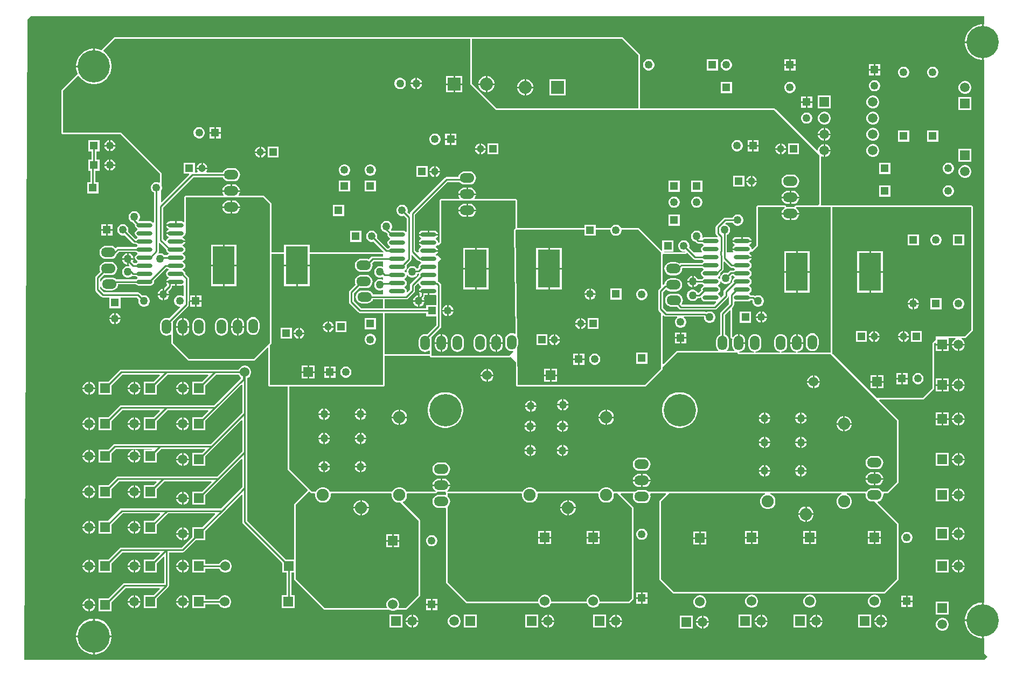
<source format=gtl>
G04*
G04 #@! TF.GenerationSoftware,Altium Limited,Altium Designer,23.1.1 (15)*
G04*
G04 Layer_Physical_Order=1*
G04 Layer_Color=255*
%FSLAX44Y44*%
%MOMM*%
G71*
G04*
G04 #@! TF.SameCoordinates,B2619DF1-9EDC-4D65-B863-11D422F83FB1*
G04*
G04*
G04 #@! TF.FilePolarity,Positive*
G04*
G01*
G75*
%ADD15C,0.2540*%
%ADD16O,2.5000X0.7000*%
%ADD17R,3.5000X6.0000*%
%ADD24R,1.2000X1.2000*%
%ADD25C,1.2000*%
%ADD26C,1.2500*%
%ADD27R,1.2500X1.2500*%
%ADD28R,1.2500X1.2500*%
%ADD29R,1.5240X1.5240*%
%ADD30C,1.5240*%
%ADD35R,1.5240X1.5240*%
%ADD41C,5.0800*%
%ADD42C,1.9050*%
%ADD43O,1.5240X2.2860*%
%ADD44O,2.2860X1.5240*%
%ADD45C,1.5000*%
%ADD46R,1.5000X1.5000*%
%ADD47C,2.0320*%
%ADD48R,2.0320X2.0320*%
%ADD49R,1.5000X1.5000*%
%ADD50C,1.2700*%
G36*
X1615440Y1272831D02*
X1615099Y1272540D01*
X1614170D01*
Y1244600D01*
Y1216660D01*
X1615099D01*
X1615440Y1216369D01*
Y364781D01*
X1615099Y364490D01*
X1614170D01*
Y336550D01*
Y308610D01*
X1615099D01*
X1615440Y308319D01*
Y284480D01*
X1620520Y279400D01*
X1615440Y274320D01*
X107580D01*
X106685Y275220D01*
X111760Y1280160D01*
X116840Y1285240D01*
X1615440D01*
Y1272831D01*
D02*
G37*
%LPC*%
G36*
X1046480Y1252270D02*
X810310D01*
X809319Y1252073D01*
X809015Y1251870D01*
X808711Y1252073D01*
X807720Y1252270D01*
X248920D01*
X247929Y1252073D01*
X247089Y1251511D01*
X228954Y1233376D01*
X228825Y1233184D01*
X228659Y1233024D01*
X228573Y1232826D01*
X228436Y1232602D01*
X228393Y1232536D01*
X227476Y1232206D01*
X227229Y1232177D01*
X227017Y1232194D01*
X226625Y1232393D01*
X222443Y1233752D01*
X218099Y1234440D01*
X217170D01*
Y1206500D01*
X215900D01*
Y1205230D01*
X187960D01*
Y1204301D01*
X188648Y1199957D01*
X190007Y1195775D01*
X190206Y1195383D01*
X190223Y1195172D01*
X190194Y1194924D01*
X189864Y1194007D01*
X189799Y1193964D01*
X189574Y1193827D01*
X189376Y1193741D01*
X189216Y1193574D01*
X189024Y1193446D01*
X165809Y1170231D01*
X165247Y1169391D01*
X165050Y1168400D01*
Y1102360D01*
X165247Y1101369D01*
X165809Y1100529D01*
X166649Y1099967D01*
X167640Y1099770D01*
X258007D01*
X319913Y1037864D01*
X319572Y1024286D01*
X318465Y1023665D01*
X317553Y1024191D01*
X315317Y1024790D01*
X313003D01*
X310767Y1024191D01*
X308763Y1023034D01*
X307126Y1021397D01*
X305969Y1019393D01*
X305370Y1017157D01*
Y1014843D01*
X305969Y1012607D01*
X307126Y1010603D01*
X308763Y1008966D01*
X310275Y1008093D01*
Y961684D01*
X309005Y961299D01*
X308895Y961465D01*
X306897Y962800D01*
X304540Y963268D01*
X286757D01*
X286390Y963786D01*
X286185Y964493D01*
X286514Y964821D01*
X287684Y966849D01*
X288290Y969110D01*
Y971450D01*
X287684Y973711D01*
X286514Y975739D01*
X284859Y977394D01*
X282831Y978564D01*
X280570Y979170D01*
X278230D01*
X275969Y978564D01*
X273941Y977394D01*
X272286Y975739D01*
X271116Y973711D01*
X270510Y971450D01*
Y969110D01*
X271116Y966849D01*
X272286Y964821D01*
X273941Y963166D01*
X275969Y961996D01*
X276401Y961880D01*
X276653Y961503D01*
X280492Y957664D01*
X280382Y957110D01*
X280850Y954753D01*
X282185Y952755D01*
X284183Y951420D01*
X284249Y951407D01*
Y950113D01*
X284183Y950099D01*
X282185Y948765D01*
X280850Y946767D01*
X280382Y944410D01*
X280850Y942053D01*
X282185Y940055D01*
X284183Y938720D01*
X284249Y938707D01*
Y937413D01*
X284183Y937400D01*
X282185Y936065D01*
X280775Y936098D01*
X269758Y947116D01*
X270210Y948803D01*
Y951117D01*
X269611Y953353D01*
X268454Y955357D01*
X266817Y956994D01*
X264813Y958151D01*
X262577Y958750D01*
X260263D01*
X258027Y958151D01*
X256023Y956994D01*
X254386Y955357D01*
X253229Y953353D01*
X252630Y951117D01*
Y948803D01*
X253229Y946567D01*
X254386Y944563D01*
X256023Y942926D01*
X258027Y941769D01*
X260263Y941170D01*
X262577D01*
X264264Y941622D01*
X276923Y928963D01*
X278183Y928121D01*
X279670Y927825D01*
X281871D01*
X282185Y927355D01*
X284183Y926020D01*
X284249Y926007D01*
Y924713D01*
X284183Y924699D01*
X282185Y923365D01*
X281871Y922895D01*
X253592D01*
X252106Y922599D01*
X250845Y921757D01*
X250678Y921590D01*
X249816Y921646D01*
X247694Y923275D01*
X245222Y924298D01*
X242570Y924648D01*
X234950D01*
X232298Y924298D01*
X229826Y923275D01*
X227704Y921646D01*
X226075Y919524D01*
X225051Y917052D01*
X224702Y914400D01*
X225051Y911748D01*
X226075Y909276D01*
X227704Y907154D01*
X229826Y905525D01*
X232298Y904501D01*
X234950Y904152D01*
X242570D01*
X245222Y904501D01*
X247694Y905525D01*
X249816Y907154D01*
X251445Y909276D01*
X252468Y911748D01*
X252566Y912490D01*
X255201Y915125D01*
X281871D01*
X282185Y914655D01*
X284183Y913320D01*
X284249Y913307D01*
Y912013D01*
X284183Y912000D01*
X282185Y910665D01*
X280850Y908667D01*
X280382Y906310D01*
X280850Y903953D01*
X282185Y901955D01*
X284183Y900620D01*
X284249Y900607D01*
Y899313D01*
X284183Y899299D01*
X282185Y897965D01*
X281871Y897495D01*
X279148D01*
X276906Y899737D01*
X277524Y900809D01*
X278103Y902970D01*
X270510D01*
Y895146D01*
X271941Y893715D01*
X271283Y892576D01*
X270410Y892810D01*
X268070D01*
X265809Y892204D01*
X263781Y891034D01*
X262126Y889379D01*
X260956Y887351D01*
X260350Y885090D01*
Y882750D01*
X260956Y880489D01*
X262126Y878461D01*
X263781Y876806D01*
X265809Y875636D01*
X268070Y875030D01*
X270410D01*
X272671Y875636D01*
X274699Y876806D01*
X275466Y877573D01*
X275843Y877321D01*
X277330Y877025D01*
X281871D01*
X282185Y876555D01*
X284183Y875220D01*
X284249Y875207D01*
Y873913D01*
X284183Y873900D01*
X282185Y872565D01*
X281871Y872095D01*
X251103D01*
X251086Y872116D01*
X248964Y873745D01*
X246492Y874769D01*
X243840Y875118D01*
X236220D01*
X233568Y874769D01*
X231096Y873745D01*
X228974Y872116D01*
X227345Y869994D01*
X226897Y868911D01*
X225627Y869164D01*
Y873167D01*
X231777Y879317D01*
X232298Y879101D01*
X234950Y878752D01*
X242570D01*
X245222Y879101D01*
X247694Y880125D01*
X249816Y881754D01*
X251445Y883876D01*
X252468Y886348D01*
X252818Y889000D01*
X252468Y891652D01*
X251445Y894124D01*
X249816Y896246D01*
X247694Y897875D01*
X245222Y898898D01*
X242570Y899248D01*
X234950D01*
X232298Y898898D01*
X229826Y897875D01*
X227704Y896246D01*
X226075Y894124D01*
X225051Y891652D01*
X224702Y889000D01*
X225051Y886348D01*
X225862Y884390D01*
X218995Y877523D01*
X218153Y876263D01*
X217857Y874776D01*
Y855726D01*
X218153Y854239D01*
X218995Y852979D01*
X227123Y844851D01*
X228383Y844009D01*
X229870Y843713D01*
X240130D01*
Y826670D01*
X257710D01*
Y843713D01*
X283633D01*
X286220Y841126D01*
X285750Y839370D01*
Y837030D01*
X286356Y834769D01*
X287526Y832741D01*
X289181Y831086D01*
X291209Y829916D01*
X293470Y829310D01*
X295810D01*
X298071Y829916D01*
X300099Y831086D01*
X301754Y832741D01*
X302924Y834769D01*
X303530Y837030D01*
Y839370D01*
X302924Y841631D01*
X301754Y843659D01*
X300099Y845314D01*
X298071Y846484D01*
X295810Y847090D01*
X293470D01*
X291714Y846620D01*
X287989Y850345D01*
X286729Y851187D01*
X285242Y851483D01*
X231479D01*
X225627Y857335D01*
Y860576D01*
X226897Y860829D01*
X227345Y859746D01*
X228974Y857624D01*
X231096Y855995D01*
X233568Y854971D01*
X236220Y854622D01*
X243840D01*
X246492Y854971D01*
X248964Y855995D01*
X251086Y857624D01*
X252715Y859746D01*
X253738Y862218D01*
X254016Y864325D01*
X281871D01*
X282185Y863855D01*
X284183Y862520D01*
X286540Y862052D01*
X304540D01*
X306897Y862520D01*
X308895Y863855D01*
X310230Y865853D01*
X310698Y868210D01*
X310304Y870191D01*
X329702Y889588D01*
X331018Y889506D01*
X331185Y889255D01*
X333183Y887920D01*
X333249Y887907D01*
Y886613D01*
X333183Y886600D01*
X331185Y885265D01*
X329850Y883267D01*
X329382Y880910D01*
X329850Y878553D01*
X331185Y876555D01*
X333183Y875220D01*
X333249Y875207D01*
Y873913D01*
X333183Y873900D01*
X331185Y872565D01*
X329850Y870567D01*
X329634Y869480D01*
X344540D01*
Y868210D01*
X345810D01*
Y862052D01*
X353540D01*
X355825Y862506D01*
X356048Y862511D01*
X357095Y861861D01*
Y846147D01*
X355825Y845518D01*
X354313Y846391D01*
X352077Y846990D01*
X349763D01*
X347527Y846391D01*
X345523Y845234D01*
X343886Y843597D01*
X342729Y841593D01*
X342130Y839357D01*
Y837043D01*
X342729Y834807D01*
X343886Y832803D01*
X345523Y831166D01*
X347527Y830009D01*
X349763Y829410D01*
X350950D01*
X351476Y828140D01*
X334091Y810755D01*
X332852Y811268D01*
X330200Y811618D01*
X327548Y811268D01*
X325076Y810245D01*
X322954Y808616D01*
X321325Y806494D01*
X320302Y804022D01*
X319952Y801370D01*
Y793750D01*
X320302Y791098D01*
X321325Y788626D01*
X322954Y786504D01*
X325076Y784875D01*
X327548Y783851D01*
X330200Y783502D01*
X332852Y783851D01*
X335324Y784875D01*
X336500Y785778D01*
X337770Y785152D01*
Y772160D01*
X337967Y771169D01*
X338529Y770329D01*
X363929Y744929D01*
X364769Y744367D01*
X365760Y744170D01*
X467360D01*
X468351Y744367D01*
X469191Y744929D01*
X488997Y764734D01*
X490170Y764248D01*
Y706120D01*
X490367Y705129D01*
X490929Y704289D01*
X491769Y703727D01*
X492760Y703530D01*
X520650D01*
Y574040D01*
X520847Y573049D01*
X521409Y572209D01*
X551823Y541795D01*
X551889Y540311D01*
X531569Y519991D01*
X531007Y519151D01*
X530810Y518160D01*
Y431800D01*
X517774D01*
X456805Y492769D01*
Y544360D01*
Y600240D01*
Y661200D01*
Y716963D01*
X456842Y716972D01*
X459158Y718310D01*
X461050Y720202D01*
X462388Y722518D01*
X463080Y725102D01*
Y727778D01*
X462388Y730362D01*
X461050Y732678D01*
X459158Y734570D01*
X456842Y735908D01*
X454258Y736600D01*
X451582D01*
X448998Y735908D01*
X446682Y734570D01*
X444790Y732678D01*
X443452Y730362D01*
X443442Y730325D01*
X259080D01*
X257593Y730029D01*
X256333Y729187D01*
X238226Y711080D01*
X223640D01*
Y691000D01*
X243720D01*
Y705586D01*
X260689Y722555D01*
X319162D01*
X319648Y721382D01*
X309346Y711080D01*
X294760D01*
Y691000D01*
X314840D01*
Y705586D01*
X331809Y722555D01*
X395362D01*
X395848Y721382D01*
X385546Y711080D01*
X370960D01*
Y691000D01*
X391040D01*
Y705586D01*
X408009Y722555D01*
X443442D01*
X443452Y722518D01*
X444790Y720202D01*
X446682Y718310D01*
X446965Y718146D01*
Y716619D01*
X404791Y674445D01*
X259080D01*
X257593Y674149D01*
X256333Y673307D01*
X238226Y655200D01*
X223640D01*
Y635120D01*
X243720D01*
Y649706D01*
X260689Y666675D01*
X319162D01*
X319648Y665502D01*
X309346Y655200D01*
X294760D01*
Y635120D01*
X314840D01*
Y649706D01*
X331809Y666675D01*
X395362D01*
X395848Y665502D01*
X385546Y655200D01*
X370960D01*
Y635120D01*
X391040D01*
Y649706D01*
X409147Y667813D01*
X409147Y667813D01*
X447862Y706528D01*
X449035Y706042D01*
Y662809D01*
X399711Y613485D01*
X248920D01*
X247433Y613189D01*
X246173Y612347D01*
X238226Y604400D01*
X223640D01*
Y584320D01*
X243720D01*
Y598906D01*
X250529Y605715D01*
X307524D01*
X308203Y604445D01*
X308172Y604400D01*
X294760D01*
Y584320D01*
X314840D01*
Y598906D01*
X321649Y605715D01*
X390282D01*
X390768Y604542D01*
X385546Y599320D01*
X370960D01*
Y579240D01*
X391040D01*
Y593826D01*
X404067Y606853D01*
X447862Y650648D01*
X449035Y650162D01*
Y601849D01*
X409871Y562685D01*
X254000D01*
X252513Y562389D01*
X251253Y561547D01*
X238226Y548520D01*
X223640D01*
Y528440D01*
X243720D01*
Y543026D01*
X255609Y554915D01*
X314082D01*
X314568Y553742D01*
X309346Y548520D01*
X294760D01*
Y528440D01*
X314840D01*
Y543026D01*
X326729Y554915D01*
X400442D01*
X400928Y553742D01*
X385546Y538360D01*
X370960D01*
Y518280D01*
X391040D01*
Y532866D01*
X414227Y556053D01*
X447862Y589688D01*
X449035Y589202D01*
Y545969D01*
X415351Y512285D01*
X259480D01*
X257993Y511989D01*
X256733Y511147D01*
X238226Y492640D01*
X223640D01*
Y472560D01*
X243720D01*
Y487146D01*
X261089Y504515D01*
X319562D01*
X320048Y503342D01*
X309346Y492640D01*
X294760D01*
Y472560D01*
X314840D01*
Y487146D01*
X332209Y504515D01*
X405922D01*
X406408Y503342D01*
X385546Y482480D01*
X370960D01*
Y467894D01*
X353991Y450925D01*
X259080D01*
X257593Y450629D01*
X256333Y449787D01*
X238226Y431680D01*
X223640D01*
Y411600D01*
X243720D01*
Y426186D01*
X260689Y443155D01*
X319162D01*
X319648Y441982D01*
X309346Y431680D01*
X294760D01*
Y411600D01*
X314840D01*
Y426186D01*
X325142Y436488D01*
X326315Y436002D01*
Y395045D01*
X264160D01*
X262673Y394749D01*
X261413Y393907D01*
X238226Y370720D01*
X223640D01*
Y350640D01*
X243720D01*
Y365226D01*
X265769Y387275D01*
X319162D01*
X319648Y386102D01*
X309346Y375800D01*
X294760D01*
Y355720D01*
X314840D01*
Y370306D01*
X332947Y388413D01*
X333789Y389673D01*
X334085Y391160D01*
Y443155D01*
X355600D01*
X357087Y443451D01*
X358347Y444293D01*
X376454Y462400D01*
X391040D01*
Y476986D01*
X419707Y505653D01*
X447862Y533808D01*
X449035Y533322D01*
Y491160D01*
X449331Y489673D01*
X450173Y488413D01*
X512280Y426306D01*
Y411480D01*
X518555D01*
Y375920D01*
X511480D01*
Y355600D01*
X531800D01*
Y375920D01*
X526325D01*
Y411480D01*
X530810D01*
Y401320D01*
X531007Y400329D01*
X531569Y399489D01*
X577289Y353769D01*
X578129Y353207D01*
X579120Y353010D01*
X676193D01*
X676525Y353076D01*
X676863Y353098D01*
X677017Y353174D01*
X677184Y353207D01*
X677466Y353396D01*
X677770Y353545D01*
X678639Y353686D01*
X679172Y353613D01*
X679404Y353507D01*
X679562Y353350D01*
X681878Y352012D01*
X684462Y351320D01*
X687138D01*
X689722Y352012D01*
X692038Y353350D01*
X692196Y353507D01*
X692429Y353613D01*
X692961Y353686D01*
X693830Y353545D01*
X694134Y353396D01*
X694416Y353207D01*
X694583Y353174D01*
X694737Y353098D01*
X695075Y353076D01*
X695407Y353010D01*
X706120D01*
X707111Y353207D01*
X707951Y353769D01*
X728271Y374089D01*
X728833Y374929D01*
X729030Y375920D01*
Y492760D01*
X728833Y493751D01*
X728271Y494591D01*
X701461Y521401D01*
X701627Y522660D01*
X703368Y523666D01*
X705614Y525912D01*
X707203Y528663D01*
X708025Y531732D01*
Y534908D01*
X708778Y535890D01*
X752850D01*
X753100Y535940D01*
X753355D01*
X753591Y536038D01*
X753841Y536087D01*
X754053Y536229D01*
X754289Y536327D01*
X754470Y536507D01*
X754681Y536649D01*
X754823Y536861D01*
X755004Y537041D01*
X755101Y537277D01*
X755243Y537489D01*
X755293Y537739D01*
X755390Y537975D01*
X755543Y538741D01*
X758190Y538392D01*
X765810D01*
X768457Y538741D01*
X768610Y537975D01*
X768707Y537739D01*
X768757Y537489D01*
X768899Y537277D01*
X768996Y537041D01*
X769177Y536861D01*
X769318Y536649D01*
X769530Y536507D01*
X769666Y536372D01*
X769570Y535890D01*
Y533823D01*
X768801Y533308D01*
X768300Y533160D01*
X765810Y533488D01*
X758190D01*
X755538Y533139D01*
X753066Y532115D01*
X750944Y530486D01*
X749315Y528364D01*
X748291Y525892D01*
X747942Y523240D01*
X748291Y520588D01*
X749315Y518116D01*
X750944Y515994D01*
X753066Y514365D01*
X755538Y513341D01*
X758190Y512992D01*
X765810D01*
X768300Y513320D01*
X768801Y513172D01*
X769570Y512657D01*
Y396240D01*
X769767Y395249D01*
X770329Y394409D01*
X800809Y363929D01*
X801649Y363367D01*
X802640Y363170D01*
X914400D01*
X914922Y363274D01*
X915092Y362638D01*
X916430Y360322D01*
X918322Y358430D01*
X920638Y357092D01*
X923222Y356400D01*
X925898D01*
X928482Y357092D01*
X930798Y358430D01*
X932690Y360322D01*
X934028Y362638D01*
X934198Y363274D01*
X934720Y363170D01*
X990600D01*
X991122Y363274D01*
X991292Y362638D01*
X992630Y360322D01*
X994522Y358430D01*
X996838Y357092D01*
X999422Y356400D01*
X1002098D01*
X1004682Y357092D01*
X1006998Y358430D01*
X1008890Y360322D01*
X1010228Y362638D01*
X1010398Y363274D01*
X1010920Y363170D01*
X1056640D01*
X1057631Y363367D01*
X1058471Y363929D01*
X1063551Y369009D01*
X1064113Y369849D01*
X1064310Y370840D01*
Y513080D01*
X1064113Y514071D01*
X1063551Y514911D01*
X1043746Y534717D01*
X1044232Y535890D01*
X1063093D01*
X1063799Y534834D01*
X1063251Y533512D01*
X1062902Y530860D01*
X1063251Y528208D01*
X1064275Y525736D01*
X1065904Y523614D01*
X1068026Y521985D01*
X1070498Y520961D01*
X1073150Y520612D01*
X1080770D01*
X1083422Y520961D01*
X1085894Y521985D01*
X1088016Y523614D01*
X1089645Y525736D01*
X1090668Y528208D01*
X1091018Y530860D01*
X1090668Y533512D01*
X1090121Y534834D01*
X1090826Y535890D01*
X1114768D01*
X1115254Y534717D01*
X1105609Y525071D01*
X1105047Y524231D01*
X1104850Y523240D01*
Y401320D01*
X1105047Y400329D01*
X1105609Y399489D01*
X1125929Y379169D01*
X1126769Y378607D01*
X1127760Y378410D01*
X1457960D01*
X1458951Y378607D01*
X1459791Y379169D01*
X1480111Y399489D01*
X1480673Y400329D01*
X1480870Y401320D01*
Y487680D01*
X1480673Y488671D01*
X1480111Y489511D01*
X1447609Y522013D01*
X1448064Y523354D01*
X1449182Y523502D01*
X1451654Y524525D01*
X1453776Y526154D01*
X1455405Y528276D01*
X1456429Y530748D01*
X1456778Y533400D01*
X1456575Y534935D01*
X1457413Y535890D01*
X1463040D01*
X1464031Y536087D01*
X1464871Y536649D01*
X1480111Y551889D01*
X1480673Y552729D01*
X1480870Y553720D01*
Y650240D01*
X1480673Y651231D01*
X1480111Y652071D01*
X1450146Y682037D01*
X1450632Y683210D01*
X1518920D01*
X1519911Y683407D01*
X1520751Y683969D01*
X1535991Y699209D01*
X1536553Y700049D01*
X1536750Y701040D01*
Y771087D01*
X1538187Y772524D01*
X1539360Y772038D01*
Y770890D01*
X1559440D01*
Y779660D01*
X1560681Y779730D01*
X1569691D01*
X1570032Y778460D01*
X1568635Y777654D01*
X1566766Y775785D01*
X1565444Y773495D01*
X1564760Y770942D01*
Y770890D01*
X1584840D01*
Y770942D01*
X1584156Y773495D01*
X1582834Y775785D01*
X1580965Y777654D01*
X1579568Y778460D01*
X1579908Y779730D01*
X1584960D01*
X1585951Y779927D01*
X1586791Y780489D01*
X1596951Y790649D01*
X1597513Y791489D01*
X1597710Y792480D01*
Y985520D01*
X1597513Y986511D01*
X1596951Y987351D01*
X1596111Y987913D01*
X1595120Y988110D01*
X1376786D01*
X1375795Y987913D01*
X1375491Y987710D01*
X1375188Y987913D01*
X1374196Y988110D01*
X1359129D01*
X1358595Y989374D01*
X1358753Y989609D01*
X1358797Y989832D01*
X1358888Y990040D01*
X1358895Y990323D01*
X1358950Y990600D01*
Y1064461D01*
X1359847Y1064979D01*
X1360220Y1065033D01*
X1362658Y1064380D01*
X1362710D01*
Y1074420D01*
Y1084460D01*
X1362658D01*
X1360105Y1083776D01*
X1357815Y1082454D01*
X1355946Y1080585D01*
X1354624Y1078295D01*
X1353940Y1075742D01*
Y1074678D01*
X1352670Y1074153D01*
X1287071Y1139751D01*
X1286231Y1140313D01*
X1285240Y1140510D01*
X1074470D01*
Y1224280D01*
X1074273Y1225271D01*
X1073711Y1226111D01*
X1048311Y1251511D01*
X1047471Y1252073D01*
X1046480Y1252270D01*
D02*
G37*
G36*
X1611630Y1272540D02*
X1610701D01*
X1606357Y1271852D01*
X1602175Y1270493D01*
X1598256Y1268496D01*
X1594698Y1265911D01*
X1591589Y1262802D01*
X1589004Y1259244D01*
X1587007Y1255325D01*
X1585648Y1251143D01*
X1584960Y1246799D01*
Y1245870D01*
X1611630D01*
Y1272540D01*
D02*
G37*
G36*
Y1243330D02*
X1584960D01*
Y1242401D01*
X1585648Y1238057D01*
X1587007Y1233875D01*
X1589004Y1229956D01*
X1591589Y1226398D01*
X1594698Y1223289D01*
X1598256Y1220704D01*
X1602175Y1218707D01*
X1606357Y1217348D01*
X1610701Y1216660D01*
X1611630D01*
Y1243330D01*
D02*
G37*
G36*
X1318630Y1217830D02*
X1311110D01*
Y1210310D01*
X1318630D01*
Y1217830D01*
D02*
G37*
G36*
X1308570D02*
X1301050D01*
Y1210310D01*
X1308570D01*
Y1217830D01*
D02*
G37*
G36*
X214630Y1234440D02*
X213701D01*
X209357Y1233752D01*
X205175Y1232393D01*
X201256Y1230396D01*
X197698Y1227811D01*
X194589Y1224702D01*
X192004Y1221144D01*
X190007Y1217225D01*
X188648Y1213043D01*
X187960Y1208699D01*
Y1207770D01*
X214630D01*
Y1234440D01*
D02*
G37*
G36*
X1451510Y1210010D02*
X1443990D01*
Y1202490D01*
X1451510D01*
Y1210010D01*
D02*
G37*
G36*
X1441450D02*
X1433930D01*
Y1202490D01*
X1441450D01*
Y1210010D01*
D02*
G37*
G36*
X1318630Y1207770D02*
X1311110D01*
Y1200250D01*
X1318630D01*
Y1207770D01*
D02*
G37*
G36*
X1308570D02*
X1301050D01*
Y1200250D01*
X1308570D01*
Y1207770D01*
D02*
G37*
G36*
X1210997Y1217830D02*
X1208683D01*
X1206447Y1217231D01*
X1204443Y1216074D01*
X1202806Y1214437D01*
X1201649Y1212433D01*
X1201050Y1210197D01*
Y1207883D01*
X1201649Y1205647D01*
X1202806Y1203643D01*
X1204443Y1202006D01*
X1206447Y1200849D01*
X1208683Y1200250D01*
X1210997D01*
X1213233Y1200849D01*
X1215237Y1202006D01*
X1216874Y1203643D01*
X1218031Y1205647D01*
X1218630Y1207883D01*
Y1210197D01*
X1218031Y1212433D01*
X1216874Y1214437D01*
X1215237Y1216074D01*
X1213233Y1217231D01*
X1210997Y1217830D01*
D02*
G37*
G36*
X1196710D02*
X1179130D01*
Y1200250D01*
X1196710D01*
Y1217830D01*
D02*
G37*
G36*
X1089077D02*
X1086763D01*
X1084527Y1217231D01*
X1082523Y1216074D01*
X1080886Y1214437D01*
X1079729Y1212433D01*
X1079130Y1210197D01*
Y1207883D01*
X1079729Y1205647D01*
X1080886Y1203643D01*
X1082523Y1202006D01*
X1084527Y1200849D01*
X1086763Y1200250D01*
X1089077D01*
X1091313Y1200849D01*
X1093317Y1202006D01*
X1094954Y1203643D01*
X1096111Y1205647D01*
X1096710Y1207883D01*
Y1210197D01*
X1096111Y1212433D01*
X1094954Y1214437D01*
X1093317Y1216074D01*
X1091313Y1217231D01*
X1089077Y1217830D01*
D02*
G37*
G36*
X1451510Y1199950D02*
X1443990D01*
Y1192430D01*
X1451510D01*
Y1199950D01*
D02*
G37*
G36*
X1441450D02*
X1433930D01*
Y1192430D01*
X1441450D01*
Y1199950D01*
D02*
G37*
G36*
X1535317Y1206070D02*
X1533003D01*
X1530767Y1205471D01*
X1528763Y1204314D01*
X1527126Y1202677D01*
X1525969Y1200673D01*
X1525370Y1198437D01*
Y1196123D01*
X1525969Y1193887D01*
X1527126Y1191883D01*
X1528763Y1190246D01*
X1530767Y1189089D01*
X1533003Y1188490D01*
X1535317D01*
X1537553Y1189089D01*
X1539557Y1190246D01*
X1541194Y1191883D01*
X1542351Y1193887D01*
X1542950Y1196123D01*
Y1198437D01*
X1542351Y1200673D01*
X1541194Y1202677D01*
X1539557Y1204314D01*
X1537553Y1205471D01*
X1535317Y1206070D01*
D02*
G37*
G36*
X1489597D02*
X1487283D01*
X1485047Y1205471D01*
X1483043Y1204314D01*
X1481406Y1202677D01*
X1480249Y1200673D01*
X1479650Y1198437D01*
Y1196123D01*
X1480249Y1193887D01*
X1481406Y1191883D01*
X1483043Y1190246D01*
X1485047Y1189089D01*
X1487283Y1188490D01*
X1489597D01*
X1491833Y1189089D01*
X1493837Y1190246D01*
X1495474Y1191883D01*
X1496631Y1193887D01*
X1497230Y1196123D01*
Y1198437D01*
X1496631Y1200673D01*
X1495474Y1202677D01*
X1493837Y1204314D01*
X1491833Y1205471D01*
X1489597Y1206070D01*
D02*
G37*
G36*
X1443877Y1185010D02*
X1441563D01*
X1439327Y1184411D01*
X1437323Y1183254D01*
X1435686Y1181617D01*
X1434529Y1179613D01*
X1433930Y1177377D01*
Y1175063D01*
X1434529Y1172827D01*
X1435686Y1170823D01*
X1437323Y1169186D01*
X1439327Y1168029D01*
X1441563Y1167430D01*
X1443877D01*
X1446113Y1168029D01*
X1448117Y1169186D01*
X1449754Y1170823D01*
X1450911Y1172827D01*
X1451510Y1175063D01*
Y1177377D01*
X1450911Y1179613D01*
X1449754Y1181617D01*
X1448117Y1183254D01*
X1446113Y1184411D01*
X1443877Y1185010D01*
D02*
G37*
G36*
X1310997Y1182270D02*
X1308683D01*
X1306447Y1181671D01*
X1304443Y1180514D01*
X1302806Y1178877D01*
X1301649Y1176873D01*
X1301050Y1174637D01*
Y1172323D01*
X1301649Y1170087D01*
X1302806Y1168083D01*
X1304443Y1166446D01*
X1306447Y1165289D01*
X1308683Y1164690D01*
X1310997D01*
X1313233Y1165289D01*
X1315237Y1166446D01*
X1316874Y1168083D01*
X1318031Y1170087D01*
X1318630Y1172323D01*
Y1174637D01*
X1318031Y1176873D01*
X1316874Y1178877D01*
X1315237Y1180514D01*
X1313233Y1181671D01*
X1310997Y1182270D01*
D02*
G37*
G36*
X1218630D02*
X1201050D01*
Y1164690D01*
X1218630D01*
Y1182270D01*
D02*
G37*
G36*
X1586282Y1183520D02*
X1583638D01*
X1581085Y1182836D01*
X1578795Y1181514D01*
X1576926Y1179645D01*
X1575604Y1177355D01*
X1574920Y1174802D01*
Y1172158D01*
X1575604Y1169605D01*
X1576926Y1167315D01*
X1578795Y1165446D01*
X1581085Y1164124D01*
X1583638Y1163440D01*
X1586282D01*
X1588835Y1164124D01*
X1591125Y1165446D01*
X1592994Y1167315D01*
X1594316Y1169605D01*
X1595000Y1172158D01*
Y1174802D01*
X1594316Y1177355D01*
X1592994Y1179645D01*
X1591125Y1181514D01*
X1588835Y1182836D01*
X1586282Y1183520D01*
D02*
G37*
G36*
X1344830Y1159210D02*
X1337310D01*
Y1151690D01*
X1344830D01*
Y1159210D01*
D02*
G37*
G36*
X1334770D02*
X1327250D01*
Y1151690D01*
X1334770D01*
Y1159210D01*
D02*
G37*
G36*
X1344830Y1149150D02*
X1337310D01*
Y1141630D01*
X1344830D01*
Y1149150D01*
D02*
G37*
G36*
X1334770D02*
X1327250D01*
Y1141630D01*
X1334770D01*
Y1149150D01*
D02*
G37*
G36*
X1441502Y1160660D02*
X1438858D01*
X1436305Y1159976D01*
X1434015Y1158654D01*
X1432146Y1156785D01*
X1430824Y1154495D01*
X1430140Y1151942D01*
Y1149298D01*
X1430824Y1146745D01*
X1432146Y1144455D01*
X1434015Y1142586D01*
X1436305Y1141264D01*
X1438858Y1140580D01*
X1441502D01*
X1444055Y1141264D01*
X1446345Y1142586D01*
X1448214Y1144455D01*
X1449536Y1146745D01*
X1450220Y1149298D01*
Y1151942D01*
X1449536Y1154495D01*
X1448214Y1156785D01*
X1446345Y1158654D01*
X1444055Y1159976D01*
X1441502Y1160660D01*
D02*
G37*
G36*
X1374020D02*
X1353940D01*
Y1140580D01*
X1374020D01*
Y1160660D01*
D02*
G37*
G36*
X1595000Y1158120D02*
X1574920D01*
Y1138040D01*
X1595000D01*
Y1158120D01*
D02*
G37*
G36*
X1337197Y1134210D02*
X1334883D01*
X1332647Y1133611D01*
X1330643Y1132454D01*
X1329006Y1130817D01*
X1327849Y1128813D01*
X1327250Y1126577D01*
Y1124263D01*
X1327849Y1122027D01*
X1329006Y1120023D01*
X1330643Y1118386D01*
X1332647Y1117229D01*
X1334883Y1116630D01*
X1337197D01*
X1339433Y1117229D01*
X1341437Y1118386D01*
X1343074Y1120023D01*
X1344231Y1122027D01*
X1344830Y1124263D01*
Y1126577D01*
X1344231Y1128813D01*
X1343074Y1130817D01*
X1341437Y1132454D01*
X1339433Y1133611D01*
X1337197Y1134210D01*
D02*
G37*
G36*
X1441502Y1135260D02*
X1438858D01*
X1436305Y1134576D01*
X1434015Y1133254D01*
X1432146Y1131385D01*
X1430824Y1129095D01*
X1430140Y1126542D01*
Y1123898D01*
X1430824Y1121345D01*
X1432146Y1119055D01*
X1434015Y1117186D01*
X1436305Y1115864D01*
X1438858Y1115180D01*
X1441502D01*
X1444055Y1115864D01*
X1446345Y1117186D01*
X1448214Y1119055D01*
X1449536Y1121345D01*
X1450220Y1123898D01*
Y1126542D01*
X1449536Y1129095D01*
X1448214Y1131385D01*
X1446345Y1133254D01*
X1444055Y1134576D01*
X1441502Y1135260D01*
D02*
G37*
G36*
X1365302D02*
X1362658D01*
X1360105Y1134576D01*
X1357815Y1133254D01*
X1355946Y1131385D01*
X1354624Y1129095D01*
X1353940Y1126542D01*
Y1123898D01*
X1354624Y1121345D01*
X1355946Y1119055D01*
X1357815Y1117186D01*
X1360105Y1115864D01*
X1362658Y1115180D01*
X1365302D01*
X1367855Y1115864D01*
X1370145Y1117186D01*
X1372014Y1119055D01*
X1373336Y1121345D01*
X1374020Y1123898D01*
Y1126542D01*
X1373336Y1129095D01*
X1372014Y1131385D01*
X1370145Y1133254D01*
X1367855Y1134576D01*
X1365302Y1135260D01*
D02*
G37*
G36*
Y1109860D02*
X1365250D01*
Y1101090D01*
X1374020D01*
Y1101142D01*
X1373336Y1103695D01*
X1372014Y1105985D01*
X1370145Y1107854D01*
X1367855Y1109176D01*
X1365302Y1109860D01*
D02*
G37*
G36*
X1362710D02*
X1362658D01*
X1360105Y1109176D01*
X1357815Y1107854D01*
X1355946Y1105985D01*
X1354624Y1103695D01*
X1353940Y1101142D01*
Y1101090D01*
X1362710D01*
Y1109860D01*
D02*
G37*
G36*
X1441502D02*
X1438858D01*
X1436305Y1109176D01*
X1434015Y1107854D01*
X1432146Y1105985D01*
X1430824Y1103695D01*
X1430140Y1101142D01*
Y1098498D01*
X1430824Y1095945D01*
X1432146Y1093655D01*
X1434015Y1091786D01*
X1436305Y1090464D01*
X1438858Y1089780D01*
X1441502D01*
X1444055Y1090464D01*
X1446345Y1091786D01*
X1448214Y1093655D01*
X1449536Y1095945D01*
X1450220Y1098498D01*
Y1101142D01*
X1449536Y1103695D01*
X1448214Y1105985D01*
X1446345Y1107854D01*
X1444055Y1109176D01*
X1441502Y1109860D01*
D02*
G37*
G36*
X1374020Y1098550D02*
X1365250D01*
Y1089780D01*
X1365302D01*
X1367855Y1090464D01*
X1370145Y1091786D01*
X1372014Y1093655D01*
X1373336Y1095945D01*
X1374020Y1098498D01*
Y1098550D01*
D02*
G37*
G36*
X1362710D02*
X1353940D01*
Y1098498D01*
X1354624Y1095945D01*
X1355946Y1093655D01*
X1357815Y1091786D01*
X1360105Y1090464D01*
X1362658Y1089780D01*
X1362710D01*
Y1098550D01*
D02*
G37*
G36*
X1542950Y1106070D02*
X1525370D01*
Y1088490D01*
X1542950D01*
Y1106070D01*
D02*
G37*
G36*
X1497230D02*
X1479650D01*
Y1088490D01*
X1497230D01*
Y1106070D01*
D02*
G37*
G36*
X242370Y1090800D02*
Y1083310D01*
X249860D01*
X249291Y1085433D01*
X248134Y1087437D01*
X246497Y1089074D01*
X244493Y1090231D01*
X242370Y1090800D01*
D02*
G37*
G36*
X239830D02*
X237707Y1090231D01*
X235703Y1089074D01*
X234066Y1087437D01*
X232909Y1085433D01*
X232340Y1083310D01*
X239830D01*
Y1090800D01*
D02*
G37*
G36*
X1365302Y1084460D02*
X1365250D01*
Y1075690D01*
X1374020D01*
Y1075742D01*
X1373336Y1078295D01*
X1372014Y1080585D01*
X1370145Y1082454D01*
X1367855Y1083776D01*
X1365302Y1084460D01*
D02*
G37*
G36*
X249860Y1080770D02*
X242370D01*
Y1073280D01*
X244493Y1073849D01*
X246497Y1075006D01*
X248134Y1076643D01*
X249291Y1078647D01*
X249860Y1080770D01*
D02*
G37*
G36*
X239830D02*
X232340D01*
X232909Y1078647D01*
X234066Y1076643D01*
X235703Y1075006D01*
X237707Y1073849D01*
X239830Y1073280D01*
Y1080770D01*
D02*
G37*
G36*
X1441502Y1084460D02*
X1438858D01*
X1436305Y1083776D01*
X1434015Y1082454D01*
X1432146Y1080585D01*
X1430824Y1078295D01*
X1430140Y1075742D01*
Y1073098D01*
X1430824Y1070545D01*
X1432146Y1068255D01*
X1434015Y1066386D01*
X1436305Y1065064D01*
X1438858Y1064380D01*
X1441502D01*
X1444055Y1065064D01*
X1446345Y1066386D01*
X1448214Y1068255D01*
X1449536Y1070545D01*
X1450220Y1073098D01*
Y1075742D01*
X1449536Y1078295D01*
X1448214Y1080585D01*
X1446345Y1082454D01*
X1444055Y1083776D01*
X1441502Y1084460D01*
D02*
G37*
G36*
X1374020Y1073150D02*
X1365250D01*
Y1064380D01*
X1365302D01*
X1367855Y1065064D01*
X1370145Y1066386D01*
X1372014Y1068255D01*
X1373336Y1070545D01*
X1374020Y1073098D01*
Y1073150D01*
D02*
G37*
G36*
X1595000Y1076840D02*
X1574920D01*
Y1056760D01*
X1595000D01*
Y1076840D01*
D02*
G37*
G36*
X242370Y1060320D02*
Y1052830D01*
X249860D01*
X249291Y1054953D01*
X248134Y1056957D01*
X246497Y1058594D01*
X244493Y1059751D01*
X242370Y1060320D01*
D02*
G37*
G36*
X239830D02*
X237707Y1059751D01*
X235703Y1058594D01*
X234066Y1056957D01*
X232909Y1054953D01*
X232340Y1052830D01*
X239830D01*
Y1060320D01*
D02*
G37*
G36*
X249860Y1050290D02*
X242370D01*
Y1042800D01*
X244493Y1043369D01*
X246497Y1044526D01*
X248134Y1046163D01*
X249291Y1048167D01*
X249860Y1050290D01*
D02*
G37*
G36*
X239830D02*
X232340D01*
X232909Y1048167D01*
X234066Y1046163D01*
X235703Y1044526D01*
X237707Y1043369D01*
X239830Y1042800D01*
Y1050290D01*
D02*
G37*
G36*
X1559917Y1055270D02*
X1557603D01*
X1555367Y1054671D01*
X1553363Y1053514D01*
X1551726Y1051877D01*
X1550569Y1049873D01*
X1549970Y1047637D01*
Y1045323D01*
X1550569Y1043087D01*
X1551726Y1041083D01*
X1553363Y1039446D01*
X1555367Y1038289D01*
X1557603Y1037690D01*
X1559917D01*
X1562153Y1038289D01*
X1564157Y1039446D01*
X1565794Y1041083D01*
X1566951Y1043087D01*
X1567550Y1045323D01*
Y1047637D01*
X1566951Y1049873D01*
X1565794Y1051877D01*
X1564157Y1053514D01*
X1562153Y1054671D01*
X1559917Y1055270D01*
D02*
G37*
G36*
X1467550D02*
X1449970D01*
Y1037690D01*
X1467550D01*
Y1055270D01*
D02*
G37*
G36*
X1586282Y1051440D02*
X1583638D01*
X1581085Y1050756D01*
X1578795Y1049434D01*
X1576926Y1047565D01*
X1575604Y1045275D01*
X1574920Y1042722D01*
Y1040078D01*
X1575604Y1037525D01*
X1576926Y1035235D01*
X1578795Y1033366D01*
X1581085Y1032044D01*
X1583638Y1031360D01*
X1586282D01*
X1588835Y1032044D01*
X1591125Y1033366D01*
X1592994Y1035235D01*
X1594316Y1037525D01*
X1595000Y1040078D01*
Y1042722D01*
X1594316Y1045275D01*
X1592994Y1047565D01*
X1591125Y1049434D01*
X1588835Y1050756D01*
X1586282Y1051440D01*
D02*
G37*
G36*
X224890Y1090830D02*
X207310D01*
Y1073250D01*
X212215D01*
Y1060350D01*
X207310D01*
Y1042770D01*
X210275D01*
Y1024790D01*
X205370D01*
Y1007210D01*
X222950D01*
Y1024790D01*
X218045D01*
Y1042770D01*
X224890D01*
Y1060350D01*
X219985D01*
Y1073250D01*
X224890D01*
Y1090830D01*
D02*
G37*
G36*
X1559917Y1019710D02*
X1557603D01*
X1555367Y1019111D01*
X1553363Y1017954D01*
X1551726Y1016317D01*
X1550569Y1014313D01*
X1549970Y1012077D01*
Y1009763D01*
X1550569Y1007527D01*
X1551726Y1005523D01*
X1553363Y1003886D01*
X1555367Y1002729D01*
X1557603Y1002130D01*
X1559917D01*
X1562153Y1002729D01*
X1564157Y1003886D01*
X1565794Y1005523D01*
X1566951Y1007527D01*
X1567550Y1009763D01*
Y1012077D01*
X1566951Y1014313D01*
X1565794Y1016317D01*
X1564157Y1017954D01*
X1562153Y1019111D01*
X1559917Y1019710D01*
D02*
G37*
G36*
X1467550D02*
X1449970D01*
Y1002130D01*
X1467550D01*
Y1019710D01*
D02*
G37*
G36*
X245210Y958750D02*
X237690D01*
Y951230D01*
X245210D01*
Y958750D01*
D02*
G37*
G36*
X235150D02*
X227630D01*
Y951230D01*
X235150D01*
Y958750D01*
D02*
G37*
G36*
X245210Y948690D02*
X237690D01*
Y941170D01*
X245210D01*
Y948690D01*
D02*
G37*
G36*
X235150D02*
X227630D01*
Y941170D01*
X235150D01*
Y948690D01*
D02*
G37*
G36*
X270510Y913103D02*
Y905510D01*
X278103D01*
X277524Y907671D01*
X276354Y909699D01*
X274699Y911354D01*
X272671Y912524D01*
X270510Y913103D01*
D02*
G37*
G36*
X267970D02*
X265809Y912524D01*
X263781Y911354D01*
X262126Y909699D01*
X260956Y907671D01*
X260377Y905510D01*
X267970D01*
Y913103D01*
D02*
G37*
G36*
Y902970D02*
X260377D01*
X260956Y900809D01*
X262126Y898781D01*
X263781Y897126D01*
X265809Y895956D01*
X267970Y895377D01*
Y902970D01*
D02*
G37*
G36*
X343270Y866940D02*
X329634D01*
X329850Y865853D01*
X331026Y864094D01*
Y862509D01*
X326390Y857873D01*
Y849630D01*
X333983D01*
X333404Y851791D01*
X332632Y853128D01*
X337658Y858153D01*
X338500Y859413D01*
X338795Y860900D01*
Y862052D01*
X343270D01*
Y866940D01*
D02*
G37*
G36*
X323850Y857223D02*
X321689Y856644D01*
X319661Y855474D01*
X318006Y853819D01*
X316836Y851791D01*
X316257Y849630D01*
X323850D01*
Y857223D01*
D02*
G37*
G36*
X333983Y847090D02*
X326390D01*
Y839497D01*
X328551Y840076D01*
X330579Y841246D01*
X332234Y842901D01*
X333404Y844929D01*
X333983Y847090D01*
D02*
G37*
G36*
X323850D02*
X316257D01*
X316836Y844929D01*
X318006Y842901D01*
X319661Y841246D01*
X321689Y840076D01*
X323850Y839497D01*
Y847090D01*
D02*
G37*
G36*
X250190Y819220D02*
Y811730D01*
X257680D01*
X257111Y813853D01*
X255954Y815857D01*
X254317Y817494D01*
X252313Y818651D01*
X250190Y819220D01*
D02*
G37*
G36*
X247650D02*
X245527Y818651D01*
X243523Y817494D01*
X241886Y815857D01*
X240729Y813853D01*
X240160Y811730D01*
X247650D01*
Y819220D01*
D02*
G37*
G36*
X257680Y809190D02*
X250190D01*
Y801700D01*
X252313Y802269D01*
X254317Y803426D01*
X255954Y805063D01*
X257111Y807067D01*
X257680Y809190D01*
D02*
G37*
G36*
X247650D02*
X240160D01*
X240729Y807067D01*
X241886Y805063D01*
X243523Y803426D01*
X245527Y802269D01*
X247650Y801700D01*
Y809190D01*
D02*
G37*
G36*
X1584840Y768350D02*
X1576070D01*
Y759580D01*
X1576122D01*
X1578675Y760264D01*
X1580965Y761586D01*
X1582834Y763455D01*
X1584156Y765745D01*
X1584840Y768298D01*
Y768350D01*
D02*
G37*
G36*
X1573530D02*
X1564760D01*
Y768298D01*
X1565444Y765745D01*
X1566766Y763455D01*
X1568635Y761586D01*
X1570925Y760264D01*
X1573478Y759580D01*
X1573530D01*
Y768350D01*
D02*
G37*
G36*
X1559440D02*
X1550670D01*
Y759580D01*
X1559440D01*
Y768350D01*
D02*
G37*
G36*
X1548130D02*
X1539360D01*
Y759580D01*
X1548130D01*
Y768350D01*
D02*
G37*
G36*
X1576122Y716160D02*
X1576070D01*
Y707390D01*
X1584840D01*
Y707442D01*
X1584156Y709995D01*
X1582834Y712285D01*
X1580965Y714154D01*
X1578675Y715476D01*
X1576122Y716160D01*
D02*
G37*
G36*
X1573530D02*
X1573478D01*
X1570925Y715476D01*
X1568635Y714154D01*
X1566766Y712285D01*
X1565444Y709995D01*
X1564760Y707442D01*
Y707390D01*
X1573530D01*
Y716160D01*
D02*
G37*
G36*
X1559440D02*
X1550670D01*
Y707390D01*
X1559440D01*
Y716160D01*
D02*
G37*
G36*
X1548130D02*
X1539360D01*
Y707390D01*
X1548130D01*
Y716160D01*
D02*
G37*
G36*
X280722Y711080D02*
X280670D01*
Y702310D01*
X289440D01*
Y702362D01*
X288756Y704915D01*
X287434Y707205D01*
X285565Y709074D01*
X283275Y710396D01*
X280722Y711080D01*
D02*
G37*
G36*
X209602D02*
X209550D01*
Y702310D01*
X218320D01*
Y702362D01*
X217636Y704915D01*
X216314Y707205D01*
X214445Y709074D01*
X212155Y710396D01*
X209602Y711080D01*
D02*
G37*
G36*
X356922D02*
X356870D01*
Y702310D01*
X365640D01*
Y702362D01*
X364956Y704915D01*
X363634Y707205D01*
X361765Y709074D01*
X359475Y710396D01*
X356922Y711080D01*
D02*
G37*
G36*
X278130D02*
X278078D01*
X275525Y710396D01*
X273235Y709074D01*
X271366Y707205D01*
X270044Y704915D01*
X269360Y702362D01*
Y702310D01*
X278130D01*
Y711080D01*
D02*
G37*
G36*
X207010D02*
X206958D01*
X204405Y710396D01*
X202115Y709074D01*
X200246Y707205D01*
X198924Y704915D01*
X198240Y702362D01*
Y702310D01*
X207010D01*
Y711080D01*
D02*
G37*
G36*
X354330D02*
X354278D01*
X351725Y710396D01*
X349435Y709074D01*
X347566Y707205D01*
X346244Y704915D01*
X345560Y702362D01*
Y702310D01*
X354330D01*
Y711080D01*
D02*
G37*
G36*
X1584840Y704850D02*
X1576070D01*
Y696080D01*
X1576122D01*
X1578675Y696764D01*
X1580965Y698086D01*
X1582834Y699955D01*
X1584156Y702245D01*
X1584840Y704798D01*
Y704850D01*
D02*
G37*
G36*
X1573530D02*
X1564760D01*
Y704798D01*
X1565444Y702245D01*
X1566766Y699955D01*
X1568635Y698086D01*
X1570925Y696764D01*
X1573478Y696080D01*
X1573530D01*
Y704850D01*
D02*
G37*
G36*
X1559440D02*
X1550670D01*
Y696080D01*
X1559440D01*
Y704850D01*
D02*
G37*
G36*
X1548130D02*
X1539360D01*
Y696080D01*
X1548130D01*
Y704850D01*
D02*
G37*
G36*
X365640Y699770D02*
X356870D01*
Y691000D01*
X356922D01*
X359475Y691684D01*
X361765Y693006D01*
X363634Y694875D01*
X364956Y697165D01*
X365640Y699718D01*
Y699770D01*
D02*
G37*
G36*
X354330D02*
X345560D01*
Y699718D01*
X346244Y697165D01*
X347566Y694875D01*
X349435Y693006D01*
X351725Y691684D01*
X354278Y691000D01*
X354330D01*
Y699770D01*
D02*
G37*
G36*
X289440D02*
X280670D01*
Y691000D01*
X280722D01*
X283275Y691684D01*
X285565Y693006D01*
X287434Y694875D01*
X288756Y697165D01*
X289440Y699718D01*
Y699770D01*
D02*
G37*
G36*
X278130D02*
X269360D01*
Y699718D01*
X270044Y697165D01*
X271366Y694875D01*
X273235Y693006D01*
X275525Y691684D01*
X278078Y691000D01*
X278130D01*
Y699770D01*
D02*
G37*
G36*
X218320D02*
X209550D01*
Y691000D01*
X209602D01*
X212155Y691684D01*
X214445Y693006D01*
X216314Y694875D01*
X217636Y697165D01*
X218320Y699718D01*
Y699770D01*
D02*
G37*
G36*
X207010D02*
X198240D01*
Y699718D01*
X198924Y697165D01*
X200246Y694875D01*
X202115Y693006D01*
X204405Y691684D01*
X206958Y691000D01*
X207010D01*
Y699770D01*
D02*
G37*
G36*
X1576122Y662820D02*
X1576070D01*
Y654050D01*
X1584840D01*
Y654102D01*
X1584156Y656655D01*
X1582834Y658945D01*
X1580965Y660814D01*
X1578675Y662136D01*
X1576122Y662820D01*
D02*
G37*
G36*
X1573530D02*
X1573478D01*
X1570925Y662136D01*
X1568635Y660814D01*
X1566766Y658945D01*
X1565444Y656655D01*
X1564760Y654102D01*
Y654050D01*
X1573530D01*
Y662820D01*
D02*
G37*
G36*
X1559440D02*
X1550670D01*
Y654050D01*
X1559440D01*
Y662820D01*
D02*
G37*
G36*
X1548130D02*
X1539360D01*
Y654050D01*
X1548130D01*
Y662820D01*
D02*
G37*
G36*
X280722Y655200D02*
X280670D01*
Y646430D01*
X289440D01*
Y646482D01*
X288756Y649035D01*
X287434Y651325D01*
X285565Y653194D01*
X283275Y654516D01*
X280722Y655200D01*
D02*
G37*
G36*
X209602D02*
X209550D01*
Y646430D01*
X218320D01*
Y646482D01*
X217636Y649035D01*
X216314Y651325D01*
X214445Y653194D01*
X212155Y654516D01*
X209602Y655200D01*
D02*
G37*
G36*
X356922D02*
X356870D01*
Y646430D01*
X365640D01*
Y646482D01*
X364956Y649035D01*
X363634Y651325D01*
X361765Y653194D01*
X359475Y654516D01*
X356922Y655200D01*
D02*
G37*
G36*
X278130D02*
X278078D01*
X275525Y654516D01*
X273235Y653194D01*
X271366Y651325D01*
X270044Y649035D01*
X269360Y646482D01*
Y646430D01*
X278130D01*
Y655200D01*
D02*
G37*
G36*
X207010D02*
X206958D01*
X204405Y654516D01*
X202115Y653194D01*
X200246Y651325D01*
X198924Y649035D01*
X198240Y646482D01*
Y646430D01*
X207010D01*
Y655200D01*
D02*
G37*
G36*
X354330D02*
X354278D01*
X351725Y654516D01*
X349435Y653194D01*
X347566Y651325D01*
X346244Y649035D01*
X345560Y646482D01*
Y646430D01*
X354330D01*
Y655200D01*
D02*
G37*
G36*
X1584840Y651510D02*
X1576070D01*
Y642740D01*
X1576122D01*
X1578675Y643424D01*
X1580965Y644746D01*
X1582834Y646615D01*
X1584156Y648905D01*
X1584840Y651458D01*
Y651510D01*
D02*
G37*
G36*
X1573530D02*
X1564760D01*
Y651458D01*
X1565444Y648905D01*
X1566766Y646615D01*
X1568635Y644746D01*
X1570925Y643424D01*
X1573478Y642740D01*
X1573530D01*
Y651510D01*
D02*
G37*
G36*
X1559440D02*
X1550670D01*
Y642740D01*
X1559440D01*
Y651510D01*
D02*
G37*
G36*
X1548130D02*
X1539360D01*
Y642740D01*
X1548130D01*
Y651510D01*
D02*
G37*
G36*
X365640Y643890D02*
X356870D01*
Y635120D01*
X356922D01*
X359475Y635804D01*
X361765Y637126D01*
X363634Y638995D01*
X364956Y641285D01*
X365640Y643838D01*
Y643890D01*
D02*
G37*
G36*
X354330D02*
X345560D01*
Y643838D01*
X346244Y641285D01*
X347566Y638995D01*
X349435Y637126D01*
X351725Y635804D01*
X354278Y635120D01*
X354330D01*
Y643890D01*
D02*
G37*
G36*
X289440D02*
X280670D01*
Y635120D01*
X280722D01*
X283275Y635804D01*
X285565Y637126D01*
X287434Y638995D01*
X288756Y641285D01*
X289440Y643838D01*
Y643890D01*
D02*
G37*
G36*
X278130D02*
X269360D01*
Y643838D01*
X270044Y641285D01*
X271366Y638995D01*
X273235Y637126D01*
X275525Y635804D01*
X278078Y635120D01*
X278130D01*
Y643890D01*
D02*
G37*
G36*
X218320D02*
X209550D01*
Y635120D01*
X209602D01*
X212155Y635804D01*
X214445Y637126D01*
X216314Y638995D01*
X217636Y641285D01*
X218320Y643838D01*
Y643890D01*
D02*
G37*
G36*
X207010D02*
X198240D01*
Y643838D01*
X198924Y641285D01*
X200246Y638995D01*
X202115Y637126D01*
X204405Y635804D01*
X206958Y635120D01*
X207010D01*
Y643890D01*
D02*
G37*
G36*
X280722Y604400D02*
X280670D01*
Y595630D01*
X289440D01*
Y595682D01*
X288756Y598235D01*
X287434Y600525D01*
X285565Y602394D01*
X283275Y603716D01*
X280722Y604400D01*
D02*
G37*
G36*
X209602D02*
X209550D01*
Y595630D01*
X218320D01*
Y595682D01*
X217636Y598235D01*
X216314Y600525D01*
X214445Y602394D01*
X212155Y603716D01*
X209602Y604400D01*
D02*
G37*
G36*
X278130D02*
X278078D01*
X275525Y603716D01*
X273235Y602394D01*
X271366Y600525D01*
X270044Y598235D01*
X269360Y595682D01*
Y595630D01*
X278130D01*
Y604400D01*
D02*
G37*
G36*
X207010D02*
X206958D01*
X204405Y603716D01*
X202115Y602394D01*
X200246Y600525D01*
X198924Y598235D01*
X198240Y595682D01*
Y595630D01*
X207010D01*
Y604400D01*
D02*
G37*
G36*
X356922Y599320D02*
X356870D01*
Y590550D01*
X365640D01*
Y590602D01*
X364956Y593155D01*
X363634Y595445D01*
X361765Y597314D01*
X359475Y598636D01*
X356922Y599320D01*
D02*
G37*
G36*
X1576122D02*
X1576070D01*
Y590550D01*
X1584840D01*
Y590602D01*
X1584156Y593155D01*
X1582834Y595445D01*
X1580965Y597314D01*
X1578675Y598636D01*
X1576122Y599320D01*
D02*
G37*
G36*
X1573530D02*
X1573478D01*
X1570925Y598636D01*
X1568635Y597314D01*
X1566766Y595445D01*
X1565444Y593155D01*
X1564760Y590602D01*
Y590550D01*
X1573530D01*
Y599320D01*
D02*
G37*
G36*
X354330D02*
X354278D01*
X351725Y598636D01*
X349435Y597314D01*
X347566Y595445D01*
X346244Y593155D01*
X345560Y590602D01*
Y590550D01*
X354330D01*
Y599320D01*
D02*
G37*
G36*
X289440Y593090D02*
X280670D01*
Y584320D01*
X280722D01*
X283275Y585004D01*
X285565Y586326D01*
X287434Y588195D01*
X288756Y590485D01*
X289440Y593038D01*
Y593090D01*
D02*
G37*
G36*
X278130D02*
X269360D01*
Y593038D01*
X270044Y590485D01*
X271366Y588195D01*
X273235Y586326D01*
X275525Y585004D01*
X278078Y584320D01*
X278130D01*
Y593090D01*
D02*
G37*
G36*
X218320D02*
X209550D01*
Y584320D01*
X209602D01*
X212155Y585004D01*
X214445Y586326D01*
X216314Y588195D01*
X217636Y590485D01*
X218320Y593038D01*
Y593090D01*
D02*
G37*
G36*
X207010D02*
X198240D01*
Y593038D01*
X198924Y590485D01*
X200246Y588195D01*
X202115Y586326D01*
X204405Y585004D01*
X206958Y584320D01*
X207010D01*
Y593090D01*
D02*
G37*
G36*
X1584840Y588010D02*
X1576070D01*
Y579240D01*
X1576122D01*
X1578675Y579924D01*
X1580965Y581246D01*
X1582834Y583115D01*
X1584156Y585405D01*
X1584840Y587958D01*
Y588010D01*
D02*
G37*
G36*
X1573530D02*
X1564760D01*
Y587958D01*
X1565444Y585405D01*
X1566766Y583115D01*
X1568635Y581246D01*
X1570925Y579924D01*
X1573478Y579240D01*
X1573530D01*
Y588010D01*
D02*
G37*
G36*
X1559440Y599320D02*
X1539360D01*
Y579240D01*
X1559440D01*
Y599320D01*
D02*
G37*
G36*
X365640Y588010D02*
X356870D01*
Y579240D01*
X356922D01*
X359475Y579924D01*
X361765Y581246D01*
X363634Y583115D01*
X364956Y585405D01*
X365640Y587958D01*
Y588010D01*
D02*
G37*
G36*
X354330D02*
X345560D01*
Y587958D01*
X346244Y585405D01*
X347566Y583115D01*
X349435Y581246D01*
X351725Y579924D01*
X354278Y579240D01*
X354330D01*
Y588010D01*
D02*
G37*
G36*
X280722Y548520D02*
X280670D01*
Y539750D01*
X289440D01*
Y539802D01*
X288756Y542355D01*
X287434Y544645D01*
X285565Y546514D01*
X283275Y547836D01*
X280722Y548520D01*
D02*
G37*
G36*
X209602D02*
X209550D01*
Y539750D01*
X218320D01*
Y539802D01*
X217636Y542355D01*
X216314Y544645D01*
X214445Y546514D01*
X212155Y547836D01*
X209602Y548520D01*
D02*
G37*
G36*
X278130D02*
X278078D01*
X275525Y547836D01*
X273235Y546514D01*
X271366Y544645D01*
X270044Y542355D01*
X269360Y539802D01*
Y539750D01*
X278130D01*
Y548520D01*
D02*
G37*
G36*
X207010D02*
X206958D01*
X204405Y547836D01*
X202115Y546514D01*
X200246Y544645D01*
X198924Y542355D01*
X198240Y539802D01*
Y539750D01*
X207010D01*
Y548520D01*
D02*
G37*
G36*
X1576122Y543440D02*
X1576070D01*
Y534670D01*
X1584840D01*
Y534722D01*
X1584156Y537275D01*
X1582834Y539565D01*
X1580965Y541434D01*
X1578675Y542756D01*
X1576122Y543440D01*
D02*
G37*
G36*
X1573530D02*
X1573478D01*
X1570925Y542756D01*
X1568635Y541434D01*
X1566766Y539565D01*
X1565444Y537275D01*
X1564760Y534722D01*
Y534670D01*
X1573530D01*
Y543440D01*
D02*
G37*
G36*
X356922Y538360D02*
X356870D01*
Y529590D01*
X365640D01*
Y529642D01*
X364956Y532195D01*
X363634Y534485D01*
X361765Y536354D01*
X359475Y537676D01*
X356922Y538360D01*
D02*
G37*
G36*
X354330D02*
X354278D01*
X351725Y537676D01*
X349435Y536354D01*
X347566Y534485D01*
X346244Y532195D01*
X345560Y529642D01*
Y529590D01*
X354330D01*
Y538360D01*
D02*
G37*
G36*
X289440Y537210D02*
X280670D01*
Y528440D01*
X280722D01*
X283275Y529124D01*
X285565Y530446D01*
X287434Y532315D01*
X288756Y534605D01*
X289440Y537158D01*
Y537210D01*
D02*
G37*
G36*
X278130D02*
X269360D01*
Y537158D01*
X270044Y534605D01*
X271366Y532315D01*
X273235Y530446D01*
X275525Y529124D01*
X278078Y528440D01*
X278130D01*
Y537210D01*
D02*
G37*
G36*
X218320D02*
X209550D01*
Y528440D01*
X209602D01*
X212155Y529124D01*
X214445Y530446D01*
X216314Y532315D01*
X217636Y534605D01*
X218320Y537158D01*
Y537210D01*
D02*
G37*
G36*
X207010D02*
X198240D01*
Y537158D01*
X198924Y534605D01*
X200246Y532315D01*
X202115Y530446D01*
X204405Y529124D01*
X206958Y528440D01*
X207010D01*
Y537210D01*
D02*
G37*
G36*
X1584840Y532130D02*
X1576070D01*
Y523360D01*
X1576122D01*
X1578675Y524044D01*
X1580965Y525366D01*
X1582834Y527235D01*
X1584156Y529525D01*
X1584840Y532078D01*
Y532130D01*
D02*
G37*
G36*
X1573530D02*
X1564760D01*
Y532078D01*
X1565444Y529525D01*
X1566766Y527235D01*
X1568635Y525366D01*
X1570925Y524044D01*
X1573478Y523360D01*
X1573530D01*
Y532130D01*
D02*
G37*
G36*
X1559440Y543440D02*
X1539360D01*
Y523360D01*
X1559440D01*
Y543440D01*
D02*
G37*
G36*
X365640Y527050D02*
X356870D01*
Y518280D01*
X356922D01*
X359475Y518964D01*
X361765Y520286D01*
X363634Y522155D01*
X364956Y524445D01*
X365640Y526998D01*
Y527050D01*
D02*
G37*
G36*
X354330D02*
X345560D01*
Y526998D01*
X346244Y524445D01*
X347566Y522155D01*
X349435Y520286D01*
X351725Y518964D01*
X354278Y518280D01*
X354330D01*
Y527050D01*
D02*
G37*
G36*
X280722Y492640D02*
X280670D01*
Y483870D01*
X289440D01*
Y483922D01*
X288756Y486475D01*
X287434Y488765D01*
X285565Y490634D01*
X283275Y491956D01*
X280722Y492640D01*
D02*
G37*
G36*
X209602D02*
X209550D01*
Y483870D01*
X218320D01*
Y483922D01*
X217636Y486475D01*
X216314Y488765D01*
X214445Y490634D01*
X212155Y491956D01*
X209602Y492640D01*
D02*
G37*
G36*
X278130D02*
X278078D01*
X275525Y491956D01*
X273235Y490634D01*
X271366Y488765D01*
X270044Y486475D01*
X269360Y483922D01*
Y483870D01*
X278130D01*
Y492640D01*
D02*
G37*
G36*
X207010D02*
X206958D01*
X204405Y491956D01*
X202115Y490634D01*
X200246Y488765D01*
X198924Y486475D01*
X198240Y483922D01*
Y483870D01*
X207010D01*
Y492640D01*
D02*
G37*
G36*
X356922Y482480D02*
X356870D01*
Y473710D01*
X365640D01*
Y473762D01*
X364956Y476315D01*
X363634Y478605D01*
X361765Y480474D01*
X359475Y481796D01*
X356922Y482480D01*
D02*
G37*
G36*
X1576122D02*
X1576070D01*
Y473710D01*
X1584840D01*
Y473762D01*
X1584156Y476315D01*
X1582834Y478605D01*
X1580965Y480474D01*
X1578675Y481796D01*
X1576122Y482480D01*
D02*
G37*
G36*
X1573530D02*
X1573478D01*
X1570925Y481796D01*
X1568635Y480474D01*
X1566766Y478605D01*
X1565444Y476315D01*
X1564760Y473762D01*
Y473710D01*
X1573530D01*
Y482480D01*
D02*
G37*
G36*
X354330D02*
X354278D01*
X351725Y481796D01*
X349435Y480474D01*
X347566Y478605D01*
X346244Y476315D01*
X345560Y473762D01*
Y473710D01*
X354330D01*
Y482480D01*
D02*
G37*
G36*
X289440Y481330D02*
X280670D01*
Y472560D01*
X280722D01*
X283275Y473244D01*
X285565Y474566D01*
X287434Y476435D01*
X288756Y478725D01*
X289440Y481278D01*
Y481330D01*
D02*
G37*
G36*
X278130D02*
X269360D01*
Y481278D01*
X270044Y478725D01*
X271366Y476435D01*
X273235Y474566D01*
X275525Y473244D01*
X278078Y472560D01*
X278130D01*
Y481330D01*
D02*
G37*
G36*
X218320D02*
X209550D01*
Y472560D01*
X209602D01*
X212155Y473244D01*
X214445Y474566D01*
X216314Y476435D01*
X217636Y478725D01*
X218320Y481278D01*
Y481330D01*
D02*
G37*
G36*
X207010D02*
X198240D01*
Y481278D01*
X198924Y478725D01*
X200246Y476435D01*
X202115Y474566D01*
X204405Y473244D01*
X206958Y472560D01*
X207010D01*
Y481330D01*
D02*
G37*
G36*
X1078117Y480430D02*
X1075803D01*
X1073567Y479831D01*
X1071563Y478674D01*
X1069926Y477037D01*
X1068769Y475033D01*
X1068170Y472797D01*
Y470483D01*
X1068769Y468247D01*
X1069926Y466243D01*
X1071563Y464606D01*
X1073567Y463449D01*
X1075803Y462850D01*
X1078117D01*
X1080353Y463449D01*
X1082357Y464606D01*
X1083994Y466243D01*
X1085151Y468247D01*
X1085750Y470483D01*
Y472797D01*
X1085151Y475033D01*
X1083994Y477037D01*
X1082357Y478674D01*
X1080353Y479831D01*
X1078117Y480430D01*
D02*
G37*
G36*
X1584840Y471170D02*
X1576070D01*
Y462400D01*
X1576122D01*
X1578675Y463084D01*
X1580965Y464406D01*
X1582834Y466275D01*
X1584156Y468565D01*
X1584840Y471118D01*
Y471170D01*
D02*
G37*
G36*
X1573530D02*
X1564760D01*
Y471118D01*
X1565444Y468565D01*
X1566766Y466275D01*
X1568635Y464406D01*
X1570925Y463084D01*
X1573478Y462400D01*
X1573530D01*
Y471170D01*
D02*
G37*
G36*
X1559440Y482480D02*
X1539360D01*
Y462400D01*
X1559440D01*
Y482480D01*
D02*
G37*
G36*
X365640Y471170D02*
X356870D01*
Y462400D01*
X356922D01*
X359475Y463084D01*
X361765Y464406D01*
X363634Y466275D01*
X364956Y468565D01*
X365640Y471118D01*
Y471170D01*
D02*
G37*
G36*
X354330D02*
X345560D01*
Y471118D01*
X346244Y468565D01*
X347566Y466275D01*
X349435Y464406D01*
X351725Y463084D01*
X354278Y462400D01*
X354330D01*
Y471170D01*
D02*
G37*
G36*
X1494677Y475350D02*
X1492363D01*
X1490127Y474751D01*
X1488123Y473594D01*
X1486486Y471957D01*
X1485329Y469953D01*
X1484730Y467717D01*
Y465403D01*
X1485329Y463167D01*
X1486486Y461163D01*
X1488123Y459526D01*
X1490127Y458369D01*
X1492363Y457770D01*
X1494677D01*
X1496913Y458369D01*
X1498917Y459526D01*
X1500554Y461163D01*
X1501711Y463167D01*
X1502310Y465403D01*
Y467717D01*
X1501711Y469953D01*
X1500554Y471957D01*
X1498917Y473594D01*
X1496913Y474751D01*
X1494677Y475350D01*
D02*
G37*
G36*
X747917Y470270D02*
X745603D01*
X743367Y469671D01*
X741363Y468514D01*
X739726Y466877D01*
X738569Y464873D01*
X737970Y462637D01*
Y460323D01*
X738569Y458087D01*
X739726Y456083D01*
X741363Y454446D01*
X743367Y453289D01*
X745603Y452690D01*
X747917D01*
X750153Y453289D01*
X752157Y454446D01*
X753794Y456083D01*
X754951Y458087D01*
X755550Y460323D01*
Y462637D01*
X754951Y464873D01*
X753794Y466877D01*
X752157Y468514D01*
X750153Y469671D01*
X747917Y470270D01*
D02*
G37*
G36*
X423778Y431800D02*
X421102D01*
X418518Y431108D01*
X416202Y429770D01*
X414310Y427878D01*
X412972Y425562D01*
X412962Y425525D01*
X391040D01*
Y431680D01*
X370960D01*
Y411600D01*
X391040D01*
Y417755D01*
X412962D01*
X412972Y417718D01*
X414310Y415402D01*
X416202Y413510D01*
X418518Y412172D01*
X421102Y411480D01*
X423778D01*
X426362Y412172D01*
X428678Y413510D01*
X430570Y415402D01*
X431908Y417718D01*
X432600Y420302D01*
Y422978D01*
X431908Y425562D01*
X430570Y427878D01*
X428678Y429770D01*
X426362Y431108D01*
X423778Y431800D01*
D02*
G37*
G36*
X209602Y431680D02*
X209550D01*
Y422910D01*
X218320D01*
Y422962D01*
X217636Y425515D01*
X216314Y427805D01*
X214445Y429674D01*
X212155Y430996D01*
X209602Y431680D01*
D02*
G37*
G36*
X280722D02*
X280670D01*
Y422910D01*
X289440D01*
Y422962D01*
X288756Y425515D01*
X287434Y427805D01*
X285565Y429674D01*
X283275Y430996D01*
X280722Y431680D01*
D02*
G37*
G36*
X356922D02*
X356870D01*
Y422910D01*
X365640D01*
Y422962D01*
X364956Y425515D01*
X363634Y427805D01*
X361765Y429674D01*
X359475Y430996D01*
X356922Y431680D01*
D02*
G37*
G36*
X1576122D02*
X1576070D01*
Y422910D01*
X1584840D01*
Y422962D01*
X1584156Y425515D01*
X1582834Y427805D01*
X1580965Y429674D01*
X1578675Y430996D01*
X1576122Y431680D01*
D02*
G37*
G36*
X1573530D02*
X1573478D01*
X1570925Y430996D01*
X1568635Y429674D01*
X1566766Y427805D01*
X1565444Y425515D01*
X1564760Y422962D01*
Y422910D01*
X1573530D01*
Y431680D01*
D02*
G37*
G36*
X278130D02*
X278078D01*
X275525Y430996D01*
X273235Y429674D01*
X271366Y427805D01*
X270044Y425515D01*
X269360Y422962D01*
Y422910D01*
X278130D01*
Y431680D01*
D02*
G37*
G36*
X207010D02*
X206958D01*
X204405Y430996D01*
X202115Y429674D01*
X200246Y427805D01*
X198924Y425515D01*
X198240Y422962D01*
Y422910D01*
X207010D01*
Y431680D01*
D02*
G37*
G36*
X354330D02*
X354278D01*
X351725Y430996D01*
X349435Y429674D01*
X347566Y427805D01*
X346244Y425515D01*
X345560Y422962D01*
Y422910D01*
X354330D01*
Y431680D01*
D02*
G37*
G36*
X1584840Y420370D02*
X1576070D01*
Y411600D01*
X1576122D01*
X1578675Y412284D01*
X1580965Y413606D01*
X1582834Y415475D01*
X1584156Y417765D01*
X1584840Y420318D01*
Y420370D01*
D02*
G37*
G36*
X1573530D02*
X1564760D01*
Y420318D01*
X1565444Y417765D01*
X1566766Y415475D01*
X1568635Y413606D01*
X1570925Y412284D01*
X1573478Y411600D01*
X1573530D01*
Y420370D01*
D02*
G37*
G36*
X1559440Y431680D02*
X1539360D01*
Y411600D01*
X1559440D01*
Y431680D01*
D02*
G37*
G36*
X365640Y420370D02*
X356870D01*
Y411600D01*
X356922D01*
X359475Y412284D01*
X361765Y413606D01*
X363634Y415475D01*
X364956Y417765D01*
X365640Y420318D01*
Y420370D01*
D02*
G37*
G36*
X354330D02*
X345560D01*
Y420318D01*
X346244Y417765D01*
X347566Y415475D01*
X349435Y413606D01*
X351725Y412284D01*
X354278Y411600D01*
X354330D01*
Y420370D01*
D02*
G37*
G36*
X289440D02*
X280670D01*
Y411600D01*
X280722D01*
X283275Y412284D01*
X285565Y413606D01*
X287434Y415475D01*
X288756Y417765D01*
X289440Y420318D01*
Y420370D01*
D02*
G37*
G36*
X278130D02*
X269360D01*
Y420318D01*
X270044Y417765D01*
X271366Y415475D01*
X273235Y413606D01*
X275525Y412284D01*
X278078Y411600D01*
X278130D01*
Y420370D01*
D02*
G37*
G36*
X218320D02*
X209550D01*
Y411600D01*
X209602D01*
X212155Y412284D01*
X214445Y413606D01*
X216314Y415475D01*
X217636Y417765D01*
X218320Y420318D01*
Y420370D01*
D02*
G37*
G36*
X207010D02*
X198240D01*
Y420318D01*
X198924Y417765D01*
X200246Y415475D01*
X202115Y413606D01*
X204405Y412284D01*
X206958Y411600D01*
X207010D01*
Y420370D01*
D02*
G37*
G36*
X1085750Y380430D02*
X1078230D01*
Y372910D01*
X1085750D01*
Y380430D01*
D02*
G37*
G36*
X1075690D02*
X1068170D01*
Y372910D01*
X1075690D01*
Y380430D01*
D02*
G37*
G36*
X422978Y375920D02*
X420302D01*
X417718Y375228D01*
X415402Y373890D01*
X413510Y371998D01*
X412172Y369682D01*
X412163Y369645D01*
X391040D01*
Y375800D01*
X370960D01*
Y355720D01*
X391040D01*
Y361875D01*
X412163D01*
X412172Y361838D01*
X413510Y359522D01*
X415402Y357630D01*
X417718Y356292D01*
X420302Y355600D01*
X422978D01*
X425562Y356292D01*
X427878Y357630D01*
X429770Y359522D01*
X431108Y361838D01*
X431800Y364422D01*
Y367098D01*
X431108Y369682D01*
X429770Y371998D01*
X427878Y373890D01*
X425562Y375228D01*
X422978Y375920D01*
D02*
G37*
G36*
X1502310Y375350D02*
X1494790D01*
Y367830D01*
X1502310D01*
Y375350D01*
D02*
G37*
G36*
X1492250D02*
X1484730D01*
Y367830D01*
X1492250D01*
Y375350D01*
D02*
G37*
G36*
X280722Y375800D02*
X280670D01*
Y367030D01*
X289440D01*
Y367082D01*
X288756Y369635D01*
X287434Y371925D01*
X285565Y373794D01*
X283275Y375116D01*
X280722Y375800D01*
D02*
G37*
G36*
X356922D02*
X356870D01*
Y367030D01*
X365640D01*
Y367082D01*
X364956Y369635D01*
X363634Y371925D01*
X361765Y373794D01*
X359475Y375116D01*
X356922Y375800D01*
D02*
G37*
G36*
X278130D02*
X278078D01*
X275525Y375116D01*
X273235Y373794D01*
X271366Y371925D01*
X270044Y369635D01*
X269360Y367082D01*
Y367030D01*
X278130D01*
Y375800D01*
D02*
G37*
G36*
X354330D02*
X354278D01*
X351725Y375116D01*
X349435Y373794D01*
X347566Y371925D01*
X346244Y369635D01*
X345560Y367082D01*
Y367030D01*
X354330D01*
Y375800D01*
D02*
G37*
G36*
X1085750Y370370D02*
X1078230D01*
Y362850D01*
X1085750D01*
Y370370D01*
D02*
G37*
G36*
X1075690D02*
X1068170D01*
Y362850D01*
X1075690D01*
Y370370D01*
D02*
G37*
G36*
X755550Y370270D02*
X748030D01*
Y362750D01*
X755550D01*
Y370270D01*
D02*
G37*
G36*
X745490D02*
X737970D01*
Y362750D01*
X745490D01*
Y370270D01*
D02*
G37*
G36*
X209602Y370720D02*
X209550D01*
Y361950D01*
X218320D01*
Y362002D01*
X217636Y364555D01*
X216314Y366845D01*
X214445Y368714D01*
X212155Y370036D01*
X209602Y370720D01*
D02*
G37*
G36*
X207010D02*
X206958D01*
X204405Y370036D01*
X202115Y368714D01*
X200246Y366845D01*
X198924Y364555D01*
X198240Y362002D01*
Y361950D01*
X207010D01*
Y370720D01*
D02*
G37*
G36*
X1502310Y365290D02*
X1494790D01*
Y357770D01*
X1502310D01*
Y365290D01*
D02*
G37*
G36*
X1492250D02*
X1484730D01*
Y357770D01*
X1492250D01*
Y365290D01*
D02*
G37*
G36*
X1444058Y376720D02*
X1441382D01*
X1438798Y376028D01*
X1436482Y374690D01*
X1434590Y372798D01*
X1433252Y370482D01*
X1432560Y367898D01*
Y365222D01*
X1433252Y362638D01*
X1434590Y360322D01*
X1436482Y358430D01*
X1438798Y357092D01*
X1441382Y356400D01*
X1444058D01*
X1446642Y357092D01*
X1448958Y358430D01*
X1450850Y360322D01*
X1452188Y362638D01*
X1452880Y365222D01*
Y367898D01*
X1452188Y370482D01*
X1450850Y372798D01*
X1448958Y374690D01*
X1446642Y376028D01*
X1444058Y376720D01*
D02*
G37*
G36*
X1342458D02*
X1339782D01*
X1337198Y376028D01*
X1334882Y374690D01*
X1332990Y372798D01*
X1331652Y370482D01*
X1330960Y367898D01*
Y365222D01*
X1331652Y362638D01*
X1332990Y360322D01*
X1334882Y358430D01*
X1337198Y357092D01*
X1339782Y356400D01*
X1342458D01*
X1345042Y357092D01*
X1347358Y358430D01*
X1349250Y360322D01*
X1350588Y362638D01*
X1351280Y365222D01*
Y367898D01*
X1350588Y370482D01*
X1349250Y372798D01*
X1347358Y374690D01*
X1345042Y376028D01*
X1342458Y376720D01*
D02*
G37*
G36*
X1251018D02*
X1248342D01*
X1245758Y376028D01*
X1243442Y374690D01*
X1241550Y372798D01*
X1240212Y370482D01*
X1239520Y367898D01*
Y365222D01*
X1240212Y362638D01*
X1241550Y360322D01*
X1243442Y358430D01*
X1245758Y357092D01*
X1248342Y356400D01*
X1251018D01*
X1253602Y357092D01*
X1255918Y358430D01*
X1257810Y360322D01*
X1259148Y362638D01*
X1259840Y365222D01*
Y367898D01*
X1259148Y370482D01*
X1257810Y372798D01*
X1255918Y374690D01*
X1253602Y376028D01*
X1251018Y376720D01*
D02*
G37*
G36*
X365640Y364490D02*
X356870D01*
Y355720D01*
X356922D01*
X359475Y356404D01*
X361765Y357726D01*
X363634Y359595D01*
X364956Y361885D01*
X365640Y364438D01*
Y364490D01*
D02*
G37*
G36*
X354330D02*
X345560D01*
Y364438D01*
X346244Y361885D01*
X347566Y359595D01*
X349435Y357726D01*
X351725Y356404D01*
X354278Y355720D01*
X354330D01*
Y364490D01*
D02*
G37*
G36*
X289440D02*
X280670D01*
Y355720D01*
X280722D01*
X283275Y356404D01*
X285565Y357726D01*
X287434Y359595D01*
X288756Y361885D01*
X289440Y364438D01*
Y364490D01*
D02*
G37*
G36*
X278130D02*
X269360D01*
Y364438D01*
X270044Y361885D01*
X271366Y359595D01*
X273235Y357726D01*
X275525Y356404D01*
X278078Y355720D01*
X278130D01*
Y364490D01*
D02*
G37*
G36*
X1169738Y375920D02*
X1167062D01*
X1164478Y375228D01*
X1162162Y373890D01*
X1160270Y371998D01*
X1158932Y369682D01*
X1158240Y367098D01*
Y364422D01*
X1158932Y361838D01*
X1160270Y359522D01*
X1162162Y357630D01*
X1164478Y356292D01*
X1167062Y355600D01*
X1169738D01*
X1172322Y356292D01*
X1174638Y357630D01*
X1176530Y359522D01*
X1177868Y361838D01*
X1178560Y364422D01*
Y367098D01*
X1177868Y369682D01*
X1176530Y371998D01*
X1174638Y373890D01*
X1172322Y375228D01*
X1169738Y375920D01*
D02*
G37*
G36*
X755550Y360210D02*
X748030D01*
Y352690D01*
X755550D01*
Y360210D01*
D02*
G37*
G36*
X745490D02*
X737970D01*
Y352690D01*
X745490D01*
Y360210D01*
D02*
G37*
G36*
X218320Y359410D02*
X209550D01*
Y350640D01*
X209602D01*
X212155Y351324D01*
X214445Y352646D01*
X216314Y354515D01*
X217636Y356805D01*
X218320Y359358D01*
Y359410D01*
D02*
G37*
G36*
X207010D02*
X198240D01*
Y359358D01*
X198924Y356805D01*
X200246Y354515D01*
X202115Y352646D01*
X204405Y351324D01*
X206958Y350640D01*
X207010D01*
Y359410D01*
D02*
G37*
G36*
X1559440Y365640D02*
X1539360D01*
Y345560D01*
X1559440D01*
Y365640D01*
D02*
G37*
G36*
X1611630Y364490D02*
X1610701D01*
X1606357Y363802D01*
X1602175Y362443D01*
X1598256Y360446D01*
X1594698Y357861D01*
X1591589Y354752D01*
X1589004Y351194D01*
X1587007Y347275D01*
X1585648Y343093D01*
X1584960Y338749D01*
Y337820D01*
X1611630D01*
Y364490D01*
D02*
G37*
G36*
X1454202Y345320D02*
X1454150D01*
Y336550D01*
X1462920D01*
Y336602D01*
X1462236Y339155D01*
X1460914Y341445D01*
X1459045Y343314D01*
X1456755Y344636D01*
X1454202Y345320D01*
D02*
G37*
G36*
X1451610D02*
X1451558D01*
X1449005Y344636D01*
X1446715Y343314D01*
X1444846Y341445D01*
X1443524Y339155D01*
X1442840Y336602D01*
Y336550D01*
X1451610D01*
Y345320D01*
D02*
G37*
G36*
X1352602D02*
X1352550D01*
Y336550D01*
X1361320D01*
Y336602D01*
X1360636Y339155D01*
X1359314Y341445D01*
X1357445Y343314D01*
X1355155Y344636D01*
X1352602Y345320D01*
D02*
G37*
G36*
X1350010D02*
X1349958D01*
X1347405Y344636D01*
X1345115Y343314D01*
X1343246Y341445D01*
X1341924Y339155D01*
X1341240Y336602D01*
Y336550D01*
X1350010D01*
Y345320D01*
D02*
G37*
G36*
X1266242D02*
X1266190D01*
Y336550D01*
X1274960D01*
Y336602D01*
X1274276Y339155D01*
X1272954Y341445D01*
X1271085Y343314D01*
X1268795Y344636D01*
X1266242Y345320D01*
D02*
G37*
G36*
X1263650D02*
X1263598D01*
X1261045Y344636D01*
X1258755Y343314D01*
X1256886Y341445D01*
X1255564Y339155D01*
X1254880Y336602D01*
Y336550D01*
X1263650D01*
Y345320D01*
D02*
G37*
G36*
X1037642D02*
X1037590D01*
Y336550D01*
X1046360D01*
Y336602D01*
X1045676Y339155D01*
X1044354Y341445D01*
X1042485Y343314D01*
X1040195Y344636D01*
X1037642Y345320D01*
D02*
G37*
G36*
X1035050D02*
X1034998D01*
X1032445Y344636D01*
X1030155Y343314D01*
X1028286Y341445D01*
X1026964Y339155D01*
X1026280Y336602D01*
Y336550D01*
X1035050D01*
Y345320D01*
D02*
G37*
G36*
X930962D02*
X930910D01*
Y336550D01*
X939680D01*
Y336602D01*
X938996Y339155D01*
X937674Y341445D01*
X935805Y343314D01*
X933515Y344636D01*
X930962Y345320D01*
D02*
G37*
G36*
X928370D02*
X928318D01*
X925765Y344636D01*
X923475Y343314D01*
X921606Y341445D01*
X920284Y339155D01*
X919600Y336602D01*
Y336550D01*
X928370D01*
Y345320D01*
D02*
G37*
G36*
X717602D02*
X717550D01*
Y336550D01*
X726320D01*
Y336602D01*
X725636Y339155D01*
X724314Y341445D01*
X722445Y343314D01*
X720155Y344636D01*
X717602Y345320D01*
D02*
G37*
G36*
X715010D02*
X714958D01*
X712405Y344636D01*
X710115Y343314D01*
X708246Y341445D01*
X706924Y339155D01*
X706240Y336602D01*
Y336550D01*
X715010D01*
Y345320D01*
D02*
G37*
G36*
X1174040Y343796D02*
X1173988D01*
Y335026D01*
X1182758D01*
Y335078D01*
X1182074Y337631D01*
X1180752Y339921D01*
X1178883Y341790D01*
X1176593Y343112D01*
X1174040Y343796D01*
D02*
G37*
G36*
X1171448D02*
X1171396D01*
X1168843Y343112D01*
X1166553Y341790D01*
X1164684Y339921D01*
X1163362Y337631D01*
X1162678Y335078D01*
Y335026D01*
X1171448D01*
Y343796D01*
D02*
G37*
G36*
X1462920Y334010D02*
X1454150D01*
Y325240D01*
X1454202D01*
X1456755Y325924D01*
X1459045Y327246D01*
X1460914Y329115D01*
X1462236Y331405D01*
X1462920Y333958D01*
Y334010D01*
D02*
G37*
G36*
X1451610D02*
X1442840D01*
Y333958D01*
X1443524Y331405D01*
X1444846Y329115D01*
X1446715Y327246D01*
X1449005Y325924D01*
X1451558Y325240D01*
X1451610D01*
Y334010D01*
D02*
G37*
G36*
X1437520Y345320D02*
X1417440D01*
Y325240D01*
X1437520D01*
Y345320D01*
D02*
G37*
G36*
X1361320Y334010D02*
X1352550D01*
Y325240D01*
X1352602D01*
X1355155Y325924D01*
X1357445Y327246D01*
X1359314Y329115D01*
X1360636Y331405D01*
X1361320Y333958D01*
Y334010D01*
D02*
G37*
G36*
X1350010D02*
X1341240D01*
Y333958D01*
X1341924Y331405D01*
X1343246Y329115D01*
X1345115Y327246D01*
X1347405Y325924D01*
X1349958Y325240D01*
X1350010D01*
Y334010D01*
D02*
G37*
G36*
X1335920Y345320D02*
X1315840D01*
Y325240D01*
X1335920D01*
Y345320D01*
D02*
G37*
G36*
X1274960Y334010D02*
X1266190D01*
Y325240D01*
X1266242D01*
X1268795Y325924D01*
X1271085Y327246D01*
X1272954Y329115D01*
X1274276Y331405D01*
X1274960Y333958D01*
Y334010D01*
D02*
G37*
G36*
X1263650D02*
X1254880D01*
Y333958D01*
X1255564Y331405D01*
X1256886Y329115D01*
X1258755Y327246D01*
X1261045Y325924D01*
X1263598Y325240D01*
X1263650D01*
Y334010D01*
D02*
G37*
G36*
X1249560Y345320D02*
X1229480D01*
Y325240D01*
X1249560D01*
Y345320D01*
D02*
G37*
G36*
X1046360Y334010D02*
X1037590D01*
Y325240D01*
X1037642D01*
X1040195Y325924D01*
X1042485Y327246D01*
X1044354Y329115D01*
X1045676Y331405D01*
X1046360Y333958D01*
Y334010D01*
D02*
G37*
G36*
X1035050D02*
X1026280D01*
Y333958D01*
X1026964Y331405D01*
X1028286Y329115D01*
X1030155Y327246D01*
X1032445Y325924D01*
X1034998Y325240D01*
X1035050D01*
Y334010D01*
D02*
G37*
G36*
X1020960Y345320D02*
X1000880D01*
Y325240D01*
X1020960D01*
Y345320D01*
D02*
G37*
G36*
X939680Y334010D02*
X930910D01*
Y325240D01*
X930962D01*
X933515Y325924D01*
X935805Y327246D01*
X937674Y329115D01*
X938996Y331405D01*
X939680Y333958D01*
Y334010D01*
D02*
G37*
G36*
X928370D02*
X919600D01*
Y333958D01*
X920284Y331405D01*
X921606Y329115D01*
X923475Y327246D01*
X925765Y325924D01*
X928318Y325240D01*
X928370D01*
Y334010D01*
D02*
G37*
G36*
X914280Y345320D02*
X894200D01*
Y325240D01*
X914280D01*
Y345320D01*
D02*
G37*
G36*
X817760D02*
X797680D01*
Y325240D01*
X817760D01*
Y345320D01*
D02*
G37*
G36*
X783642D02*
X780998D01*
X778445Y344636D01*
X776155Y343314D01*
X774286Y341445D01*
X772964Y339155D01*
X772280Y336602D01*
Y333958D01*
X772964Y331405D01*
X774286Y329115D01*
X776155Y327246D01*
X778445Y325924D01*
X780998Y325240D01*
X783642D01*
X786195Y325924D01*
X788485Y327246D01*
X790354Y329115D01*
X791676Y331405D01*
X792360Y333958D01*
Y336602D01*
X791676Y339155D01*
X790354Y341445D01*
X788485Y343314D01*
X786195Y344636D01*
X783642Y345320D01*
D02*
G37*
G36*
X726320Y334010D02*
X717550D01*
Y325240D01*
X717602D01*
X720155Y325924D01*
X722445Y327246D01*
X724314Y329115D01*
X725636Y331405D01*
X726320Y333958D01*
Y334010D01*
D02*
G37*
G36*
X715010D02*
X706240D01*
Y333958D01*
X706924Y331405D01*
X708246Y329115D01*
X710115Y327246D01*
X712405Y325924D01*
X714958Y325240D01*
X715010D01*
Y334010D01*
D02*
G37*
G36*
X700920Y345320D02*
X680840D01*
Y325240D01*
X700920D01*
Y345320D01*
D02*
G37*
G36*
X1182758Y332486D02*
X1173988D01*
Y323716D01*
X1174040D01*
X1176593Y324400D01*
X1178883Y325722D01*
X1180752Y327591D01*
X1182074Y329881D01*
X1182758Y332434D01*
Y332486D01*
D02*
G37*
G36*
X1171448D02*
X1162678D01*
Y332434D01*
X1163362Y329881D01*
X1164684Y327591D01*
X1166553Y325722D01*
X1168843Y324400D01*
X1171396Y323716D01*
X1171448D01*
Y332486D01*
D02*
G37*
G36*
X1157358Y343796D02*
X1137278D01*
Y323716D01*
X1157358D01*
Y343796D01*
D02*
G37*
G36*
X1550722Y340240D02*
X1548078D01*
X1545525Y339556D01*
X1543235Y338234D01*
X1541366Y336365D01*
X1540044Y334075D01*
X1539360Y331522D01*
Y328878D01*
X1540044Y326325D01*
X1541366Y324035D01*
X1543235Y322166D01*
X1545525Y320844D01*
X1548078Y320160D01*
X1550722D01*
X1553275Y320844D01*
X1555565Y322166D01*
X1557434Y324035D01*
X1558756Y326325D01*
X1559440Y328878D01*
Y331522D01*
X1558756Y334075D01*
X1557434Y336365D01*
X1555565Y338234D01*
X1553275Y339556D01*
X1550722Y340240D01*
D02*
G37*
G36*
X218099Y339090D02*
X217170D01*
Y312420D01*
X243840D01*
Y313349D01*
X243152Y317693D01*
X241793Y321875D01*
X239796Y325794D01*
X237211Y329352D01*
X234102Y332461D01*
X230544Y335046D01*
X226625Y337043D01*
X222443Y338402D01*
X218099Y339090D01*
D02*
G37*
G36*
X214630D02*
X213701D01*
X209357Y338402D01*
X205175Y337043D01*
X201256Y335046D01*
X197698Y332461D01*
X194589Y329352D01*
X192004Y325794D01*
X190007Y321875D01*
X188648Y317693D01*
X187960Y313349D01*
Y312420D01*
X214630D01*
Y339090D01*
D02*
G37*
G36*
X1611630Y335280D02*
X1584960D01*
Y334351D01*
X1585648Y330007D01*
X1587007Y325825D01*
X1589004Y321906D01*
X1591589Y318348D01*
X1594698Y315239D01*
X1598256Y312654D01*
X1602175Y310657D01*
X1606357Y309298D01*
X1610701Y308610D01*
X1611630D01*
Y335280D01*
D02*
G37*
G36*
X243840Y309880D02*
X217170D01*
Y283210D01*
X218099D01*
X222443Y283898D01*
X226625Y285257D01*
X230544Y287254D01*
X234102Y289839D01*
X237211Y292948D01*
X239796Y296506D01*
X241793Y300425D01*
X243152Y304607D01*
X243840Y308951D01*
Y309880D01*
D02*
G37*
G36*
X214630D02*
X187960D01*
Y308951D01*
X188648Y304607D01*
X190007Y300425D01*
X192004Y296506D01*
X194589Y292948D01*
X197698Y289839D01*
X201256Y287254D01*
X205175Y285257D01*
X209357Y283898D01*
X213701Y283210D01*
X214630D01*
Y309880D01*
D02*
G37*
%LPD*%
G36*
X807720Y1178560D02*
X848360Y1137920D01*
X1285240D01*
X1356360Y1066800D01*
Y990600D01*
X1354617Y988110D01*
X1319790D01*
X1319540Y988060D01*
X1319285D01*
X1319049Y987962D01*
X1318799Y987913D01*
X1318587Y987771D01*
X1318351Y987673D01*
X1318170Y987493D01*
X1317959Y987351D01*
X1317817Y987139D01*
X1317636Y986959D01*
X1317539Y986723D01*
X1317397Y986511D01*
X1317347Y986261D01*
X1317250Y986025D01*
X1317097Y985259D01*
X1314450Y985608D01*
X1306830D01*
X1304183Y985259D01*
X1304030Y986025D01*
X1303933Y986261D01*
X1303883Y986511D01*
X1303741Y986723D01*
X1303644Y986959D01*
X1303463Y987139D01*
X1303322Y987351D01*
X1303109Y987493D01*
X1302929Y987673D01*
X1302693Y987771D01*
X1302481Y987913D01*
X1302231Y987962D01*
X1301996Y988060D01*
X1301741D01*
X1301490Y988110D01*
X1259840D01*
X1258849Y987913D01*
X1258009Y987351D01*
X1257447Y986511D01*
X1257250Y985520D01*
Y925633D01*
X1250843Y919225D01*
X1250270Y919342D01*
X1249549Y919728D01*
X1249130Y921837D01*
X1247795Y923835D01*
X1245797Y925170D01*
X1245731Y925183D01*
Y926477D01*
X1245797Y926490D01*
X1247795Y927825D01*
X1249130Y929823D01*
X1249346Y930910D01*
X1234440D01*
X1219534D01*
X1219750Y929823D01*
X1221085Y927825D01*
X1223083Y926490D01*
X1223149Y926477D01*
Y925183D01*
X1223083Y925170D01*
X1221085Y923835D01*
X1219750Y921837D01*
X1219534Y920750D01*
X1234440D01*
Y918210D01*
X1219534D01*
X1219750Y917123D01*
X1220722Y915670D01*
X1220059Y914400D01*
X1210893D01*
Y941684D01*
X1212467Y942592D01*
X1214122Y944247D01*
X1215292Y946275D01*
X1215898Y948536D01*
Y950876D01*
X1215292Y953137D01*
X1214122Y955165D01*
X1212467Y956820D01*
X1210439Y957990D01*
X1208684Y958460D01*
X1208211Y959784D01*
X1209743Y961315D01*
X1219853D01*
X1220726Y959803D01*
X1222363Y958166D01*
X1224367Y957009D01*
X1226603Y956410D01*
X1228917D01*
X1231153Y957009D01*
X1233157Y958166D01*
X1234794Y959803D01*
X1235951Y961807D01*
X1236550Y964043D01*
Y966357D01*
X1235951Y968593D01*
X1234794Y970597D01*
X1233157Y972234D01*
X1231153Y973391D01*
X1228917Y973990D01*
X1226603D01*
X1224367Y973391D01*
X1222363Y972234D01*
X1220726Y970597D01*
X1219853Y969085D01*
X1208134D01*
X1206647Y968789D01*
X1205387Y967947D01*
X1194101Y956661D01*
X1193259Y955401D01*
X1192963Y953914D01*
Y944092D01*
X1193259Y942605D01*
X1194101Y941345D01*
X1196154Y939292D01*
X1195528Y938122D01*
X1194440Y938338D01*
X1176440D01*
X1174083Y937869D01*
X1173155Y937249D01*
X1172052Y938040D01*
X1172210Y938630D01*
Y940970D01*
X1171604Y943231D01*
X1170434Y945259D01*
X1168779Y946914D01*
X1166751Y948084D01*
X1164490Y948690D01*
X1162150D01*
X1159889Y948084D01*
X1157861Y946914D01*
X1156206Y945259D01*
X1155036Y943231D01*
X1154430Y940970D01*
Y938630D01*
X1155036Y936369D01*
X1156206Y934341D01*
X1157861Y932686D01*
X1159889Y931516D01*
X1161448Y931098D01*
X1163113Y929433D01*
X1164373Y928591D01*
X1165860Y928295D01*
X1171771D01*
X1172085Y927825D01*
X1174083Y926490D01*
X1174149Y926477D01*
Y925183D01*
X1174083Y925170D01*
X1172085Y923835D01*
X1170750Y921837D01*
X1170282Y919480D01*
X1170750Y917123D01*
X1171721Y915670D01*
X1171059Y914400D01*
X1158654D01*
X1151338Y921716D01*
X1151790Y923403D01*
Y925717D01*
X1151191Y927953D01*
X1150034Y929957D01*
X1148397Y931594D01*
X1146393Y932751D01*
X1144157Y933350D01*
X1141843D01*
X1139607Y932751D01*
X1137603Y931594D01*
X1135966Y929957D01*
X1134809Y927953D01*
X1134210Y925717D01*
Y923403D01*
X1134809Y921167D01*
X1135966Y919163D01*
X1137603Y917526D01*
X1139607Y916369D01*
X1141843Y915770D01*
X1144157D01*
X1145350Y916090D01*
X1145743Y915670D01*
X1145193Y914400D01*
X1111537D01*
X1111488Y914500D01*
X1112279Y915770D01*
X1126790D01*
Y933350D01*
X1109210D01*
Y917952D01*
X1108037Y917466D01*
X1073711Y951791D01*
X1072871Y952353D01*
X1071880Y952550D01*
X1045110D01*
X1044542Y952437D01*
X1044511Y952553D01*
X1043354Y954557D01*
X1041717Y956194D01*
X1039713Y957351D01*
X1037477Y957950D01*
X1035163D01*
X1032927Y957351D01*
X1030923Y956194D01*
X1029286Y954557D01*
X1028129Y952553D01*
X1028098Y952437D01*
X1027530Y952550D01*
X1004470D01*
Y957950D01*
X986890D01*
Y952550D01*
X881430D01*
Y995680D01*
X881233Y996671D01*
X880671Y997511D01*
X879831Y998073D01*
X878840Y998270D01*
X815048D01*
X814422Y999540D01*
X815325Y1000716D01*
X816348Y1003188D01*
X816531Y1004570D01*
X788749D01*
X788932Y1003188D01*
X789955Y1000716D01*
X790858Y999540D01*
X790232Y998270D01*
X762000D01*
X761009Y998073D01*
X760169Y997511D01*
X759607Y996671D01*
X759410Y995680D01*
Y930713D01*
X758083Y929385D01*
X757510Y929502D01*
X756789Y929888D01*
X756370Y931997D01*
X755035Y933995D01*
X753037Y935330D01*
X752971Y935343D01*
Y936637D01*
X753037Y936650D01*
X755035Y937985D01*
X756370Y939983D01*
X756586Y941070D01*
X741680D01*
X726774D01*
X726990Y939983D01*
X728325Y937985D01*
X730323Y936650D01*
X730389Y936637D01*
Y935343D01*
X730323Y935330D01*
X728325Y933995D01*
X726990Y931997D01*
X726774Y930910D01*
X741680D01*
Y928370D01*
X726774D01*
X726990Y927283D01*
X728325Y925285D01*
X730323Y923951D01*
X730389Y923937D01*
Y922643D01*
X730323Y922629D01*
X728325Y921295D01*
X726990Y919297D01*
X726522Y916940D01*
X726774Y915670D01*
X725732Y914400D01*
X723292D01*
X720523Y917169D01*
Y973751D01*
X771760Y1024988D01*
X790821D01*
X791584Y1023994D01*
X793706Y1022365D01*
X796178Y1021341D01*
X798830Y1020992D01*
X806450D01*
X809102Y1021341D01*
X811574Y1022365D01*
X813696Y1023994D01*
X815325Y1026116D01*
X816348Y1028588D01*
X816698Y1031240D01*
X816348Y1033892D01*
X815325Y1036364D01*
X813696Y1038486D01*
X811574Y1040115D01*
X809102Y1041139D01*
X806450Y1041488D01*
X798830D01*
X796178Y1041139D01*
X793706Y1040115D01*
X791584Y1038486D01*
X789955Y1036364D01*
X788932Y1033892D01*
X788782Y1032757D01*
X770151D01*
X768664Y1032462D01*
X767404Y1031620D01*
X713891Y978107D01*
X713049Y976847D01*
X712753Y975360D01*
Y975080D01*
X711580Y974594D01*
X708578Y977596D01*
X709030Y979283D01*
Y981597D01*
X708431Y983833D01*
X707274Y985837D01*
X705637Y987474D01*
X703633Y988631D01*
X701397Y989230D01*
X699083D01*
X696847Y988631D01*
X694843Y987474D01*
X693206Y985837D01*
X692049Y983833D01*
X691450Y981597D01*
Y979283D01*
X692049Y977047D01*
X693206Y975043D01*
X694843Y973406D01*
X696847Y972249D01*
X699083Y971650D01*
X701397D01*
X703084Y972102D01*
X707315Y967871D01*
Y946965D01*
X706100Y946597D01*
X706035Y946695D01*
X704037Y948029D01*
X701680Y948498D01*
X683680D01*
X683414Y948445D01*
X682661Y949489D01*
X682754Y949581D01*
X683924Y951609D01*
X684530Y953870D01*
Y956210D01*
X683924Y958471D01*
X682754Y960499D01*
X681099Y962154D01*
X679071Y963324D01*
X676810Y963930D01*
X674470D01*
X672209Y963324D01*
X670181Y962154D01*
X668526Y960499D01*
X667356Y958471D01*
X666750Y956210D01*
Y953870D01*
X667356Y951609D01*
X668526Y949581D01*
X670181Y947926D01*
X672209Y946756D01*
X674342Y946184D01*
X677632Y942894D01*
X677522Y942340D01*
X677990Y939983D01*
X679325Y937985D01*
X681323Y936650D01*
X681389Y936637D01*
Y935343D01*
X681323Y935330D01*
X679325Y933995D01*
X677990Y931997D01*
X677522Y929640D01*
X677990Y927283D01*
X679325Y925285D01*
X681323Y923951D01*
X681389Y923937D01*
Y922643D01*
X681323Y922629D01*
X679325Y921295D01*
X679011Y920825D01*
X677049D01*
X660918Y936956D01*
X661370Y938643D01*
Y940957D01*
X660771Y943193D01*
X659614Y945197D01*
X657977Y946834D01*
X655973Y947991D01*
X653737Y948590D01*
X651423D01*
X649187Y947991D01*
X647183Y946834D01*
X645546Y945197D01*
X644389Y943193D01*
X643790Y940957D01*
Y938643D01*
X644389Y936407D01*
X645546Y934403D01*
X647183Y932766D01*
X649187Y931609D01*
X651423Y931010D01*
X653737D01*
X655424Y931462D01*
X671313Y915573D01*
X670827Y914400D01*
X555060D01*
Y926620D01*
X514980D01*
Y914400D01*
X495350D01*
Y990600D01*
X495153Y991591D01*
X494591Y992431D01*
X484431Y1002591D01*
X483591Y1003153D01*
X482600Y1003350D01*
X444208D01*
X443582Y1004620D01*
X444485Y1005796D01*
X445508Y1008268D01*
X445690Y1009650D01*
X417910D01*
X418092Y1008268D01*
X419115Y1005796D01*
X420018Y1004620D01*
X419392Y1003350D01*
X360680D01*
X359689Y1003153D01*
X358849Y1002591D01*
X358287Y1001751D01*
X358090Y1000760D01*
Y962861D01*
X356820Y962182D01*
X355897Y962800D01*
X353540Y963268D01*
X345810D01*
Y957110D01*
X344540D01*
Y955840D01*
X329634D01*
X329850Y954753D01*
X331185Y952755D01*
X333183Y951420D01*
X333249Y951407D01*
Y950113D01*
X333183Y950099D01*
X331185Y948765D01*
X329850Y946767D01*
X329634Y945680D01*
X344540D01*
Y943140D01*
X329634D01*
X329850Y942053D01*
X331185Y940055D01*
X333183Y938720D01*
X333249Y938707D01*
Y937413D01*
X333183Y937400D01*
X331185Y936065D01*
X329850Y934067D01*
X329506Y932334D01*
X328148Y931895D01*
X324977Y935067D01*
Y984963D01*
X372449Y1032435D01*
X418602D01*
X419115Y1031196D01*
X420744Y1029074D01*
X422866Y1027445D01*
X425338Y1026422D01*
X427990Y1026072D01*
X435610D01*
X438262Y1026422D01*
X440734Y1027445D01*
X442856Y1029074D01*
X444485Y1031196D01*
X445508Y1033668D01*
X445858Y1036320D01*
X445508Y1038972D01*
X444485Y1041444D01*
X442856Y1043566D01*
X440734Y1045195D01*
X438262Y1046218D01*
X435610Y1046568D01*
X427990D01*
X425338Y1046218D01*
X422866Y1045195D01*
X420744Y1043566D01*
X419115Y1041444D01*
X418602Y1040205D01*
X393337D01*
X392891Y1041475D01*
X393878Y1043184D01*
X394421Y1045210D01*
X377419D01*
X377962Y1043184D01*
X378949Y1041475D01*
X378503Y1040205D01*
X374460D01*
Y1055020D01*
X357380D01*
Y1037940D01*
X365307D01*
X365793Y1036767D01*
X322570Y993544D01*
X321403Y994044D01*
X321847Y1011735D01*
X322351Y1012607D01*
X322950Y1014843D01*
Y1017157D01*
X322351Y1019393D01*
X322053Y1019909D01*
X322530Y1038910D01*
X259080Y1102360D01*
X167640D01*
Y1168400D01*
X190855Y1191615D01*
X192378Y1191341D01*
X194589Y1188298D01*
X197698Y1185189D01*
X201256Y1182604D01*
X205175Y1180607D01*
X209357Y1179248D01*
X213701Y1178560D01*
X218099D01*
X222443Y1179248D01*
X226625Y1180607D01*
X230544Y1182604D01*
X234102Y1185189D01*
X237211Y1188298D01*
X239796Y1191856D01*
X241793Y1195775D01*
X243152Y1199957D01*
X243840Y1204301D01*
Y1208699D01*
X243152Y1213043D01*
X241793Y1217225D01*
X239796Y1221144D01*
X237211Y1224702D01*
X234102Y1227811D01*
X231059Y1230022D01*
X230785Y1231545D01*
X248920Y1249680D01*
X807720D01*
Y1178560D01*
D02*
G37*
G36*
X1071880Y1224280D02*
Y1140510D01*
X849433D01*
X810310Y1179633D01*
Y1249680D01*
X1046480D01*
X1071880Y1224280D01*
D02*
G37*
G36*
X492760Y990600D02*
Y772160D01*
X467360Y746760D01*
X365760D01*
X340360Y772160D01*
Y793084D01*
X340448Y793750D01*
Y801370D01*
X340360Y802036D01*
Y806036D01*
X363727Y829403D01*
X364569Y830663D01*
X364865Y832150D01*
Y837305D01*
X365760Y838200D01*
Y874848D01*
X359698Y880910D01*
X359230Y883267D01*
X357895Y885265D01*
X355897Y886600D01*
X355831Y886613D01*
Y887907D01*
X355897Y887920D01*
X357895Y889255D01*
X359230Y891253D01*
X359698Y893610D01*
X359230Y895967D01*
X357895Y897965D01*
X355897Y899299D01*
X355831Y899313D01*
Y900607D01*
X355897Y900620D01*
X357895Y901955D01*
X359230Y903953D01*
X359698Y906310D01*
X359230Y908667D01*
X357895Y910665D01*
X355897Y912000D01*
X355831Y912013D01*
Y913307D01*
X355897Y913320D01*
X357895Y914655D01*
X359230Y916653D01*
X359698Y919010D01*
X359230Y921367D01*
X357895Y923365D01*
X355897Y924699D01*
X355831Y924713D01*
Y926007D01*
X355897Y926020D01*
X357895Y927355D01*
X359230Y929353D01*
X359446Y930440D01*
X344540D01*
Y932980D01*
X359446D01*
X359230Y934067D01*
X357895Y936065D01*
X355897Y937400D01*
X355831Y937413D01*
Y938707D01*
X355897Y938720D01*
X357895Y940055D01*
X359230Y942053D01*
X359571Y943771D01*
X360680Y944880D01*
Y1000760D01*
X427324D01*
X427990Y1000672D01*
X435610D01*
X436276Y1000760D01*
X482600D01*
X492760Y990600D01*
D02*
G37*
G36*
X878840Y952370D02*
X878753Y952353D01*
X878746Y952348D01*
X878737Y952346D01*
X878327Y952067D01*
X877913Y951791D01*
X877908Y951784D01*
X877900Y951779D01*
X877009Y950874D01*
X877004Y950867D01*
X876996Y950862D01*
X876725Y950444D01*
X876453Y950030D01*
X876451Y950022D01*
X876446Y950014D01*
X876356Y949525D01*
X876263Y949038D01*
X876265Y949029D01*
X876263Y949020D01*
X878497Y786891D01*
X877235Y786272D01*
X875142Y787139D01*
X872490Y787488D01*
X869838Y787139D01*
X867366Y786115D01*
X865244Y784486D01*
X863615Y782364D01*
X862591Y779892D01*
X862242Y777240D01*
Y769620D01*
X862591Y766968D01*
X863615Y764496D01*
X865244Y762374D01*
X867366Y760745D01*
X869838Y759722D01*
X872490Y759372D01*
X874708Y759664D01*
X875302Y758462D01*
X868680Y751840D01*
X746760Y751840D01*
Y767684D01*
X746848Y768350D01*
Y775970D01*
X746760Y776636D01*
Y781906D01*
X760737Y795883D01*
X761579Y797143D01*
X761875Y798630D01*
Y862530D01*
X761579Y864017D01*
X760737Y865277D01*
X757906Y868108D01*
X756920Y868767D01*
Y899160D01*
X762000Y904240D01*
X756920Y909320D01*
X753949D01*
X753037Y909930D01*
X752971Y909943D01*
Y911237D01*
X753037Y911251D01*
X755035Y912585D01*
X756370Y914583D01*
X756586Y915670D01*
X741680D01*
Y918210D01*
X756586D01*
X756370Y919297D01*
X755035Y921295D01*
X753037Y922629D01*
X752971Y922643D01*
Y923937D01*
X753037Y923951D01*
X755035Y925285D01*
X757645D01*
X762000Y929640D01*
Y995680D01*
X798164D01*
X798830Y995592D01*
X806450D01*
X807116Y995680D01*
X878840D01*
Y952370D01*
D02*
G37*
G36*
X1374196Y756920D02*
X1330960D01*
X1321549D01*
X1321466Y758190D01*
X1323452Y758452D01*
X1325924Y759475D01*
X1328046Y761104D01*
X1329675Y763226D01*
X1330699Y765698D01*
X1331048Y768350D01*
Y770890D01*
X1320800D01*
X1310552D01*
Y768350D01*
X1310901Y765698D01*
X1311925Y763226D01*
X1313554Y761104D01*
X1315676Y759475D01*
X1318148Y758452D01*
X1320134Y758190D01*
X1320051Y756920D01*
X1296149D01*
X1296066Y758190D01*
X1298052Y758452D01*
X1300524Y759475D01*
X1302646Y761104D01*
X1304275Y763226D01*
X1305298Y765698D01*
X1305648Y768350D01*
Y775970D01*
X1305298Y778622D01*
X1304275Y781094D01*
X1302646Y783216D01*
X1300524Y784845D01*
X1298052Y785869D01*
X1295400Y786218D01*
X1292748Y785869D01*
X1290276Y784845D01*
X1288154Y783216D01*
X1286525Y781094D01*
X1285502Y778622D01*
X1285152Y775970D01*
Y768350D01*
X1285502Y765698D01*
X1286525Y763226D01*
X1288154Y761104D01*
X1290276Y759475D01*
X1292748Y758452D01*
X1294734Y758190D01*
X1294651Y756920D01*
X1255509Y756920D01*
X1255426Y758190D01*
X1257412Y758452D01*
X1259884Y759475D01*
X1262006Y761104D01*
X1263635Y763226D01*
X1264659Y765698D01*
X1265008Y768350D01*
Y775970D01*
X1264659Y778622D01*
X1263635Y781094D01*
X1262006Y783216D01*
X1259884Y784845D01*
X1257412Y785869D01*
X1254760Y786218D01*
X1252108Y785869D01*
X1249636Y784845D01*
X1247514Y783216D01*
X1245885Y781094D01*
X1244862Y778622D01*
X1244512Y775970D01*
Y768350D01*
X1244862Y765698D01*
X1245885Y763226D01*
X1247514Y761104D01*
X1249636Y759475D01*
X1252108Y758452D01*
X1254094Y758190D01*
X1254011Y756920D01*
X1230109D01*
X1230026Y758190D01*
X1232012Y758452D01*
X1234484Y759475D01*
X1236606Y761104D01*
X1238235Y763226D01*
X1239258Y765698D01*
X1239608Y768350D01*
Y770890D01*
X1229360D01*
Y772160D01*
X1228090D01*
Y786050D01*
X1226708Y785869D01*
X1224236Y784845D01*
X1222114Y783216D01*
X1220485Y781094D01*
X1220470Y781057D01*
X1219200Y781310D01*
Y827626D01*
X1220877Y829303D01*
X1221719Y830563D01*
X1222015Y832050D01*
Y836949D01*
X1223285Y837550D01*
X1225440Y837122D01*
X1243440D01*
X1245797Y837590D01*
X1247795Y838925D01*
X1248109Y839395D01*
X1250402D01*
X1250950Y838847D01*
Y837030D01*
X1251556Y834769D01*
X1252726Y832741D01*
X1254381Y831086D01*
X1256409Y829916D01*
X1258670Y829310D01*
X1261010D01*
X1263271Y829916D01*
X1265299Y831086D01*
X1266954Y832741D01*
X1268124Y834769D01*
X1268730Y837030D01*
Y839370D01*
X1268124Y841631D01*
X1266954Y843659D01*
X1265299Y845314D01*
X1263271Y846484D01*
X1261010Y847090D01*
X1258670D01*
X1256409Y846484D01*
X1255072Y845713D01*
X1254758Y846027D01*
X1253497Y846869D01*
X1252011Y847165D01*
X1248109D01*
X1247795Y847635D01*
X1245797Y848969D01*
X1245731Y848983D01*
Y850277D01*
X1245797Y850291D01*
X1247795Y851625D01*
X1249130Y853623D01*
X1249598Y855980D01*
X1249130Y858337D01*
X1247795Y860335D01*
X1245797Y861669D01*
X1245731Y861683D01*
Y862977D01*
X1245797Y862990D01*
X1247795Y864325D01*
X1249130Y866323D01*
X1249598Y868680D01*
X1249130Y871037D01*
X1247795Y873035D01*
X1245797Y874370D01*
X1245731Y874383D01*
Y875677D01*
X1245797Y875691D01*
X1247795Y877025D01*
X1249130Y879023D01*
X1249598Y881380D01*
X1249130Y883737D01*
X1247795Y885735D01*
X1245797Y887069D01*
X1245731Y887083D01*
Y888377D01*
X1245797Y888391D01*
X1247795Y889725D01*
X1249130Y891723D01*
X1249598Y894080D01*
X1249130Y896437D01*
X1247795Y898435D01*
X1245797Y899770D01*
X1245731Y899783D01*
Y901077D01*
X1245797Y901090D01*
X1247795Y902425D01*
X1249130Y904423D01*
X1249346Y905510D01*
X1234440D01*
Y908050D01*
X1249346D01*
X1249130Y909137D01*
X1247795Y911135D01*
X1245797Y912469D01*
X1245731Y912483D01*
Y913777D01*
X1245797Y913791D01*
X1247795Y915125D01*
X1250405D01*
X1259840Y924560D01*
Y985520D01*
X1301490D01*
X1301743Y984250D01*
X1301706Y984235D01*
X1299584Y982606D01*
X1297955Y980484D01*
X1296931Y978012D01*
X1296750Y976630D01*
X1324530D01*
X1324348Y978012D01*
X1323325Y980484D01*
X1321696Y982606D01*
X1319574Y984235D01*
X1319537Y984250D01*
X1319790Y985520D01*
X1374196D01*
Y756920D01*
D02*
G37*
G36*
X1107440Y914400D02*
Y859696D01*
X1103931Y856187D01*
X1103089Y854927D01*
X1102793Y853440D01*
Y825246D01*
X1103089Y823759D01*
X1103931Y822499D01*
X1107440Y818990D01*
Y731520D01*
X1082040Y706120D01*
X882200D01*
X881394Y764568D01*
X882389Y766968D01*
X882738Y769620D01*
Y777240D01*
X882389Y779892D01*
X881365Y782364D01*
X881145Y782650D01*
X878852Y949056D01*
X879744Y949960D01*
X986890D01*
Y940370D01*
X1004470D01*
Y949960D01*
X1027530D01*
Y948003D01*
X1028129Y945767D01*
X1029286Y943763D01*
X1030923Y942126D01*
X1032927Y940969D01*
X1035163Y940370D01*
X1037477D01*
X1039713Y940969D01*
X1041717Y942126D01*
X1043354Y943763D01*
X1044511Y945767D01*
X1045110Y948003D01*
Y949960D01*
X1071880D01*
X1107440Y914400D01*
D02*
G37*
G36*
X1158033Y904033D02*
X1159293Y903191D01*
X1160780Y902895D01*
X1171771D01*
X1172085Y902425D01*
X1174083Y901090D01*
X1174149Y901077D01*
Y899783D01*
X1174083Y899770D01*
X1172085Y898435D01*
X1171771Y897965D01*
X1139071D01*
X1137584Y897669D01*
X1136396Y896875D01*
X1135424Y897621D01*
X1132952Y898644D01*
X1130300Y898994D01*
X1122680D01*
X1120028Y898644D01*
X1117556Y897621D01*
X1115434Y895992D01*
X1113805Y893870D01*
X1112782Y891398D01*
X1112432Y888746D01*
X1112782Y886094D01*
X1113805Y883622D01*
X1115434Y881500D01*
X1117556Y879871D01*
X1120028Y878848D01*
X1122680Y878498D01*
X1130300D01*
X1132952Y878848D01*
X1135424Y879871D01*
X1137546Y881500D01*
X1139175Y883622D01*
X1140199Y886094D01*
X1140548Y888746D01*
X1140515Y888994D01*
X1141585Y890195D01*
X1171771D01*
X1172085Y889725D01*
X1174083Y888391D01*
X1174149Y888377D01*
Y887083D01*
X1174083Y887069D01*
X1172085Y885735D01*
X1170750Y883737D01*
X1170282Y881380D01*
X1170750Y879023D01*
X1172085Y877025D01*
X1174083Y875691D01*
X1174149Y875677D01*
Y874383D01*
X1174083Y874370D01*
X1172085Y873035D01*
X1171771Y872565D01*
X1165247D01*
X1164338Y874139D01*
X1162683Y875794D01*
X1160655Y876964D01*
X1158494Y877543D01*
Y868680D01*
Y859817D01*
X1160655Y860396D01*
X1162683Y861566D01*
X1164338Y863221D01*
X1165247Y864795D01*
X1171771D01*
X1172085Y864325D01*
X1174083Y862990D01*
X1174149Y862977D01*
Y861683D01*
X1174083Y861669D01*
X1172085Y860335D01*
X1170750Y858337D01*
X1170282Y855980D01*
X1170392Y855426D01*
X1166119Y851153D01*
X1164657Y851301D01*
X1164084Y852295D01*
X1162429Y853950D01*
X1160401Y855120D01*
X1158140Y855726D01*
X1155800D01*
X1153539Y855120D01*
X1151511Y853950D01*
X1149856Y852295D01*
X1148686Y850267D01*
X1148080Y848006D01*
Y845666D01*
X1148686Y843405D01*
X1149856Y841377D01*
X1151511Y839722D01*
X1153539Y838552D01*
X1155800Y837946D01*
X1158140D01*
X1160401Y838552D01*
X1162429Y839722D01*
X1164084Y841377D01*
X1164993Y842951D01*
X1167296D01*
X1168783Y843247D01*
X1169056Y843429D01*
X1169251Y843406D01*
X1170380Y842787D01*
X1170750Y840923D01*
X1172085Y838925D01*
X1174083Y837590D01*
X1176440Y837122D01*
X1193306D01*
X1193832Y835852D01*
X1190159Y832179D01*
X1140577D01*
X1139792Y833242D01*
X1140445Y834092D01*
X1141469Y836564D01*
X1141818Y839216D01*
X1141469Y841868D01*
X1140445Y844340D01*
X1138816Y846462D01*
X1136694Y848091D01*
X1134222Y849115D01*
X1131570Y849464D01*
X1123950D01*
X1121298Y849115D01*
X1118826Y848091D01*
X1116704Y846462D01*
X1115075Y844340D01*
X1114052Y841868D01*
X1113702Y839216D01*
X1114052Y836564D01*
X1115075Y834092D01*
X1116704Y831970D01*
X1118826Y830341D01*
X1121298Y829317D01*
X1123950Y828968D01*
X1131570D01*
X1132421Y829080D01*
X1132460Y829022D01*
X1135935Y825547D01*
X1137195Y824705D01*
X1138682Y824409D01*
X1191768D01*
X1193255Y824705D01*
X1194515Y825547D01*
X1212041Y843073D01*
X1212883Y844333D01*
X1212975Y844798D01*
X1214245Y844673D01*
Y833659D01*
X1201213Y820627D01*
X1200371Y819367D01*
X1200075Y817880D01*
Y785358D01*
X1198836Y784845D01*
X1196714Y783216D01*
X1195085Y781094D01*
X1194062Y778622D01*
X1193712Y775970D01*
Y768350D01*
X1194062Y765698D01*
X1195085Y763226D01*
X1196714Y761104D01*
X1197224Y760712D01*
X1196816Y759510D01*
X1132840D01*
X1131849Y759313D01*
X1131009Y758751D01*
X1111203Y738945D01*
X1110030Y739432D01*
Y814741D01*
X1111203Y815227D01*
X1111805Y814625D01*
X1113065Y813783D01*
X1114552Y813487D01*
X1132535D01*
X1132876Y812217D01*
X1132523Y812014D01*
X1130886Y810377D01*
X1129729Y808373D01*
X1129130Y806137D01*
Y803823D01*
X1129729Y801587D01*
X1130886Y799583D01*
X1132523Y797946D01*
X1134527Y796789D01*
X1136763Y796190D01*
X1139077D01*
X1141313Y796789D01*
X1143317Y797946D01*
X1144954Y799583D01*
X1146111Y801587D01*
X1146710Y803823D01*
Y806137D01*
X1146111Y808373D01*
X1144954Y810377D01*
X1143317Y812014D01*
X1142964Y812217D01*
X1143305Y813487D01*
X1174710D01*
X1174750Y813447D01*
Y811630D01*
X1175356Y809369D01*
X1176526Y807341D01*
X1178181Y805686D01*
X1180209Y804516D01*
X1182470Y803910D01*
X1184810D01*
X1187071Y804516D01*
X1189099Y805686D01*
X1190754Y807341D01*
X1191924Y809369D01*
X1192530Y811630D01*
Y813970D01*
X1191924Y816231D01*
X1190754Y818259D01*
X1189099Y819914D01*
X1187071Y821084D01*
X1184810Y821690D01*
X1182470D01*
X1180209Y821084D01*
X1178820Y820283D01*
X1177805Y820961D01*
X1176319Y821257D01*
X1116161D01*
X1110563Y826855D01*
Y851831D01*
X1114869Y856137D01*
X1115434Y856100D01*
X1117556Y854471D01*
X1120028Y853447D01*
X1122680Y853098D01*
X1130300D01*
X1132952Y853447D01*
X1135424Y854471D01*
X1137546Y856100D01*
X1139175Y858222D01*
X1140199Y860694D01*
X1140548Y863346D01*
X1140199Y865998D01*
X1139175Y868470D01*
X1137546Y870592D01*
X1135424Y872221D01*
X1132952Y873244D01*
X1130300Y873594D01*
X1122680D01*
X1120028Y873244D01*
X1117556Y872221D01*
X1115434Y870592D01*
X1113805Y868470D01*
X1112782Y865998D01*
X1112577Y864445D01*
X1111407Y863663D01*
X1111203Y863459D01*
X1110030Y863945D01*
Y910870D01*
X1110174Y911102D01*
X1110888Y911698D01*
X1111300Y911858D01*
X1111537Y911810D01*
X1145193D01*
X1145669Y911905D01*
X1146146Y911992D01*
X1146163Y912003D01*
X1146184Y912007D01*
X1146588Y912277D01*
X1146995Y912540D01*
X1147007Y912557D01*
X1147025Y912569D01*
X1147294Y912972D01*
X1147296Y912975D01*
X1148757Y913309D01*
X1158033Y904033D01*
D02*
G37*
G36*
X329492Y919564D02*
X329382Y919010D01*
X329850Y916653D01*
X331185Y914655D01*
X333183Y913320D01*
X333249Y913307D01*
Y912013D01*
X333183Y912000D01*
X331185Y910665D01*
X330871Y910195D01*
X326658D01*
X325499Y911354D01*
X323471Y912524D01*
X321210Y913130D01*
X318870D01*
X318296Y912976D01*
X317506Y914079D01*
X317749Y914443D01*
X318045Y915930D01*
Y929216D01*
X319315Y929742D01*
X329492Y919564D01*
D02*
G37*
G36*
X670560Y908125D02*
X654050D01*
X652563Y907829D01*
X651303Y906987D01*
X647782Y903465D01*
X646542Y903979D01*
X643890Y904328D01*
X636270D01*
X633618Y903979D01*
X631146Y902955D01*
X629024Y901326D01*
X627395Y899204D01*
X626371Y896732D01*
X626022Y894080D01*
X626371Y891428D01*
X627395Y888956D01*
X629024Y886834D01*
X631146Y885205D01*
X633618Y884182D01*
X636270Y883832D01*
X643890D01*
X646542Y884182D01*
X649014Y885205D01*
X651136Y886834D01*
X652765Y888956D01*
X653789Y891428D01*
X654138Y894080D01*
X653789Y896732D01*
X653275Y897971D01*
X655659Y900355D01*
X670560D01*
Y892522D01*
X669460Y891887D01*
X668911Y892204D01*
X666650Y892810D01*
X664310D01*
X662049Y892204D01*
X660021Y891034D01*
X658366Y889379D01*
X657196Y887351D01*
X656590Y885090D01*
Y882750D01*
X657196Y880489D01*
X658366Y878461D01*
X660021Y876806D01*
X662049Y875636D01*
X664310Y875030D01*
X666650D01*
X668911Y875636D01*
X669290Y875854D01*
X670560Y875121D01*
Y872202D01*
X669460Y871567D01*
X668911Y871884D01*
X666650Y872490D01*
X664310D01*
X662049Y871884D01*
X660021Y870714D01*
X658366Y869059D01*
X657196Y867031D01*
X656590Y864770D01*
Y862430D01*
X657196Y860169D01*
X658366Y858141D01*
X660021Y856486D01*
X662049Y855316D01*
X664310Y854710D01*
X666650D01*
X668911Y855316D01*
X669460Y855633D01*
X670560Y854998D01*
Y848435D01*
X654548D01*
X654035Y849674D01*
X652406Y851796D01*
X650284Y853425D01*
X647812Y854448D01*
X645160Y854798D01*
X637540D01*
X634888Y854448D01*
X632416Y853425D01*
X630294Y851796D01*
X628665Y849674D01*
X627641Y847202D01*
X627292Y844550D01*
X627641Y841898D01*
X628665Y839426D01*
X630294Y837304D01*
X632416Y835675D01*
X634888Y834651D01*
X637540Y834302D01*
X645160D01*
X647812Y834651D01*
X650284Y835675D01*
X652406Y837304D01*
X654035Y839426D01*
X654548Y840665D01*
X670560D01*
Y826845D01*
X635847D01*
X624661Y838031D01*
Y850307D01*
X633276Y858923D01*
X633618Y858782D01*
X636270Y858432D01*
X643890D01*
X646542Y858782D01*
X649014Y859805D01*
X651136Y861434D01*
X652765Y863556D01*
X653789Y866028D01*
X654138Y868680D01*
X653789Y871332D01*
X652765Y873804D01*
X651136Y875926D01*
X649014Y877555D01*
X646542Y878578D01*
X643890Y878928D01*
X636270D01*
X633618Y878578D01*
X631146Y877555D01*
X629024Y875926D01*
X627395Y873804D01*
X626371Y871332D01*
X626022Y868680D01*
X626371Y866028D01*
X627257Y863891D01*
X618029Y854663D01*
X617187Y853403D01*
X616891Y851916D01*
Y836422D01*
X617187Y834935D01*
X618029Y833675D01*
X631491Y820213D01*
X632751Y819371D01*
X634238Y819075D01*
X670560D01*
Y706120D01*
X492760D01*
Y768497D01*
X494591Y770329D01*
X495153Y771169D01*
X495350Y772160D01*
Y911810D01*
X514980D01*
Y895350D01*
X535020D01*
X555060D01*
Y911810D01*
X670560D01*
Y908125D01*
D02*
G37*
G36*
X724943Y901761D02*
X726204Y900919D01*
X727690Y900623D01*
X727832D01*
X728325Y899885D01*
X730323Y898550D01*
X730389Y898537D01*
Y897243D01*
X730323Y897230D01*
X728325Y895895D01*
X726990Y893897D01*
X726522Y891540D01*
X726632Y890986D01*
X724831Y889185D01*
X723506D01*
X723394Y889379D01*
X721739Y891034D01*
X719711Y892204D01*
X717450Y892810D01*
X715110D01*
X712849Y892204D01*
X710821Y891034D01*
X709166Y889379D01*
X707996Y887351D01*
X707390Y885090D01*
Y883452D01*
X706120Y883067D01*
X706035Y883195D01*
X704037Y884529D01*
X703971Y884543D01*
Y885837D01*
X704037Y885851D01*
X706035Y887185D01*
X707370Y889183D01*
X707838Y891540D01*
X707370Y893897D01*
X707289Y894017D01*
X713947Y900675D01*
X714789Y901936D01*
X715085Y903422D01*
Y909960D01*
X716258Y910446D01*
X724943Y901761D01*
D02*
G37*
G36*
X1215383Y891333D02*
X1216643Y890491D01*
X1218130Y890195D01*
X1220771D01*
X1221085Y889725D01*
X1223083Y888391D01*
X1223149Y888377D01*
Y887083D01*
X1223083Y887069D01*
X1221659Y886118D01*
X1217513D01*
X1216027Y885822D01*
X1214766Y884980D01*
X1211966Y882180D01*
X1210210Y882650D01*
X1207870D01*
X1205609Y882044D01*
X1203581Y880874D01*
X1201926Y879219D01*
X1200756Y877191D01*
X1200150Y874930D01*
Y873292D01*
X1198880Y872907D01*
X1198795Y873035D01*
X1196797Y874370D01*
X1196731Y874383D01*
Y875677D01*
X1196797Y875691D01*
X1198795Y877025D01*
X1200130Y879023D01*
X1200598Y881380D01*
X1200488Y881934D01*
X1204497Y885943D01*
X1205339Y887203D01*
X1205635Y888690D01*
Y899422D01*
X1206808Y899908D01*
X1215383Y891333D01*
D02*
G37*
G36*
X726790Y880188D02*
X726522Y878840D01*
X726632Y878286D01*
X713787Y865441D01*
X712945Y864181D01*
X712649Y862694D01*
Y855811D01*
X708849Y852011D01*
X707678Y852636D01*
X707838Y853440D01*
X707370Y855797D01*
X706035Y857795D01*
X704037Y859129D01*
X703971Y859143D01*
Y860437D01*
X704037Y860451D01*
X706035Y861785D01*
X707370Y863783D01*
X707838Y866140D01*
X707370Y868497D01*
X706035Y870495D01*
X704037Y871830D01*
X703971Y871843D01*
Y873137D01*
X704037Y873150D01*
X706035Y874485D01*
X707370Y876483D01*
X707747Y878380D01*
X709080Y878610D01*
X709166Y878461D01*
X710821Y876806D01*
X712849Y875636D01*
X715110Y875030D01*
X717450D01*
X719711Y875636D01*
X721739Y876806D01*
X723394Y878461D01*
X724564Y880489D01*
X724677Y880910D01*
X725986Y881098D01*
X726790Y880188D01*
D02*
G37*
G36*
X1220319Y878172D02*
X1221085Y877025D01*
X1223083Y875691D01*
X1223149Y875677D01*
Y874383D01*
X1223083Y874370D01*
X1221085Y873035D01*
X1219750Y871037D01*
X1219282Y868680D01*
X1219392Y868126D01*
X1206547Y855281D01*
X1205705Y854021D01*
X1205409Y852534D01*
Y847429D01*
X1201788Y843808D01*
X1200410Y844226D01*
X1200130Y845637D01*
X1198795Y847635D01*
X1196797Y848969D01*
X1196731Y848983D01*
Y850277D01*
X1196797Y850291D01*
X1198795Y851625D01*
X1200130Y853623D01*
X1200598Y855980D01*
X1200130Y858337D01*
X1198795Y860335D01*
X1196797Y861669D01*
X1196731Y861683D01*
Y862977D01*
X1196797Y862990D01*
X1198795Y864325D01*
X1200130Y866323D01*
X1200507Y868220D01*
X1201840Y868450D01*
X1201926Y868301D01*
X1203581Y866646D01*
X1205609Y865476D01*
X1207870Y864870D01*
X1210210D01*
X1212471Y865476D01*
X1214499Y866646D01*
X1216154Y868301D01*
X1217324Y870329D01*
X1217930Y872590D01*
Y874930D01*
X1217460Y876686D01*
X1219024Y878251D01*
X1220319Y878172D01*
D02*
G37*
G36*
X726646Y865516D02*
X726990Y863783D01*
X728325Y861785D01*
X730323Y860451D01*
X730389Y860437D01*
Y859143D01*
X730323Y859129D01*
X728325Y857795D01*
X726990Y855797D01*
X726774Y854710D01*
X741680D01*
Y853440D01*
X742950D01*
Y847282D01*
X750680D01*
X752835Y847710D01*
X754105Y847109D01*
Y831750D01*
X738370D01*
Y826845D01*
X673150D01*
Y840665D01*
X706882D01*
X708369Y840961D01*
X709629Y841803D01*
X719281Y851455D01*
X720123Y852715D01*
X720419Y854202D01*
Y861085D01*
X725288Y865955D01*
X726646Y865516D01*
D02*
G37*
G36*
X738370Y814170D02*
X754105D01*
Y800239D01*
X739594Y785727D01*
X739252Y785869D01*
X736600Y786218D01*
X733948Y785869D01*
X731476Y784845D01*
X729354Y783216D01*
X727725Y781094D01*
X726702Y778622D01*
X726352Y775970D01*
Y768350D01*
X726702Y765698D01*
X727725Y763226D01*
X729354Y761104D01*
X731476Y759475D01*
X733948Y758452D01*
X736600Y758102D01*
X739252Y758452D01*
X741724Y759475D01*
X742900Y760378D01*
X744170Y759752D01*
Y754430D01*
X673150D01*
Y819075D01*
X738370D01*
Y814170D01*
D02*
G37*
G36*
X1216610Y823377D02*
Y781310D01*
X1216660Y781059D01*
Y780805D01*
X1216758Y780569D01*
X1216807Y780319D01*
X1216949Y780107D01*
X1217047Y779871D01*
X1217227Y779691D01*
X1217369Y779479D01*
X1217581Y779337D01*
X1217761Y779156D01*
X1217997Y779059D01*
X1218209Y778917D01*
X1218459Y778867D01*
X1218695Y778770D01*
X1219461Y778617D01*
X1219112Y775970D01*
Y768350D01*
X1219462Y765698D01*
X1220485Y763226D01*
X1222114Y761104D01*
X1222624Y760712D01*
X1222216Y759510D01*
X1211104D01*
X1210696Y760712D01*
X1211206Y761104D01*
X1212835Y763226D01*
X1213858Y765698D01*
X1214208Y768350D01*
Y775970D01*
X1213858Y778622D01*
X1212835Y781094D01*
X1211206Y783216D01*
X1209084Y784845D01*
X1207845Y785358D01*
Y816271D01*
X1215437Y823863D01*
X1216610Y823377D01*
D02*
G37*
G36*
X1227525Y756751D02*
X1227634Y756343D01*
X1227717Y755929D01*
X1227764Y755857D01*
X1227786Y755775D01*
X1228043Y755440D01*
X1228278Y755089D01*
X1228349Y755041D01*
X1228401Y754973D01*
X1228767Y754762D01*
X1229118Y754527D01*
X1229202Y754511D01*
X1229277Y754468D01*
X1229695Y754413D01*
X1230109Y754330D01*
X1254011D01*
X1254425Y754413D01*
X1254760Y754457D01*
X1255095Y754413D01*
X1255509Y754330D01*
X1294651Y754330D01*
X1295065Y754413D01*
X1295400Y754457D01*
X1295735Y754413D01*
X1296149Y754330D01*
X1320051D01*
X1320465Y754413D01*
X1320800Y754457D01*
X1321135Y754413D01*
X1321549Y754330D01*
X1374190D01*
X1478280Y650240D01*
Y553720D01*
X1463040Y538480D01*
X1455423D01*
X1455405Y538524D01*
X1453776Y540646D01*
X1451654Y542275D01*
X1449182Y543298D01*
X1446530Y543648D01*
X1438910D01*
X1436258Y543298D01*
X1433786Y542275D01*
X1431664Y540646D01*
X1430035Y538524D01*
X1430017Y538480D01*
X1087529D01*
X1085894Y539735D01*
X1083422Y540759D01*
X1080770Y541108D01*
X1073150D01*
X1070498Y540759D01*
X1068026Y539735D01*
X1066391Y538480D01*
X1032032D01*
X1030734Y540728D01*
X1028488Y542974D01*
X1025737Y544563D01*
X1022668Y545385D01*
X1019492D01*
X1016423Y544563D01*
X1013672Y542974D01*
X1011426Y540728D01*
X1010128Y538480D01*
X912032D01*
X910734Y540728D01*
X908488Y542974D01*
X905737Y544563D01*
X902668Y545385D01*
X899492D01*
X896423Y544563D01*
X893672Y542974D01*
X891426Y540728D01*
X890128Y538480D01*
X771150D01*
X770897Y539750D01*
X770934Y539765D01*
X773056Y541394D01*
X774685Y543516D01*
X775708Y545988D01*
X775891Y547370D01*
X748110D01*
X748291Y545988D01*
X749315Y543516D01*
X750944Y541394D01*
X753066Y539765D01*
X753103Y539750D01*
X752850Y538480D01*
X706912D01*
X705614Y540728D01*
X703368Y542974D01*
X700617Y544563D01*
X697548Y545385D01*
X694372D01*
X691303Y544563D01*
X688552Y542974D01*
X686306Y540728D01*
X685008Y538480D01*
X586912D01*
X585614Y540728D01*
X583368Y542974D01*
X580617Y544563D01*
X577548Y545385D01*
X574372D01*
X571303Y544563D01*
X568552Y542974D01*
X566306Y540728D01*
X565008Y538480D01*
X558800D01*
X523240Y574040D01*
Y703530D01*
X670560D01*
X671551Y703727D01*
X672391Y704289D01*
X672953Y705129D01*
X673150Y706120D01*
Y751840D01*
X744170D01*
X744367Y750849D01*
X744929Y750009D01*
X745769Y749447D01*
X746760Y749250D01*
X868680Y749250D01*
X869671Y749447D01*
X870511Y750009D01*
X879124Y741396D01*
X879610Y706084D01*
X879712Y705607D01*
X879807Y705129D01*
X879817Y705114D01*
X879821Y705096D01*
X880098Y704694D01*
X880368Y704289D01*
X880384Y704279D01*
X880394Y704264D01*
X880803Y703998D01*
X881209Y703727D01*
X881226Y703724D01*
X881242Y703714D01*
X881721Y703625D01*
X882200Y703530D01*
X1082040D01*
X1083031Y703727D01*
X1083871Y704289D01*
X1109271Y729689D01*
X1109833Y730529D01*
X1110030Y731520D01*
Y734110D01*
X1132840Y756920D01*
X1227514D01*
X1227525Y756751D01*
D02*
G37*
G36*
X1595120Y792480D02*
X1584960Y782320D01*
X1539240D01*
Y777240D01*
X1534160Y772160D01*
Y701040D01*
X1518920Y685800D01*
X1446382D01*
X1376455Y755728D01*
X1376589Y755929D01*
X1376786Y756920D01*
Y985520D01*
X1595120D01*
Y792480D01*
D02*
G37*
G36*
X1061720Y513080D02*
Y370840D01*
X1056640Y365760D01*
X1010920D01*
Y367898D01*
X1010228Y370482D01*
X1008890Y372798D01*
X1006998Y374690D01*
X1004682Y376028D01*
X1002098Y376720D01*
X999422D01*
X996838Y376028D01*
X994522Y374690D01*
X992630Y372798D01*
X991292Y370482D01*
X990600Y367898D01*
Y365760D01*
X934720D01*
Y367898D01*
X934028Y370482D01*
X932690Y372798D01*
X930798Y374690D01*
X928482Y376028D01*
X925898Y376720D01*
X923222D01*
X920638Y376028D01*
X918322Y374690D01*
X916430Y372798D01*
X915092Y370482D01*
X914400Y367898D01*
Y365760D01*
X802640D01*
X772160Y396240D01*
Y515306D01*
X773056Y515994D01*
X774685Y518116D01*
X775708Y520588D01*
X776058Y523240D01*
X775708Y525892D01*
X774685Y528364D01*
X773056Y530486D01*
X772160Y531174D01*
Y535890D01*
X888262D01*
X889015Y534908D01*
Y531732D01*
X889837Y528663D01*
X891426Y525912D01*
X893672Y523666D01*
X896423Y522077D01*
X899492Y521255D01*
X902668D01*
X905737Y522077D01*
X908488Y523666D01*
X910734Y525912D01*
X912323Y528663D01*
X913145Y531732D01*
Y534908D01*
X913898Y535890D01*
X1008262D01*
X1009015Y534908D01*
Y531732D01*
X1009837Y528663D01*
X1011426Y525912D01*
X1013672Y523666D01*
X1016423Y522077D01*
X1019492Y521255D01*
X1022668D01*
X1025737Y522077D01*
X1028488Y523666D01*
X1030734Y525912D01*
X1032323Y528663D01*
X1033145Y531732D01*
Y534908D01*
X1033898Y535890D01*
X1038910D01*
X1061720Y513080D01*
D02*
G37*
G36*
X1428864Y534935D02*
X1428662Y533400D01*
X1429012Y530748D01*
X1430035Y528276D01*
X1431664Y526154D01*
X1433786Y524525D01*
X1436258Y523502D01*
X1438910Y523152D01*
X1442808D01*
X1478280Y487680D01*
Y401320D01*
X1457960Y381000D01*
X1127760D01*
X1107440Y401320D01*
Y523240D01*
X1120090Y535890D01*
X1270769D01*
X1270936Y534620D01*
X1270423Y534483D01*
X1267672Y532894D01*
X1265426Y530648D01*
X1263837Y527897D01*
X1263015Y524828D01*
Y521652D01*
X1263837Y518583D01*
X1265426Y515832D01*
X1267672Y513586D01*
X1270423Y511997D01*
X1273492Y511175D01*
X1276668D01*
X1279737Y511997D01*
X1282488Y513586D01*
X1284734Y515832D01*
X1286323Y518583D01*
X1287145Y521652D01*
Y524828D01*
X1286323Y527897D01*
X1284734Y530648D01*
X1282488Y532894D01*
X1279737Y534483D01*
X1279224Y534620D01*
X1279391Y535890D01*
X1390769D01*
X1390936Y534620D01*
X1390423Y534483D01*
X1387672Y532894D01*
X1385426Y530648D01*
X1383837Y527897D01*
X1383015Y524828D01*
Y521652D01*
X1383837Y518583D01*
X1385426Y515832D01*
X1387672Y513586D01*
X1390423Y511997D01*
X1393492Y511175D01*
X1396668D01*
X1399737Y511997D01*
X1402488Y513586D01*
X1404734Y515832D01*
X1406323Y518583D01*
X1407145Y521652D01*
Y524828D01*
X1406323Y527897D01*
X1404734Y530648D01*
X1402488Y532894D01*
X1399737Y534483D01*
X1399224Y534620D01*
X1399391Y535890D01*
X1428027D01*
X1428864Y534935D01*
D02*
G37*
G36*
X556969Y536649D02*
X557809Y536087D01*
X558800Y535890D01*
X563142D01*
X563895Y534908D01*
Y531732D01*
X564717Y528663D01*
X566306Y525912D01*
X568552Y523666D01*
X571303Y522077D01*
X574372Y521255D01*
X577548D01*
X580617Y522077D01*
X583368Y523666D01*
X585614Y525912D01*
X587203Y528663D01*
X588025Y531732D01*
Y534908D01*
X588778Y535890D01*
X683013D01*
X683895Y534908D01*
Y531732D01*
X684717Y528663D01*
X686306Y525912D01*
X688552Y523666D01*
X691303Y522077D01*
X694372Y521255D01*
X697548D01*
X697861Y521339D01*
X726440Y492760D01*
Y375920D01*
X706120Y355600D01*
X695407D01*
X694772Y356700D01*
X695268Y357558D01*
X695960Y360142D01*
Y362818D01*
X695268Y365402D01*
X693930Y367718D01*
X692038Y369610D01*
X689722Y370948D01*
X687138Y371640D01*
X684462D01*
X681878Y370948D01*
X679562Y369610D01*
X677670Y367718D01*
X676332Y365402D01*
X675640Y362818D01*
Y360142D01*
X676332Y357558D01*
X676828Y356700D01*
X676193Y355600D01*
X579120D01*
X533400Y401320D01*
Y518160D01*
X553720Y538480D01*
X555137D01*
X556969Y536649D01*
D02*
G37*
%LPC*%
G36*
X723900Y1188439D02*
Y1180846D01*
X731493D01*
X730914Y1183007D01*
X729744Y1185035D01*
X728089Y1186690D01*
X726061Y1187860D01*
X723900Y1188439D01*
D02*
G37*
G36*
X721360D02*
X719199Y1187860D01*
X717171Y1186690D01*
X715516Y1185035D01*
X714346Y1183007D01*
X713767Y1180846D01*
X721360D01*
Y1188439D01*
D02*
G37*
G36*
X795020Y1191260D02*
X783590D01*
Y1179830D01*
X795020D01*
Y1191260D01*
D02*
G37*
G36*
X781050D02*
X769620D01*
Y1179830D01*
X781050D01*
Y1191260D01*
D02*
G37*
G36*
X731493Y1178306D02*
X723900D01*
Y1170713D01*
X726061Y1171292D01*
X728089Y1172462D01*
X729744Y1174117D01*
X730914Y1176145D01*
X731493Y1178306D01*
D02*
G37*
G36*
X721360D02*
X713767D01*
X714346Y1176145D01*
X715516Y1174117D01*
X717171Y1172462D01*
X719199Y1171292D01*
X721360Y1170713D01*
Y1178306D01*
D02*
G37*
G36*
X698400Y1188466D02*
X696060D01*
X693799Y1187860D01*
X691771Y1186690D01*
X690116Y1185035D01*
X688946Y1183007D01*
X688340Y1180746D01*
Y1178406D01*
X688946Y1176145D01*
X690116Y1174117D01*
X691771Y1172462D01*
X693799Y1171292D01*
X696060Y1170686D01*
X698400D01*
X700661Y1171292D01*
X702689Y1172462D01*
X704344Y1174117D01*
X705514Y1176145D01*
X706120Y1178406D01*
Y1180746D01*
X705514Y1183007D01*
X704344Y1185035D01*
X702689Y1186690D01*
X700661Y1187860D01*
X698400Y1188466D01*
D02*
G37*
G36*
X795020Y1177290D02*
X783590D01*
Y1165860D01*
X795020D01*
Y1177290D01*
D02*
G37*
G36*
X781050D02*
X769620D01*
Y1165860D01*
X781050D01*
Y1177290D01*
D02*
G37*
G36*
X415190Y1111150D02*
X407670D01*
Y1103630D01*
X415190D01*
Y1111150D01*
D02*
G37*
G36*
X405130D02*
X397610D01*
Y1103630D01*
X405130D01*
Y1111150D01*
D02*
G37*
G36*
X415190Y1101090D02*
X407670D01*
Y1093570D01*
X415190D01*
Y1101090D01*
D02*
G37*
G36*
X405130D02*
X397610D01*
Y1093570D01*
X405130D01*
Y1101090D01*
D02*
G37*
G36*
X382557Y1111150D02*
X380243D01*
X378007Y1110551D01*
X376003Y1109394D01*
X374366Y1107757D01*
X373209Y1105753D01*
X372610Y1103517D01*
Y1101203D01*
X373209Y1098967D01*
X374366Y1096963D01*
X376003Y1095326D01*
X378007Y1094169D01*
X380243Y1093570D01*
X382557D01*
X384793Y1094169D01*
X386797Y1095326D01*
X388434Y1096963D01*
X389591Y1098967D01*
X390190Y1101203D01*
Y1103517D01*
X389591Y1105753D01*
X388434Y1107757D01*
X386797Y1109394D01*
X384793Y1110551D01*
X382557Y1111150D01*
D02*
G37*
G36*
X785630Y1100990D02*
X778110D01*
Y1093470D01*
X785630D01*
Y1100990D01*
D02*
G37*
G36*
X775570D02*
X768050D01*
Y1093470D01*
X775570D01*
Y1100990D01*
D02*
G37*
G36*
X785630Y1090930D02*
X778110D01*
Y1083410D01*
X785630D01*
Y1090930D01*
D02*
G37*
G36*
X775570D02*
X768050D01*
Y1083410D01*
X775570D01*
Y1090930D01*
D02*
G37*
G36*
X752997Y1100990D02*
X750683D01*
X748447Y1100391D01*
X746443Y1099234D01*
X744806Y1097597D01*
X743649Y1095593D01*
X743050Y1093357D01*
Y1091043D01*
X743649Y1088807D01*
X744806Y1086803D01*
X746443Y1085166D01*
X748447Y1084009D01*
X750683Y1083410D01*
X752997D01*
X755233Y1084009D01*
X757237Y1085166D01*
X758874Y1086803D01*
X760031Y1088807D01*
X760630Y1091043D01*
Y1093357D01*
X760031Y1095593D01*
X758874Y1097597D01*
X757237Y1099234D01*
X755233Y1100391D01*
X752997Y1100990D01*
D02*
G37*
G36*
X1260810Y1090830D02*
X1253290D01*
Y1083310D01*
X1260810D01*
Y1090830D01*
D02*
G37*
G36*
X1250750D02*
X1243230D01*
Y1083310D01*
X1250750D01*
Y1090830D01*
D02*
G37*
G36*
X1296830Y1085461D02*
Y1078230D01*
X1304061D01*
X1303518Y1080256D01*
X1302394Y1082204D01*
X1300804Y1083794D01*
X1298856Y1084918D01*
X1296830Y1085461D01*
D02*
G37*
G36*
X824550D02*
Y1078230D01*
X831781D01*
X831238Y1080256D01*
X830114Y1082204D01*
X828524Y1083794D01*
X826576Y1084918D01*
X824550Y1085461D01*
D02*
G37*
G36*
X822010D02*
X819984Y1084918D01*
X818036Y1083794D01*
X816446Y1082204D01*
X815322Y1080256D01*
X814779Y1078230D01*
X822010D01*
Y1085461D01*
D02*
G37*
G36*
X1294290Y1085461D02*
X1292264Y1084918D01*
X1290316Y1083794D01*
X1288726Y1082204D01*
X1287602Y1080256D01*
X1287059Y1078230D01*
X1294290D01*
Y1085461D01*
D02*
G37*
G36*
X1260810Y1080770D02*
X1253290D01*
Y1073250D01*
X1260810D01*
Y1080770D01*
D02*
G37*
G36*
X1250750D02*
X1243230D01*
Y1073250D01*
X1250750D01*
Y1080770D01*
D02*
G37*
G36*
X1228177Y1090830D02*
X1225863D01*
X1223627Y1090231D01*
X1221623Y1089074D01*
X1219986Y1087437D01*
X1218829Y1085433D01*
X1218230Y1083197D01*
Y1080883D01*
X1218829Y1078647D01*
X1219986Y1076643D01*
X1221623Y1075006D01*
X1223627Y1073849D01*
X1225863Y1073250D01*
X1228177D01*
X1230413Y1073849D01*
X1232417Y1075006D01*
X1234054Y1076643D01*
X1235211Y1078647D01*
X1235810Y1080883D01*
Y1083197D01*
X1235211Y1085433D01*
X1234054Y1087437D01*
X1232417Y1089074D01*
X1230413Y1090231D01*
X1228177Y1090830D01*
D02*
G37*
G36*
X478950Y1080381D02*
Y1073150D01*
X486181D01*
X485638Y1075176D01*
X484514Y1077124D01*
X482924Y1078714D01*
X480976Y1079838D01*
X478950Y1080381D01*
D02*
G37*
G36*
X476410Y1080381D02*
X474384Y1079838D01*
X472436Y1078714D01*
X470846Y1077124D01*
X469722Y1075176D01*
X469179Y1073150D01*
X476410D01*
Y1080381D01*
D02*
G37*
G36*
X1304061Y1075690D02*
X1296830D01*
Y1068459D01*
X1298856Y1069002D01*
X1300804Y1070126D01*
X1302394Y1071716D01*
X1303518Y1073664D01*
X1304061Y1075690D01*
D02*
G37*
G36*
X831781D02*
X824550D01*
Y1068459D01*
X826576Y1069002D01*
X828524Y1070126D01*
X830114Y1071716D01*
X831238Y1073664D01*
X831781Y1075690D01*
D02*
G37*
G36*
X822010D02*
X814779D01*
X815322Y1073664D01*
X816446Y1071716D01*
X818036Y1070126D01*
X819984Y1069002D01*
X822010Y1068459D01*
Y1075690D01*
D02*
G37*
G36*
X1294290D02*
X1287059D01*
X1287602Y1073664D01*
X1288726Y1071716D01*
X1290316Y1070126D01*
X1292264Y1069002D01*
X1294290Y1068459D01*
Y1075690D01*
D02*
G37*
G36*
X1324100Y1085500D02*
X1307020D01*
Y1068420D01*
X1324100D01*
Y1085500D01*
D02*
G37*
G36*
X851820D02*
X834740D01*
Y1068420D01*
X851820D01*
Y1085500D01*
D02*
G37*
G36*
X486181Y1070610D02*
X478950D01*
Y1063379D01*
X480976Y1063922D01*
X482924Y1065046D01*
X484514Y1066636D01*
X485638Y1068584D01*
X486181Y1070610D01*
D02*
G37*
G36*
X476410D02*
X469179D01*
X469722Y1068584D01*
X470846Y1066636D01*
X472436Y1065046D01*
X474384Y1063922D01*
X476410Y1063379D01*
Y1070610D01*
D02*
G37*
G36*
X506220Y1080420D02*
X489140D01*
Y1063340D01*
X506220D01*
Y1080420D01*
D02*
G37*
G36*
X387190Y1054981D02*
Y1047750D01*
X394421D01*
X393878Y1049776D01*
X392754Y1051724D01*
X391164Y1053314D01*
X389216Y1054438D01*
X387190Y1054981D01*
D02*
G37*
G36*
X384650D02*
X382624Y1054438D01*
X380676Y1053314D01*
X379086Y1051724D01*
X377962Y1049776D01*
X377419Y1047750D01*
X384650D01*
Y1054981D01*
D02*
G37*
G36*
X752950Y1049901D02*
Y1042670D01*
X760181D01*
X759638Y1044696D01*
X758514Y1046644D01*
X756924Y1048234D01*
X754976Y1049358D01*
X752950Y1049901D01*
D02*
G37*
G36*
X750410D02*
X748384Y1049358D01*
X746436Y1048234D01*
X744846Y1046644D01*
X743722Y1044696D01*
X743179Y1042670D01*
X750410D01*
Y1049901D01*
D02*
G37*
G36*
X651397Y1052530D02*
X649083D01*
X646847Y1051931D01*
X644843Y1050774D01*
X643206Y1049137D01*
X642049Y1047133D01*
X641450Y1044897D01*
Y1042583D01*
X642049Y1040347D01*
X643206Y1038343D01*
X644843Y1036706D01*
X646847Y1035549D01*
X649083Y1034950D01*
X651397D01*
X653633Y1035549D01*
X655637Y1036706D01*
X657274Y1038343D01*
X658431Y1040347D01*
X659030Y1042583D01*
Y1044897D01*
X658431Y1047133D01*
X657274Y1049137D01*
X655637Y1050774D01*
X653633Y1051931D01*
X651397Y1052530D01*
D02*
G37*
G36*
X610757D02*
X608443D01*
X606207Y1051931D01*
X604203Y1050774D01*
X602566Y1049137D01*
X601409Y1047133D01*
X600810Y1044897D01*
Y1042583D01*
X601409Y1040347D01*
X602566Y1038343D01*
X604203Y1036706D01*
X606207Y1035549D01*
X608443Y1034950D01*
X610757D01*
X612993Y1035549D01*
X614997Y1036706D01*
X616634Y1038343D01*
X617791Y1040347D01*
X618390Y1042583D01*
Y1044897D01*
X617791Y1047133D01*
X616634Y1049137D01*
X614997Y1050774D01*
X612993Y1051931D01*
X610757Y1052530D01*
D02*
G37*
G36*
X760181Y1040130D02*
X752950D01*
Y1032899D01*
X754976Y1033442D01*
X756924Y1034566D01*
X758514Y1036156D01*
X759638Y1038104D01*
X760181Y1040130D01*
D02*
G37*
G36*
X750410D02*
X743179D01*
X743722Y1038104D01*
X744846Y1036156D01*
X746436Y1034566D01*
X748384Y1033442D01*
X750410Y1032899D01*
Y1040130D01*
D02*
G37*
G36*
X740220Y1049940D02*
X723140D01*
Y1032860D01*
X740220D01*
Y1049940D01*
D02*
G37*
G36*
X1250790Y1034661D02*
Y1027430D01*
X1258021D01*
X1257478Y1029456D01*
X1256354Y1031404D01*
X1254764Y1032994D01*
X1252816Y1034118D01*
X1250790Y1034661D01*
D02*
G37*
G36*
X1248250D02*
X1246224Y1034118D01*
X1244276Y1032994D01*
X1242686Y1031404D01*
X1241562Y1029456D01*
X1241019Y1027430D01*
X1248250D01*
Y1034661D01*
D02*
G37*
G36*
X1258021Y1024890D02*
X1250790D01*
Y1017659D01*
X1252816Y1018202D01*
X1254764Y1019326D01*
X1256354Y1020916D01*
X1257478Y1022864D01*
X1258021Y1024890D01*
D02*
G37*
G36*
X1248250D02*
X1241019D01*
X1241562Y1022864D01*
X1242686Y1020916D01*
X1244276Y1019326D01*
X1246224Y1018202D01*
X1248250Y1017659D01*
Y1024890D01*
D02*
G37*
G36*
X1238060Y1034700D02*
X1220980D01*
Y1017620D01*
X1238060D01*
Y1034700D01*
D02*
G37*
G36*
X1314450Y1036408D02*
X1306830D01*
X1304178Y1036059D01*
X1301706Y1035035D01*
X1299584Y1033406D01*
X1297955Y1031284D01*
X1296931Y1028812D01*
X1296582Y1026160D01*
X1296931Y1023508D01*
X1297955Y1021036D01*
X1299584Y1018914D01*
X1301706Y1017285D01*
X1304178Y1016262D01*
X1306830Y1015912D01*
X1314450D01*
X1317102Y1016262D01*
X1319574Y1017285D01*
X1321696Y1018914D01*
X1323325Y1021036D01*
X1324348Y1023508D01*
X1324698Y1026160D01*
X1324348Y1028812D01*
X1323325Y1031284D01*
X1321696Y1033406D01*
X1319574Y1035035D01*
X1317102Y1036059D01*
X1314450Y1036408D01*
D02*
G37*
G36*
X435610Y1021168D02*
X433070D01*
Y1012190D01*
X445690D01*
X445508Y1013572D01*
X444485Y1016044D01*
X442856Y1018166D01*
X440734Y1019795D01*
X438262Y1020818D01*
X435610Y1021168D01*
D02*
G37*
G36*
X430530D02*
X427990D01*
X425338Y1020818D01*
X422866Y1019795D01*
X420744Y1018166D01*
X419115Y1016044D01*
X418092Y1013572D01*
X417910Y1012190D01*
X430530D01*
Y1021168D01*
D02*
G37*
G36*
X659030Y1027530D02*
X641450D01*
Y1009950D01*
X659030D01*
Y1027530D01*
D02*
G37*
G36*
X618390D02*
X600810D01*
Y1009950D01*
X618390D01*
Y1027530D01*
D02*
G37*
G36*
X1172110Y1027130D02*
X1154530D01*
Y1009550D01*
X1172110D01*
Y1027130D01*
D02*
G37*
G36*
X1136550D02*
X1118970D01*
Y1009550D01*
X1136550D01*
Y1027130D01*
D02*
G37*
G36*
X806450Y1016088D02*
X803910D01*
Y1007110D01*
X816531D01*
X816348Y1008492D01*
X815325Y1010964D01*
X813696Y1013086D01*
X811574Y1014715D01*
X809102Y1015739D01*
X806450Y1016088D01*
D02*
G37*
G36*
X801370D02*
X798830D01*
X796178Y1015739D01*
X793706Y1014715D01*
X791584Y1013086D01*
X789955Y1010964D01*
X788932Y1008492D01*
X788749Y1007110D01*
X801370D01*
Y1016088D01*
D02*
G37*
G36*
X1314450Y1011008D02*
X1311910D01*
Y1002030D01*
X1324530D01*
X1324348Y1003412D01*
X1323325Y1005884D01*
X1321696Y1008006D01*
X1319574Y1009635D01*
X1317102Y1010658D01*
X1314450Y1011008D01*
D02*
G37*
G36*
X1309370D02*
X1306830D01*
X1304178Y1010658D01*
X1301706Y1009635D01*
X1299584Y1008006D01*
X1297955Y1005884D01*
X1296931Y1003412D01*
X1296750Y1002030D01*
X1309370D01*
Y1011008D01*
D02*
G37*
G36*
X1324530Y999490D02*
X1311910D01*
Y990512D01*
X1314450D01*
X1317102Y990862D01*
X1319574Y991885D01*
X1321696Y993514D01*
X1323325Y995636D01*
X1324348Y998108D01*
X1324530Y999490D01*
D02*
G37*
G36*
X1309370D02*
X1296750D01*
X1296931Y998108D01*
X1297955Y995636D01*
X1299584Y993514D01*
X1301706Y991885D01*
X1304178Y990862D01*
X1306830Y990512D01*
X1309370D01*
Y999490D01*
D02*
G37*
G36*
X1164477Y1002130D02*
X1162163D01*
X1159927Y1001531D01*
X1157923Y1000374D01*
X1156286Y998737D01*
X1155129Y996733D01*
X1154530Y994497D01*
Y992183D01*
X1155129Y989947D01*
X1156286Y987943D01*
X1157923Y986306D01*
X1159927Y985149D01*
X1162163Y984550D01*
X1164477D01*
X1166713Y985149D01*
X1168717Y986306D01*
X1170354Y987943D01*
X1171511Y989947D01*
X1172110Y992183D01*
Y994497D01*
X1171511Y996733D01*
X1170354Y998737D01*
X1168717Y1000374D01*
X1166713Y1001531D01*
X1164477Y1002130D01*
D02*
G37*
G36*
X1128917D02*
X1126603D01*
X1124367Y1001531D01*
X1122363Y1000374D01*
X1120726Y998737D01*
X1119569Y996733D01*
X1118970Y994497D01*
Y992183D01*
X1119569Y989947D01*
X1120726Y987943D01*
X1122363Y986306D01*
X1124367Y985149D01*
X1126603Y984550D01*
X1128917D01*
X1131153Y985149D01*
X1133157Y986306D01*
X1134794Y987943D01*
X1135951Y989947D01*
X1136550Y992183D01*
Y994497D01*
X1135951Y996733D01*
X1134794Y998737D01*
X1133157Y1000374D01*
X1131153Y1001531D01*
X1128917Y1002130D01*
D02*
G37*
G36*
X609030Y989230D02*
X591450D01*
Y971650D01*
X609030D01*
Y989230D01*
D02*
G37*
G36*
X343270Y963268D02*
X335540D01*
X333183Y962800D01*
X331185Y961465D01*
X329850Y959467D01*
X329634Y958380D01*
X343270D01*
Y963268D01*
D02*
G37*
G36*
X1136550Y973990D02*
X1118970D01*
Y956410D01*
X1136550D01*
Y973990D01*
D02*
G37*
G36*
X750680Y948498D02*
X742950D01*
Y943610D01*
X756586D01*
X756370Y944697D01*
X755035Y946695D01*
X753037Y948029D01*
X750680Y948498D01*
D02*
G37*
G36*
X740410D02*
X732680D01*
X730323Y948029D01*
X728325Y946695D01*
X726990Y944697D01*
X726774Y943610D01*
X740410D01*
Y948498D01*
D02*
G37*
G36*
X1243440Y938338D02*
X1235710D01*
Y933450D01*
X1249346D01*
X1249130Y934537D01*
X1247795Y936535D01*
X1245797Y937869D01*
X1243440Y938338D01*
D02*
G37*
G36*
X1233170D02*
X1225440D01*
X1223083Y937869D01*
X1221085Y936535D01*
X1219750Y934537D01*
X1219534Y933450D01*
X1233170D01*
Y938338D01*
D02*
G37*
G36*
X636370Y948590D02*
X618790D01*
Y931010D01*
X636370D01*
Y948590D01*
D02*
G37*
G36*
X834792Y1191260D02*
X834390D01*
Y1179830D01*
X845820D01*
Y1180232D01*
X844955Y1183462D01*
X843282Y1186358D01*
X840918Y1188723D01*
X838022Y1190395D01*
X834792Y1191260D01*
D02*
G37*
G36*
X831850D02*
X831448D01*
X828218Y1190395D01*
X825322Y1188723D01*
X822958Y1186358D01*
X821285Y1183462D01*
X820420Y1180232D01*
Y1179830D01*
X831850D01*
Y1191260D01*
D02*
G37*
G36*
X895752Y1186180D02*
X895350D01*
Y1174750D01*
X906780D01*
Y1175152D01*
X905915Y1178382D01*
X904242Y1181278D01*
X901878Y1183643D01*
X898982Y1185314D01*
X895752Y1186180D01*
D02*
G37*
G36*
X892810D02*
X892408D01*
X889178Y1185314D01*
X886282Y1183643D01*
X883917Y1181278D01*
X882245Y1178382D01*
X881380Y1175152D01*
Y1174750D01*
X892810D01*
Y1186180D01*
D02*
G37*
G36*
X845820Y1177290D02*
X834390D01*
Y1165860D01*
X834792D01*
X838022Y1166725D01*
X840918Y1168398D01*
X843282Y1170762D01*
X844955Y1173658D01*
X845820Y1176888D01*
Y1177290D01*
D02*
G37*
G36*
X831850D02*
X820420D01*
Y1176888D01*
X821285Y1173658D01*
X822958Y1170762D01*
X825322Y1168398D01*
X828218Y1166725D01*
X831448Y1165860D01*
X831850D01*
Y1177290D01*
D02*
G37*
G36*
X957580Y1186180D02*
X932180D01*
Y1160780D01*
X957580D01*
Y1186180D01*
D02*
G37*
G36*
X906780Y1172210D02*
X895350D01*
Y1160780D01*
X895752D01*
X898982Y1161646D01*
X901878Y1163317D01*
X904242Y1165682D01*
X905915Y1168578D01*
X906780Y1171808D01*
Y1172210D01*
D02*
G37*
G36*
X892810D02*
X881380D01*
Y1171808D01*
X882245Y1168578D01*
X883917Y1165682D01*
X886282Y1163317D01*
X889178Y1161646D01*
X892408Y1160780D01*
X892810D01*
Y1172210D01*
D02*
G37*
G36*
X435610Y995768D02*
X433070D01*
Y986790D01*
X445690D01*
X445508Y988172D01*
X444485Y990644D01*
X442856Y992766D01*
X440734Y994395D01*
X438262Y995418D01*
X435610Y995768D01*
D02*
G37*
G36*
X430530D02*
X427990D01*
X425338Y995418D01*
X422866Y994395D01*
X420744Y992766D01*
X419115Y990644D01*
X418092Y988172D01*
X417910Y986790D01*
X430530D01*
Y995768D01*
D02*
G37*
G36*
X445690Y984250D02*
X433070D01*
Y975272D01*
X435610D01*
X438262Y975621D01*
X440734Y976645D01*
X442856Y978274D01*
X444485Y980396D01*
X445508Y982868D01*
X445690Y984250D01*
D02*
G37*
G36*
X430530D02*
X417910D01*
X418092Y982868D01*
X419115Y980396D01*
X420744Y978274D01*
X422866Y976645D01*
X425338Y975621D01*
X427990Y975272D01*
X430530D01*
Y984250D01*
D02*
G37*
G36*
X440060Y926620D02*
X421290D01*
Y895350D01*
X440060D01*
Y926620D01*
D02*
G37*
G36*
X418750D02*
X399980D01*
Y895350D01*
X418750D01*
Y926620D01*
D02*
G37*
G36*
X440060Y892810D02*
X421290D01*
Y861540D01*
X440060D01*
Y892810D01*
D02*
G37*
G36*
X418750D02*
X399980D01*
Y861540D01*
X418750D01*
Y892810D01*
D02*
G37*
G36*
X384710Y846990D02*
X377190D01*
Y839470D01*
X384710D01*
Y846990D01*
D02*
G37*
G36*
X374650D02*
X367130D01*
Y839470D01*
X374650D01*
Y846990D01*
D02*
G37*
G36*
X384710Y836930D02*
X377190D01*
Y829410D01*
X384710D01*
Y836930D01*
D02*
G37*
G36*
X374650D02*
X367130D01*
Y829410D01*
X374650D01*
Y836930D01*
D02*
G37*
G36*
X356870Y811451D02*
Y798830D01*
X365848D01*
Y801370D01*
X365499Y804022D01*
X364475Y806494D01*
X362846Y808616D01*
X360724Y810245D01*
X358252Y811268D01*
X356870Y811451D01*
D02*
G37*
G36*
X443230D02*
Y798830D01*
X452208D01*
Y801370D01*
X451858Y804022D01*
X450835Y806494D01*
X449206Y808616D01*
X447084Y810245D01*
X444612Y811268D01*
X443230Y811451D01*
D02*
G37*
G36*
X440690D02*
X439308Y811268D01*
X436836Y810245D01*
X434714Y808616D01*
X433085Y806494D01*
X432062Y804022D01*
X431712Y801370D01*
Y798830D01*
X440690D01*
Y811451D01*
D02*
G37*
G36*
X354330D02*
X352948Y811268D01*
X350476Y810245D01*
X348354Y808616D01*
X346725Y806494D01*
X345701Y804022D01*
X345352Y801370D01*
Y798830D01*
X354330D01*
Y811451D01*
D02*
G37*
G36*
X466090Y812888D02*
X463438Y812539D01*
X460966Y811515D01*
X458844Y809886D01*
X457215Y807764D01*
X456191Y805292D01*
X455842Y802640D01*
Y795020D01*
X456191Y792368D01*
X457215Y789896D01*
X458844Y787774D01*
X460966Y786145D01*
X463438Y785122D01*
X466090Y784772D01*
X468742Y785122D01*
X471214Y786145D01*
X473336Y787774D01*
X474965Y789896D01*
X475989Y792368D01*
X476338Y795020D01*
Y802640D01*
X475989Y805292D01*
X474965Y807764D01*
X473336Y809886D01*
X471214Y811515D01*
X468742Y812539D01*
X466090Y812888D01*
D02*
G37*
G36*
X365848Y796290D02*
X356870D01*
Y783670D01*
X358252Y783851D01*
X360724Y784875D01*
X362846Y786504D01*
X364475Y788626D01*
X365499Y791098D01*
X365848Y793750D01*
Y796290D01*
D02*
G37*
G36*
X452208D02*
X443230D01*
Y783670D01*
X444612Y783851D01*
X447084Y784875D01*
X449206Y786504D01*
X450835Y788626D01*
X451858Y791098D01*
X452208Y793750D01*
Y796290D01*
D02*
G37*
G36*
X440690D02*
X431712D01*
Y793750D01*
X432062Y791098D01*
X433085Y788626D01*
X434714Y786504D01*
X436836Y784875D01*
X439308Y783851D01*
X440690Y783670D01*
Y796290D01*
D02*
G37*
G36*
X354330D02*
X345352D01*
Y793750D01*
X345701Y791098D01*
X346725Y788626D01*
X348354Y786504D01*
X350476Y784875D01*
X352948Y783851D01*
X354330Y783670D01*
Y796290D01*
D02*
G37*
G36*
X416560Y811618D02*
X413908Y811268D01*
X411436Y810245D01*
X409314Y808616D01*
X407685Y806494D01*
X406661Y804022D01*
X406312Y801370D01*
Y793750D01*
X406661Y791098D01*
X407685Y788626D01*
X409314Y786504D01*
X411436Y784875D01*
X413908Y783851D01*
X416560Y783502D01*
X419212Y783851D01*
X421684Y784875D01*
X423806Y786504D01*
X425435Y788626D01*
X426459Y791098D01*
X426808Y793750D01*
Y801370D01*
X426459Y804022D01*
X425435Y806494D01*
X423806Y808616D01*
X421684Y810245D01*
X419212Y811268D01*
X416560Y811618D01*
D02*
G37*
G36*
X381000D02*
X378348Y811268D01*
X375876Y810245D01*
X373754Y808616D01*
X372125Y806494D01*
X371101Y804022D01*
X370752Y801370D01*
Y793750D01*
X371101Y791098D01*
X372125Y788626D01*
X373754Y786504D01*
X375876Y784875D01*
X378348Y783851D01*
X381000Y783502D01*
X383652Y783851D01*
X386124Y784875D01*
X388246Y786504D01*
X389875Y788626D01*
X390899Y791098D01*
X391248Y793750D01*
Y801370D01*
X390899Y804022D01*
X389875Y806494D01*
X388246Y808616D01*
X386124Y810245D01*
X383652Y811268D01*
X381000Y811618D01*
D02*
G37*
G36*
X806450Y990688D02*
X803910D01*
Y981710D01*
X816531D01*
X816348Y983092D01*
X815325Y985564D01*
X813696Y987686D01*
X811574Y989315D01*
X809102Y990339D01*
X806450Y990688D01*
D02*
G37*
G36*
X801370D02*
X798830D01*
X796178Y990339D01*
X793706Y989315D01*
X791584Y987686D01*
X789955Y985564D01*
X788932Y983092D01*
X788749Y981710D01*
X801370D01*
Y990688D01*
D02*
G37*
G36*
X816531Y979170D02*
X803910D01*
Y970192D01*
X806450D01*
X809102Y970542D01*
X811574Y971565D01*
X813696Y973194D01*
X815325Y975316D01*
X816348Y977788D01*
X816531Y979170D01*
D02*
G37*
G36*
X801370D02*
X788749D01*
X788932Y977788D01*
X789955Y975316D01*
X791584Y973194D01*
X793706Y971565D01*
X796178Y970542D01*
X798830Y970192D01*
X801370D01*
Y979170D01*
D02*
G37*
G36*
X836300Y921540D02*
X817530D01*
Y890270D01*
X836300D01*
Y921540D01*
D02*
G37*
G36*
X814990D02*
X796220D01*
Y890270D01*
X814990D01*
Y921540D01*
D02*
G37*
G36*
X836300Y887730D02*
X817530D01*
Y856460D01*
X836300D01*
Y887730D01*
D02*
G37*
G36*
X814990D02*
X796220D01*
Y856460D01*
X814990D01*
Y887730D01*
D02*
G37*
G36*
X773430Y831720D02*
Y824230D01*
X780920D01*
X780351Y826353D01*
X779194Y828357D01*
X777557Y829994D01*
X775553Y831151D01*
X773430Y831720D01*
D02*
G37*
G36*
X770890D02*
X768767Y831151D01*
X766763Y829994D01*
X765126Y828357D01*
X763969Y826353D01*
X763400Y824230D01*
X770890D01*
Y831720D01*
D02*
G37*
G36*
X780920Y821690D02*
X773430D01*
Y814200D01*
X775553Y814769D01*
X777557Y815926D01*
X779194Y817563D01*
X780351Y819567D01*
X780920Y821690D01*
D02*
G37*
G36*
X770890D02*
X763400D01*
X763969Y819567D01*
X765126Y817563D01*
X766763Y815926D01*
X768767Y814769D01*
X770890Y814200D01*
Y821690D01*
D02*
G37*
G36*
X763270Y786050D02*
Y773430D01*
X772248D01*
Y775970D01*
X771898Y778622D01*
X770875Y781094D01*
X769246Y783216D01*
X767124Y784845D01*
X764652Y785869D01*
X763270Y786050D01*
D02*
G37*
G36*
X849630D02*
Y773430D01*
X858608D01*
Y775970D01*
X858259Y778622D01*
X857235Y781094D01*
X855606Y783216D01*
X853484Y784845D01*
X851012Y785869D01*
X849630Y786050D01*
D02*
G37*
G36*
X847090D02*
X845708Y785869D01*
X843236Y784845D01*
X841114Y783216D01*
X839485Y781094D01*
X838462Y778622D01*
X838112Y775970D01*
Y773430D01*
X847090D01*
Y786050D01*
D02*
G37*
G36*
X760730D02*
X759348Y785869D01*
X756876Y784845D01*
X754754Y783216D01*
X753125Y781094D01*
X752102Y778622D01*
X751752Y775970D01*
Y773430D01*
X760730D01*
Y786050D01*
D02*
G37*
G36*
X772248Y770890D02*
X763270D01*
Y758270D01*
X764652Y758452D01*
X767124Y759475D01*
X769246Y761104D01*
X770875Y763226D01*
X771898Y765698D01*
X772248Y768350D01*
Y770890D01*
D02*
G37*
G36*
X858608D02*
X849630D01*
Y758270D01*
X851012Y758452D01*
X853484Y759475D01*
X855606Y761104D01*
X857235Y763226D01*
X858259Y765698D01*
X858608Y768350D01*
Y770890D01*
D02*
G37*
G36*
X847090D02*
X838112D01*
Y768350D01*
X838462Y765698D01*
X839485Y763226D01*
X841114Y761104D01*
X843236Y759475D01*
X845708Y758452D01*
X847090Y758270D01*
Y770890D01*
D02*
G37*
G36*
X760730D02*
X751752D01*
Y768350D01*
X752102Y765698D01*
X753125Y763226D01*
X754754Y761104D01*
X756876Y759475D01*
X759348Y758452D01*
X760730Y758270D01*
Y770890D01*
D02*
G37*
G36*
X822960Y786218D02*
X820308Y785869D01*
X817836Y784845D01*
X815714Y783216D01*
X814085Y781094D01*
X813062Y778622D01*
X812712Y775970D01*
Y768350D01*
X813062Y765698D01*
X814085Y763226D01*
X815714Y761104D01*
X817836Y759475D01*
X820308Y758452D01*
X822960Y758102D01*
X825612Y758452D01*
X828084Y759475D01*
X830206Y761104D01*
X831835Y763226D01*
X832859Y765698D01*
X833208Y768350D01*
Y775970D01*
X832859Y778622D01*
X831835Y781094D01*
X830206Y783216D01*
X828084Y784845D01*
X825612Y785869D01*
X822960Y786218D01*
D02*
G37*
G36*
X787400D02*
X784748Y785869D01*
X782276Y784845D01*
X780154Y783216D01*
X778525Y781094D01*
X777502Y778622D01*
X777152Y775970D01*
Y768350D01*
X777502Y765698D01*
X778525Y763226D01*
X780154Y761104D01*
X782276Y759475D01*
X784748Y758452D01*
X787400Y758102D01*
X790052Y758452D01*
X792524Y759475D01*
X794646Y761104D01*
X796275Y763226D01*
X797299Y765698D01*
X797648Y768350D01*
Y775970D01*
X797299Y778622D01*
X796275Y781094D01*
X794646Y783216D01*
X792524Y784845D01*
X790052Y785869D01*
X787400Y786218D01*
D02*
G37*
G36*
X1324530Y974090D02*
X1311910D01*
Y965112D01*
X1314450D01*
X1317102Y965462D01*
X1319574Y966485D01*
X1321696Y968114D01*
X1323325Y970236D01*
X1324348Y972708D01*
X1324530Y974090D01*
D02*
G37*
G36*
X1309370D02*
X1296750D01*
X1296931Y972708D01*
X1297955Y970236D01*
X1299584Y968114D01*
X1301706Y966485D01*
X1304178Y965462D01*
X1306830Y965112D01*
X1309370D01*
Y974090D01*
D02*
G37*
G36*
X1340840Y916460D02*
X1322070D01*
Y885190D01*
X1340840D01*
Y916460D01*
D02*
G37*
G36*
X1319530D02*
X1300760D01*
Y885190D01*
X1319530D01*
Y916460D01*
D02*
G37*
G36*
X1340840Y882650D02*
X1322070D01*
Y851380D01*
X1340840D01*
Y882650D01*
D02*
G37*
G36*
X1319530D02*
X1300760D01*
Y851380D01*
X1319530D01*
Y882650D01*
D02*
G37*
G36*
X1266190Y821560D02*
Y814070D01*
X1273680D01*
X1273111Y816193D01*
X1271954Y818197D01*
X1270317Y819834D01*
X1268313Y820991D01*
X1266190Y821560D01*
D02*
G37*
G36*
X1263650D02*
X1261527Y820991D01*
X1259523Y819834D01*
X1257886Y818197D01*
X1256729Y816193D01*
X1256160Y814070D01*
X1263650D01*
Y821560D01*
D02*
G37*
G36*
X1273680Y811530D02*
X1266190D01*
Y804040D01*
X1268313Y804609D01*
X1270317Y805766D01*
X1271954Y807403D01*
X1273111Y809407D01*
X1273680Y811530D01*
D02*
G37*
G36*
X1263650D02*
X1256160D01*
X1256729Y809407D01*
X1257886Y807403D01*
X1259523Y805766D01*
X1261527Y804609D01*
X1263650Y804040D01*
Y811530D01*
D02*
G37*
G36*
X1248710Y821590D02*
X1231130D01*
Y804010D01*
X1248710D01*
Y821590D01*
D02*
G37*
G36*
X1230630Y786050D02*
Y773430D01*
X1239608D01*
Y775970D01*
X1239258Y778622D01*
X1238235Y781094D01*
X1236606Y783216D01*
X1234484Y784845D01*
X1232012Y785869D01*
X1230630Y786050D01*
D02*
G37*
G36*
X1322070D02*
Y773430D01*
X1331048D01*
Y775970D01*
X1330699Y778622D01*
X1329675Y781094D01*
X1328046Y783216D01*
X1325924Y784845D01*
X1323452Y785869D01*
X1322070Y786050D01*
D02*
G37*
G36*
X1319530D02*
X1318148Y785869D01*
X1315676Y784845D01*
X1313554Y783216D01*
X1311925Y781094D01*
X1310901Y778622D01*
X1310552Y775970D01*
Y773430D01*
X1319530D01*
Y786050D01*
D02*
G37*
G36*
X1344930Y787488D02*
X1342278Y787139D01*
X1339806Y786115D01*
X1337684Y784486D01*
X1336055Y782364D01*
X1335031Y779892D01*
X1334682Y777240D01*
Y769620D01*
X1335031Y766968D01*
X1336055Y764496D01*
X1337684Y762374D01*
X1339806Y760745D01*
X1342278Y759722D01*
X1344930Y759372D01*
X1347582Y759722D01*
X1350054Y760745D01*
X1352176Y762374D01*
X1353805Y764496D01*
X1354828Y766968D01*
X1355178Y769620D01*
Y777240D01*
X1354828Y779892D01*
X1353805Y782364D01*
X1352176Y784486D01*
X1350054Y786115D01*
X1347582Y787139D01*
X1344930Y787488D01*
D02*
G37*
G36*
X951300Y921540D02*
X932530D01*
Y890270D01*
X951300D01*
Y921540D01*
D02*
G37*
G36*
X929990D02*
X911220D01*
Y890270D01*
X929990D01*
Y921540D01*
D02*
G37*
G36*
X951300Y887730D02*
X932530D01*
Y856460D01*
X951300D01*
Y887730D01*
D02*
G37*
G36*
X929990D02*
X911220D01*
Y856460D01*
X929990D01*
Y887730D01*
D02*
G37*
G36*
X996950Y857920D02*
Y850430D01*
X1004440D01*
X1003871Y852553D01*
X1002714Y854557D01*
X1001077Y856194D01*
X999073Y857351D01*
X996950Y857920D01*
D02*
G37*
G36*
X994410D02*
X992287Y857351D01*
X990283Y856194D01*
X988646Y854557D01*
X987489Y852553D01*
X986920Y850430D01*
X994410D01*
Y857920D01*
D02*
G37*
G36*
X1004440Y847890D02*
X996950D01*
Y840400D01*
X999073Y840969D01*
X1001077Y842126D01*
X1002714Y843763D01*
X1003871Y845767D01*
X1004440Y847890D01*
D02*
G37*
G36*
X994410D02*
X986920D01*
X987489Y845767D01*
X988646Y843763D01*
X990283Y842126D01*
X992287Y840969D01*
X994410Y840400D01*
Y847890D01*
D02*
G37*
G36*
X1045110Y857950D02*
X1027530D01*
Y840370D01*
X1045110D01*
Y857950D01*
D02*
G37*
G36*
X1078117Y857150D02*
X1075803D01*
X1073567Y856551D01*
X1071563Y855394D01*
X1069926Y853757D01*
X1068769Y851753D01*
X1068170Y849517D01*
Y847203D01*
X1068769Y844967D01*
X1069926Y842963D01*
X1071563Y841326D01*
X1073567Y840169D01*
X1075803Y839570D01*
X1078117D01*
X1080353Y840169D01*
X1082357Y841326D01*
X1083994Y842963D01*
X1085151Y844967D01*
X1085750Y847203D01*
Y849517D01*
X1085151Y851753D01*
X1083994Y853757D01*
X1082357Y855394D01*
X1080353Y856551D01*
X1078117Y857150D01*
D02*
G37*
G36*
X982030Y811141D02*
Y803910D01*
X989261D01*
X988718Y805936D01*
X987594Y807884D01*
X986004Y809474D01*
X984056Y810598D01*
X982030Y811141D01*
D02*
G37*
G36*
X979490Y811141D02*
X977464Y810598D01*
X975516Y809474D01*
X973926Y807884D01*
X972802Y805936D01*
X972259Y803910D01*
X979490D01*
Y811141D01*
D02*
G37*
G36*
X989261Y801370D02*
X982030D01*
Y794139D01*
X984056Y794682D01*
X986004Y795806D01*
X987594Y797396D01*
X988718Y799344D01*
X989261Y801370D01*
D02*
G37*
G36*
X979490D02*
X972259D01*
X972802Y799344D01*
X973926Y797396D01*
X975516Y795806D01*
X977464Y794682D01*
X979490Y794139D01*
Y801370D01*
D02*
G37*
G36*
X1009300Y811180D02*
X992220D01*
Y794100D01*
X1009300D01*
Y811180D01*
D02*
G37*
G36*
X941070Y785741D02*
Y778510D01*
X948301D01*
X947758Y780536D01*
X946634Y782484D01*
X945044Y784074D01*
X943096Y785198D01*
X941070Y785741D01*
D02*
G37*
G36*
X938530D02*
X936504Y785198D01*
X934556Y784074D01*
X932966Y782484D01*
X931842Y780536D01*
X931299Y778510D01*
X938530D01*
Y785741D01*
D02*
G37*
G36*
X948301Y775970D02*
X941070D01*
Y768739D01*
X943096Y769282D01*
X945044Y770406D01*
X946634Y771996D01*
X947758Y773944D01*
X948301Y775970D01*
D02*
G37*
G36*
X938530D02*
X931299D01*
X931842Y773944D01*
X932966Y771996D01*
X934556Y770406D01*
X936504Y769282D01*
X938530Y768739D01*
Y775970D01*
D02*
G37*
G36*
X928340Y785780D02*
X911260D01*
Y768700D01*
X928340D01*
Y785780D01*
D02*
G37*
G36*
X986890Y755550D02*
X979370D01*
Y748030D01*
X986890D01*
Y755550D01*
D02*
G37*
G36*
X976830D02*
X969310D01*
Y748030D01*
X976830D01*
Y755550D01*
D02*
G37*
G36*
X1085750Y757150D02*
X1068170D01*
Y739570D01*
X1085750D01*
Y757150D01*
D02*
G37*
G36*
X1004257Y755550D02*
X1001943D01*
X999707Y754951D01*
X997703Y753794D01*
X996066Y752157D01*
X994909Y750153D01*
X994310Y747917D01*
Y745603D01*
X994909Y743367D01*
X996066Y741363D01*
X997703Y739726D01*
X999707Y738569D01*
X1001943Y737970D01*
X1004257D01*
X1006493Y738569D01*
X1008497Y739726D01*
X1010134Y741363D01*
X1011291Y743367D01*
X1011890Y745603D01*
Y747917D01*
X1011291Y750153D01*
X1010134Y752157D01*
X1008497Y753794D01*
X1006493Y754951D01*
X1004257Y755550D01*
D02*
G37*
G36*
X986890Y745490D02*
X979370D01*
Y737970D01*
X986890D01*
Y745490D01*
D02*
G37*
G36*
X976830D02*
X969310D01*
Y737970D01*
X976830D01*
Y745490D01*
D02*
G37*
G36*
X944080Y731520D02*
X935190D01*
Y722630D01*
X944080D01*
Y731520D01*
D02*
G37*
G36*
X932650D02*
X923760D01*
Y722630D01*
X932650D01*
Y731520D01*
D02*
G37*
G36*
X944080Y720090D02*
X935190D01*
Y711200D01*
X944080D01*
Y720090D01*
D02*
G37*
G36*
X932650D02*
X923760D01*
Y711200D01*
X932650D01*
Y720090D01*
D02*
G37*
G36*
X1155954Y877543D02*
X1153793Y876964D01*
X1151765Y875794D01*
X1150110Y874139D01*
X1148940Y872111D01*
X1148361Y869950D01*
X1155954D01*
Y877543D01*
D02*
G37*
G36*
Y867410D02*
X1148361D01*
X1148940Y865249D01*
X1150110Y863221D01*
X1151765Y861566D01*
X1153793Y860396D01*
X1155954Y859817D01*
Y867410D01*
D02*
G37*
G36*
X1146710Y788770D02*
X1139190D01*
Y781250D01*
X1146710D01*
Y788770D01*
D02*
G37*
G36*
X1136650D02*
X1129130D01*
Y781250D01*
X1136650D01*
Y788770D01*
D02*
G37*
G36*
X1146710Y778710D02*
X1139190D01*
Y771190D01*
X1146710D01*
Y778710D01*
D02*
G37*
G36*
X1136650D02*
X1129130D01*
Y771190D01*
X1136650D01*
Y778710D01*
D02*
G37*
G36*
X555060Y892810D02*
X536290D01*
Y861540D01*
X555060D01*
Y892810D01*
D02*
G37*
G36*
X533750D02*
X514980D01*
Y861540D01*
X533750D01*
Y892810D01*
D02*
G37*
G36*
X585630Y806061D02*
Y798830D01*
X592861D01*
X592318Y800856D01*
X591194Y802804D01*
X589604Y804394D01*
X587656Y805518D01*
X585630Y806061D01*
D02*
G37*
G36*
X583090Y806061D02*
X581064Y805518D01*
X579116Y804394D01*
X577526Y802804D01*
X576402Y800856D01*
X575859Y798830D01*
X583090D01*
Y806061D01*
D02*
G37*
G36*
X659030Y811430D02*
X641450D01*
Y793850D01*
X659030D01*
Y811430D01*
D02*
G37*
G36*
X592861Y796290D02*
X585630D01*
Y789059D01*
X587656Y789602D01*
X589604Y790726D01*
X591194Y792316D01*
X592318Y794264D01*
X592861Y796290D01*
D02*
G37*
G36*
X583090D02*
X575859D01*
X576402Y794264D01*
X577526Y792316D01*
X579116Y790726D01*
X581064Y789602D01*
X583090Y789059D01*
Y796290D01*
D02*
G37*
G36*
X612900Y806100D02*
X595820D01*
Y789020D01*
X612900D01*
Y806100D01*
D02*
G37*
G36*
X539590Y795901D02*
Y788670D01*
X546821D01*
X546278Y790696D01*
X545154Y792644D01*
X543564Y794234D01*
X541616Y795358D01*
X539590Y795901D01*
D02*
G37*
G36*
X537050D02*
X535024Y795358D01*
X533076Y794234D01*
X531486Y792644D01*
X530362Y790696D01*
X529819Y788670D01*
X537050D01*
Y795901D01*
D02*
G37*
G36*
X546821Y786130D02*
X539590D01*
Y778899D01*
X541616Y779442D01*
X543564Y780566D01*
X545154Y782156D01*
X546278Y784104D01*
X546821Y786130D01*
D02*
G37*
G36*
X537050D02*
X529819D01*
X530362Y784104D01*
X531486Y782156D01*
X533076Y780566D01*
X535024Y779442D01*
X537050Y778899D01*
Y786130D01*
D02*
G37*
G36*
X526860Y795940D02*
X509780D01*
Y778860D01*
X526860D01*
Y795940D01*
D02*
G37*
G36*
X651397Y786430D02*
X649083D01*
X646847Y785831D01*
X644843Y784674D01*
X643206Y783037D01*
X642049Y781033D01*
X641450Y778797D01*
Y776483D01*
X642049Y774247D01*
X643206Y772243D01*
X644843Y770606D01*
X646847Y769449D01*
X649083Y768850D01*
X651397D01*
X653633Y769449D01*
X655637Y770606D01*
X657274Y772243D01*
X658431Y774247D01*
X659030Y776483D01*
Y778797D01*
X658431Y781033D01*
X657274Y783037D01*
X655637Y784674D01*
X653633Y785831D01*
X651397Y786430D01*
D02*
G37*
G36*
X563080Y736600D02*
X554190D01*
Y727710D01*
X563080D01*
Y736600D01*
D02*
G37*
G36*
X595730Y735230D02*
X588210D01*
Y727710D01*
X595730D01*
Y735230D01*
D02*
G37*
G36*
X585670D02*
X578150D01*
Y727710D01*
X585670D01*
Y735230D01*
D02*
G37*
G36*
X551650Y736600D02*
X542760D01*
Y727710D01*
X551650D01*
Y736600D01*
D02*
G37*
G36*
X613097Y735230D02*
X610783D01*
X608547Y734631D01*
X606543Y733474D01*
X604906Y731837D01*
X603749Y729833D01*
X603150Y727597D01*
Y725283D01*
X603749Y723047D01*
X604906Y721043D01*
X606543Y719406D01*
X608547Y718249D01*
X610783Y717650D01*
X613097D01*
X615333Y718249D01*
X617337Y719406D01*
X618974Y721043D01*
X620131Y723047D01*
X620730Y725283D01*
Y727597D01*
X620131Y729833D01*
X618974Y731837D01*
X617337Y733474D01*
X615333Y734631D01*
X613097Y735230D01*
D02*
G37*
G36*
X595730Y725170D02*
X588210D01*
Y717650D01*
X595730D01*
Y725170D01*
D02*
G37*
G36*
X585670D02*
X578150D01*
Y717650D01*
X585670D01*
Y725170D01*
D02*
G37*
G36*
X563080D02*
X554190D01*
Y716280D01*
X563080D01*
Y725170D01*
D02*
G37*
G36*
X551650D02*
X542760D01*
Y716280D01*
X551650D01*
Y725170D01*
D02*
G37*
G36*
X740410Y852170D02*
X726774D01*
X726990Y851083D01*
X727942Y849659D01*
Y847945D01*
X727710Y847713D01*
Y839470D01*
X735303D01*
X734724Y841631D01*
X733952Y842968D01*
X734574Y843589D01*
X735416Y844849D01*
X735711Y846336D01*
Y847282D01*
X740410D01*
Y852170D01*
D02*
G37*
G36*
X725170Y847063D02*
X723009Y846484D01*
X720981Y845314D01*
X719326Y843659D01*
X718156Y841631D01*
X717577Y839470D01*
X725170D01*
Y847063D01*
D02*
G37*
G36*
X735303Y836930D02*
X727710D01*
Y829337D01*
X729871Y829916D01*
X731899Y831086D01*
X733554Y832741D01*
X734724Y834769D01*
X735303Y836930D01*
D02*
G37*
G36*
X725170D02*
X717577D01*
X718156Y834769D01*
X719326Y832741D01*
X720981Y831086D01*
X723009Y829916D01*
X725170Y829337D01*
Y836930D01*
D02*
G37*
G36*
X835258Y731520D02*
X835190D01*
Y722630D01*
X844080D01*
Y722698D01*
X843388Y725282D01*
X842050Y727598D01*
X840158Y729490D01*
X837842Y730828D01*
X835258Y731520D01*
D02*
G37*
G36*
X832650D02*
X832582D01*
X829998Y730828D01*
X827682Y729490D01*
X825790Y727598D01*
X824452Y725282D01*
X823760Y722698D01*
Y722630D01*
X832650D01*
Y731520D01*
D02*
G37*
G36*
X1348338Y721360D02*
X1348270D01*
Y712470D01*
X1357160D01*
Y712538D01*
X1356468Y715122D01*
X1355130Y717438D01*
X1353238Y719330D01*
X1350922Y720668D01*
X1348338Y721360D01*
D02*
G37*
G36*
X1345730D02*
X1345662D01*
X1343078Y720668D01*
X1340762Y719330D01*
X1338870Y717438D01*
X1337532Y715122D01*
X1336840Y712538D01*
Y712470D01*
X1345730D01*
Y721360D01*
D02*
G37*
G36*
X844080Y720090D02*
X835190D01*
Y711200D01*
X835258D01*
X837842Y711892D01*
X840158Y713230D01*
X842050Y715122D01*
X843388Y717438D01*
X844080Y720022D01*
Y720090D01*
D02*
G37*
G36*
X832650D02*
X823760D01*
Y720022D01*
X824452Y717438D01*
X825790Y715122D01*
X827682Y713230D01*
X829998Y711892D01*
X832582Y711200D01*
X832650D01*
Y720090D01*
D02*
G37*
G36*
X1357160Y709930D02*
X1348270D01*
Y701040D01*
X1348338D01*
X1350922Y701732D01*
X1353238Y703070D01*
X1355130Y704962D01*
X1356468Y707278D01*
X1357160Y709862D01*
Y709930D01*
D02*
G37*
G36*
X1345730D02*
X1336840D01*
Y709862D01*
X1337532Y707278D01*
X1338870Y704962D01*
X1340762Y703070D01*
X1343078Y701732D01*
X1345662Y701040D01*
X1345730D01*
Y709930D01*
D02*
G37*
G36*
X954278Y683995D02*
Y676402D01*
X961871D01*
X961292Y678563D01*
X960122Y680591D01*
X958467Y682246D01*
X956439Y683416D01*
X954278Y683995D01*
D02*
G37*
G36*
X951738D02*
X949577Y683416D01*
X947549Y682246D01*
X945894Y680591D01*
X944724Y678563D01*
X944145Y676402D01*
X951738D01*
Y683995D01*
D02*
G37*
G36*
X903732Y681709D02*
Y674116D01*
X911325D01*
X910746Y676277D01*
X909576Y678305D01*
X907921Y679960D01*
X905893Y681130D01*
X903732Y681709D01*
D02*
G37*
G36*
X901192D02*
X899031Y681130D01*
X897003Y679960D01*
X895348Y678305D01*
X894178Y676277D01*
X893599Y674116D01*
X901192D01*
Y681709D01*
D02*
G37*
G36*
X961871Y673862D02*
X954278D01*
Y666269D01*
X956439Y666848D01*
X958467Y668018D01*
X960122Y669673D01*
X961292Y671701D01*
X961871Y673862D01*
D02*
G37*
G36*
X951738D02*
X944145D01*
X944724Y671701D01*
X945894Y669673D01*
X947549Y668018D01*
X949577Y666848D01*
X951738Y666269D01*
Y673862D01*
D02*
G37*
G36*
X911325Y671576D02*
X903732D01*
Y663983D01*
X905893Y664562D01*
X907921Y665732D01*
X909576Y667387D01*
X910746Y669415D01*
X911325Y671576D01*
D02*
G37*
G36*
X901192D02*
X893599D01*
X894178Y669415D01*
X895348Y667387D01*
X897003Y665732D01*
X899031Y664562D01*
X901192Y663983D01*
Y671576D01*
D02*
G37*
G36*
X636270Y669263D02*
Y661670D01*
X643863D01*
X643284Y663831D01*
X642114Y665859D01*
X640459Y667514D01*
X638431Y668684D01*
X636270Y669263D01*
D02*
G37*
G36*
X633730D02*
X631569Y668684D01*
X629541Y667514D01*
X627886Y665859D01*
X626716Y663831D01*
X626137Y661670D01*
X633730D01*
Y669263D01*
D02*
G37*
G36*
X579120D02*
Y661670D01*
X586713D01*
X586134Y663831D01*
X584964Y665859D01*
X583309Y667514D01*
X581281Y668684D01*
X579120Y669263D01*
D02*
G37*
G36*
X576580D02*
X574419Y668684D01*
X572391Y667514D01*
X570736Y665859D01*
X569566Y663831D01*
X568987Y661670D01*
X576580D01*
Y669263D01*
D02*
G37*
G36*
X1022668Y667385D02*
X1022350D01*
Y656590D01*
X1033145D01*
Y656908D01*
X1032323Y659977D01*
X1030734Y662728D01*
X1028488Y664974D01*
X1025737Y666563D01*
X1022668Y667385D01*
D02*
G37*
G36*
X697548D02*
X697230D01*
Y656590D01*
X708025D01*
Y656908D01*
X707203Y659977D01*
X705614Y662728D01*
X703368Y664974D01*
X700617Y666563D01*
X697548Y667385D01*
D02*
G37*
G36*
X1019810D02*
X1019492D01*
X1016423Y666563D01*
X1013672Y664974D01*
X1011426Y662728D01*
X1009837Y659977D01*
X1009015Y656908D01*
Y656590D01*
X1019810D01*
Y667385D01*
D02*
G37*
G36*
X694690D02*
X694372D01*
X691303Y666563D01*
X688552Y664974D01*
X686306Y662728D01*
X684717Y659977D01*
X683895Y656908D01*
Y656590D01*
X694690D01*
Y667385D01*
D02*
G37*
G36*
X1328420Y662913D02*
Y655320D01*
X1336013D01*
X1335434Y657481D01*
X1334264Y659509D01*
X1332609Y661164D01*
X1330581Y662334D01*
X1328420Y662913D01*
D02*
G37*
G36*
X1325880D02*
X1323719Y662334D01*
X1321691Y661164D01*
X1320036Y659509D01*
X1318866Y657481D01*
X1318287Y655320D01*
X1325880D01*
Y662913D01*
D02*
G37*
G36*
X1271270D02*
Y655320D01*
X1278863D01*
X1278284Y657481D01*
X1277114Y659509D01*
X1275459Y661164D01*
X1273431Y662334D01*
X1271270Y662913D01*
D02*
G37*
G36*
X1268730D02*
X1266569Y662334D01*
X1264541Y661164D01*
X1262886Y659509D01*
X1261716Y657481D01*
X1261137Y655320D01*
X1268730D01*
Y662913D01*
D02*
G37*
G36*
X643863Y659130D02*
X636270D01*
Y651537D01*
X638431Y652116D01*
X640459Y653286D01*
X642114Y654941D01*
X643284Y656969D01*
X643863Y659130D01*
D02*
G37*
G36*
X633730D02*
X626137D01*
X626716Y656969D01*
X627886Y654941D01*
X629541Y653286D01*
X631569Y652116D01*
X633730Y651537D01*
Y659130D01*
D02*
G37*
G36*
X586713D02*
X579120D01*
Y651537D01*
X581281Y652116D01*
X583309Y653286D01*
X584964Y654941D01*
X586134Y656969D01*
X586713Y659130D01*
D02*
G37*
G36*
X576580D02*
X568987D01*
X569566Y656969D01*
X570736Y654941D01*
X572391Y653286D01*
X574419Y652116D01*
X576580Y651537D01*
Y659130D01*
D02*
G37*
G36*
X1396668Y657305D02*
X1396350D01*
Y646510D01*
X1407145D01*
Y646828D01*
X1406323Y649897D01*
X1404734Y652648D01*
X1402488Y654894D01*
X1399737Y656483D01*
X1396668Y657305D01*
D02*
G37*
G36*
X1393810D02*
X1393492D01*
X1390423Y656483D01*
X1387672Y654894D01*
X1385426Y652648D01*
X1383837Y649897D01*
X1383015Y646828D01*
Y646510D01*
X1393810D01*
Y657305D01*
D02*
G37*
G36*
X1336013Y652780D02*
X1328420D01*
Y645187D01*
X1330581Y645766D01*
X1332609Y646936D01*
X1334264Y648591D01*
X1335434Y650619D01*
X1336013Y652780D01*
D02*
G37*
G36*
X1325880D02*
X1318287D01*
X1318866Y650619D01*
X1320036Y648591D01*
X1321691Y646936D01*
X1323719Y645766D01*
X1325880Y645187D01*
Y652780D01*
D02*
G37*
G36*
X1278863D02*
X1271270D01*
Y645187D01*
X1273431Y645766D01*
X1275459Y646936D01*
X1277114Y648591D01*
X1278284Y650619D01*
X1278863Y652780D01*
D02*
G37*
G36*
X1268730D02*
X1261137D01*
X1261716Y650619D01*
X1262886Y648591D01*
X1264541Y646936D01*
X1266569Y645766D01*
X1268730Y645187D01*
Y652780D01*
D02*
G37*
G36*
X1033145Y654050D02*
X1022350D01*
Y643255D01*
X1022668D01*
X1025737Y644077D01*
X1028488Y645666D01*
X1030734Y647912D01*
X1032323Y650663D01*
X1033145Y653732D01*
Y654050D01*
D02*
G37*
G36*
X1019810D02*
X1009015D01*
Y653732D01*
X1009837Y650663D01*
X1011426Y647912D01*
X1013672Y645666D01*
X1016423Y644077D01*
X1019492Y643255D01*
X1019810D01*
Y654050D01*
D02*
G37*
G36*
X708025D02*
X697230D01*
Y643255D01*
X697548D01*
X700617Y644077D01*
X703368Y645666D01*
X705614Y647912D01*
X707203Y650663D01*
X708025Y653732D01*
Y654050D01*
D02*
G37*
G36*
X694690D02*
X683895D01*
Y653732D01*
X684717Y650663D01*
X686306Y647912D01*
X688552Y645666D01*
X691303Y644077D01*
X694372Y643255D01*
X694690D01*
Y654050D01*
D02*
G37*
G36*
X953770Y650213D02*
Y642620D01*
X961363D01*
X960784Y644781D01*
X959614Y646809D01*
X957959Y648464D01*
X955931Y649634D01*
X953770Y650213D01*
D02*
G37*
G36*
X951230D02*
X949069Y649634D01*
X947041Y648464D01*
X945386Y646809D01*
X944216Y644781D01*
X943637Y642620D01*
X951230D01*
Y650213D01*
D02*
G37*
G36*
X902970D02*
Y642620D01*
X910563D01*
X909984Y644781D01*
X908814Y646809D01*
X907159Y648464D01*
X905131Y649634D01*
X902970Y650213D01*
D02*
G37*
G36*
X900430D02*
X898269Y649634D01*
X896241Y648464D01*
X894586Y646809D01*
X893416Y644781D01*
X892837Y642620D01*
X900430D01*
Y650213D01*
D02*
G37*
G36*
X1138849Y694690D02*
X1134451D01*
X1130107Y694002D01*
X1125925Y692643D01*
X1122006Y690646D01*
X1118448Y688061D01*
X1115339Y684952D01*
X1112754Y681394D01*
X1110757Y677475D01*
X1109398Y673293D01*
X1108710Y668949D01*
Y664551D01*
X1109398Y660207D01*
X1110757Y656025D01*
X1112754Y652106D01*
X1115339Y648548D01*
X1118448Y645439D01*
X1122006Y642854D01*
X1125925Y640857D01*
X1130107Y639498D01*
X1134451Y638810D01*
X1138849D01*
X1143193Y639498D01*
X1147375Y640857D01*
X1151294Y642854D01*
X1154852Y645439D01*
X1157961Y648548D01*
X1160546Y652106D01*
X1162543Y656025D01*
X1163902Y660207D01*
X1164590Y664551D01*
Y668949D01*
X1163902Y673293D01*
X1162543Y677475D01*
X1160546Y681394D01*
X1157961Y684952D01*
X1154852Y688061D01*
X1151294Y690646D01*
X1147375Y692643D01*
X1143193Y694002D01*
X1138849Y694690D01*
D02*
G37*
G36*
X770549D02*
X766151D01*
X761807Y694002D01*
X757625Y692643D01*
X753706Y690646D01*
X750148Y688061D01*
X747039Y684952D01*
X744454Y681394D01*
X742457Y677475D01*
X741098Y673293D01*
X740410Y668949D01*
Y664551D01*
X741098Y660207D01*
X742457Y656025D01*
X744454Y652106D01*
X747039Y648548D01*
X750148Y645439D01*
X753706Y642854D01*
X757625Y640857D01*
X761807Y639498D01*
X766151Y638810D01*
X770549D01*
X774893Y639498D01*
X779075Y640857D01*
X782994Y642854D01*
X786552Y645439D01*
X789661Y648548D01*
X792246Y652106D01*
X794243Y656025D01*
X795602Y660207D01*
X796290Y664551D01*
Y668949D01*
X795602Y673293D01*
X794243Y677475D01*
X792246Y681394D01*
X789661Y684952D01*
X786552Y688061D01*
X782994Y690646D01*
X779075Y692643D01*
X774893Y694002D01*
X770549Y694690D01*
D02*
G37*
G36*
X1407145Y643970D02*
X1396350D01*
Y633175D01*
X1396668D01*
X1399737Y633997D01*
X1402488Y635586D01*
X1404734Y637832D01*
X1406323Y640583D01*
X1407145Y643652D01*
Y643970D01*
D02*
G37*
G36*
X1393810D02*
X1383015D01*
Y643652D01*
X1383837Y640583D01*
X1385426Y637832D01*
X1387672Y635586D01*
X1390423Y633997D01*
X1393492Y633175D01*
X1393810D01*
Y643970D01*
D02*
G37*
G36*
X961363Y640080D02*
X953770D01*
Y632487D01*
X955931Y633066D01*
X957959Y634236D01*
X959614Y635891D01*
X960784Y637919D01*
X961363Y640080D01*
D02*
G37*
G36*
X951230D02*
X943637D01*
X944216Y637919D01*
X945386Y635891D01*
X947041Y634236D01*
X949069Y633066D01*
X951230Y632487D01*
Y640080D01*
D02*
G37*
G36*
X910563D02*
X902970D01*
Y632487D01*
X905131Y633066D01*
X907159Y634236D01*
X908814Y635891D01*
X909984Y637919D01*
X910563Y640080D01*
D02*
G37*
G36*
X900430D02*
X892837D01*
X893416Y637919D01*
X894586Y635891D01*
X896241Y634236D01*
X898269Y633066D01*
X900430Y632487D01*
Y640080D01*
D02*
G37*
G36*
X636270Y631163D02*
Y623570D01*
X643863D01*
X643284Y625731D01*
X642114Y627759D01*
X640459Y629414D01*
X638431Y630584D01*
X636270Y631163D01*
D02*
G37*
G36*
X633730D02*
X631569Y630584D01*
X629541Y629414D01*
X627886Y627759D01*
X626716Y625731D01*
X626137Y623570D01*
X633730D01*
Y631163D01*
D02*
G37*
G36*
X579120D02*
Y623570D01*
X586713D01*
X586134Y625731D01*
X584964Y627759D01*
X583309Y629414D01*
X581281Y630584D01*
X579120Y631163D01*
D02*
G37*
G36*
X576580D02*
X574419Y630584D01*
X572391Y629414D01*
X570736Y627759D01*
X569566Y625731D01*
X568987Y623570D01*
X576580D01*
Y631163D01*
D02*
G37*
G36*
X1328420Y624813D02*
Y617220D01*
X1336013D01*
X1335434Y619381D01*
X1334264Y621409D01*
X1332609Y623064D01*
X1330581Y624234D01*
X1328420Y624813D01*
D02*
G37*
G36*
X1325880D02*
X1323719Y624234D01*
X1321691Y623064D01*
X1320036Y621409D01*
X1318866Y619381D01*
X1318287Y617220D01*
X1325880D01*
Y624813D01*
D02*
G37*
G36*
X1271270D02*
Y617220D01*
X1278863D01*
X1278284Y619381D01*
X1277114Y621409D01*
X1275459Y623064D01*
X1273431Y624234D01*
X1271270Y624813D01*
D02*
G37*
G36*
X1268730D02*
X1266569Y624234D01*
X1264541Y623064D01*
X1262886Y621409D01*
X1261716Y619381D01*
X1261137Y617220D01*
X1268730D01*
Y624813D01*
D02*
G37*
G36*
X643863Y621030D02*
X636270D01*
Y613437D01*
X638431Y614016D01*
X640459Y615186D01*
X642114Y616841D01*
X643284Y618869D01*
X643863Y621030D01*
D02*
G37*
G36*
X633730D02*
X626137D01*
X626716Y618869D01*
X627886Y616841D01*
X629541Y615186D01*
X631569Y614016D01*
X633730Y613437D01*
Y621030D01*
D02*
G37*
G36*
X586713D02*
X579120D01*
Y613437D01*
X581281Y614016D01*
X583309Y615186D01*
X584964Y616841D01*
X586134Y618869D01*
X586713Y621030D01*
D02*
G37*
G36*
X576580D02*
X568987D01*
X569566Y618869D01*
X570736Y616841D01*
X572391Y615186D01*
X574419Y614016D01*
X576580Y613437D01*
Y621030D01*
D02*
G37*
G36*
X1336013Y614680D02*
X1328420D01*
Y607087D01*
X1330581Y607666D01*
X1332609Y608836D01*
X1334264Y610491D01*
X1335434Y612519D01*
X1336013Y614680D01*
D02*
G37*
G36*
X1325880D02*
X1318287D01*
X1318866Y612519D01*
X1320036Y610491D01*
X1321691Y608836D01*
X1323719Y607666D01*
X1325880Y607087D01*
Y614680D01*
D02*
G37*
G36*
X1278863D02*
X1271270D01*
Y607087D01*
X1273431Y607666D01*
X1275459Y608836D01*
X1277114Y610491D01*
X1278284Y612519D01*
X1278863Y614680D01*
D02*
G37*
G36*
X1268730D02*
X1261137D01*
X1261716Y612519D01*
X1262886Y610491D01*
X1264541Y608836D01*
X1266569Y607666D01*
X1268730Y607087D01*
Y614680D01*
D02*
G37*
G36*
X953770Y612113D02*
Y604520D01*
X961363D01*
X960784Y606681D01*
X959614Y608709D01*
X957959Y610364D01*
X955931Y611534D01*
X953770Y612113D01*
D02*
G37*
G36*
X951230D02*
X949069Y611534D01*
X947041Y610364D01*
X945386Y608709D01*
X944216Y606681D01*
X943637Y604520D01*
X951230D01*
Y612113D01*
D02*
G37*
G36*
X902970D02*
Y604520D01*
X910563D01*
X909984Y606681D01*
X908814Y608709D01*
X907159Y610364D01*
X905131Y611534D01*
X902970Y612113D01*
D02*
G37*
G36*
X900430D02*
X898269Y611534D01*
X896241Y610364D01*
X894586Y608709D01*
X893416Y606681D01*
X892837Y604520D01*
X900430D01*
Y612113D01*
D02*
G37*
G36*
X961363Y601980D02*
X953770D01*
Y594387D01*
X955931Y594966D01*
X957959Y596136D01*
X959614Y597791D01*
X960784Y599819D01*
X961363Y601980D01*
D02*
G37*
G36*
X951230D02*
X943637D01*
X944216Y599819D01*
X945386Y597791D01*
X947041Y596136D01*
X949069Y594966D01*
X951230Y594387D01*
Y601980D01*
D02*
G37*
G36*
X910563D02*
X902970D01*
Y594387D01*
X905131Y594966D01*
X907159Y596136D01*
X908814Y597791D01*
X909984Y599819D01*
X910563Y601980D01*
D02*
G37*
G36*
X900430D02*
X892837D01*
X893416Y599819D01*
X894586Y597791D01*
X896241Y596136D01*
X898269Y594966D01*
X900430Y594387D01*
Y601980D01*
D02*
G37*
G36*
X636270Y586713D02*
Y579120D01*
X643863D01*
X643284Y581281D01*
X642114Y583309D01*
X640459Y584964D01*
X638431Y586134D01*
X636270Y586713D01*
D02*
G37*
G36*
X633730D02*
X631569Y586134D01*
X629541Y584964D01*
X627886Y583309D01*
X626716Y581281D01*
X626137Y579120D01*
X633730D01*
Y586713D01*
D02*
G37*
G36*
X579120D02*
Y579120D01*
X586713D01*
X586134Y581281D01*
X584964Y583309D01*
X583309Y584964D01*
X581281Y586134D01*
X579120Y586713D01*
D02*
G37*
G36*
X576580D02*
X574419Y586134D01*
X572391Y584964D01*
X570736Y583309D01*
X569566Y581281D01*
X568987Y579120D01*
X576580D01*
Y586713D01*
D02*
G37*
G36*
X1446530Y594448D02*
X1438910D01*
X1436258Y594099D01*
X1433786Y593075D01*
X1431664Y591446D01*
X1430035Y589324D01*
X1429012Y586852D01*
X1428662Y584200D01*
X1429012Y581548D01*
X1430035Y579076D01*
X1431664Y576954D01*
X1433786Y575325D01*
X1436258Y574301D01*
X1438910Y573952D01*
X1446530D01*
X1449182Y574301D01*
X1451654Y575325D01*
X1453776Y576954D01*
X1455405Y579076D01*
X1456429Y581548D01*
X1456778Y584200D01*
X1456429Y586852D01*
X1455405Y589324D01*
X1453776Y591446D01*
X1451654Y593075D01*
X1449182Y594099D01*
X1446530Y594448D01*
D02*
G37*
G36*
X1328420Y580363D02*
Y572770D01*
X1336013D01*
X1335434Y574931D01*
X1334264Y576959D01*
X1332609Y578614D01*
X1330581Y579784D01*
X1328420Y580363D01*
D02*
G37*
G36*
X1325880D02*
X1323719Y579784D01*
X1321691Y578614D01*
X1320036Y576959D01*
X1318866Y574931D01*
X1318287Y572770D01*
X1325880D01*
Y580363D01*
D02*
G37*
G36*
X1271270D02*
Y572770D01*
X1278863D01*
X1278284Y574931D01*
X1277114Y576959D01*
X1275459Y578614D01*
X1273431Y579784D01*
X1271270Y580363D01*
D02*
G37*
G36*
X1268730D02*
X1266569Y579784D01*
X1264541Y578614D01*
X1262886Y576959D01*
X1261716Y574931D01*
X1261137Y572770D01*
X1268730D01*
Y580363D01*
D02*
G37*
G36*
X1080770Y591908D02*
X1073150D01*
X1070498Y591558D01*
X1068026Y590535D01*
X1065904Y588906D01*
X1064275Y586784D01*
X1063251Y584312D01*
X1062902Y581660D01*
X1063251Y579008D01*
X1064275Y576536D01*
X1065904Y574414D01*
X1068026Y572785D01*
X1070498Y571762D01*
X1073150Y571412D01*
X1080770D01*
X1083422Y571762D01*
X1085894Y572785D01*
X1088016Y574414D01*
X1089645Y576536D01*
X1090668Y579008D01*
X1091018Y581660D01*
X1090668Y584312D01*
X1089645Y586784D01*
X1088016Y588906D01*
X1085894Y590535D01*
X1083422Y591558D01*
X1080770Y591908D01*
D02*
G37*
G36*
X643863Y576580D02*
X636270D01*
Y568987D01*
X638431Y569566D01*
X640459Y570736D01*
X642114Y572391D01*
X643284Y574419D01*
X643863Y576580D01*
D02*
G37*
G36*
X633730D02*
X626137D01*
X626716Y574419D01*
X627886Y572391D01*
X629541Y570736D01*
X631569Y569566D01*
X633730Y568987D01*
Y576580D01*
D02*
G37*
G36*
X586713D02*
X579120D01*
Y568987D01*
X581281Y569566D01*
X583309Y570736D01*
X584964Y572391D01*
X586134Y574419D01*
X586713Y576580D01*
D02*
G37*
G36*
X576580D02*
X568987D01*
X569566Y574419D01*
X570736Y572391D01*
X572391Y570736D01*
X574419Y569566D01*
X576580Y568987D01*
Y576580D01*
D02*
G37*
G36*
X765810Y584288D02*
X758190D01*
X755538Y583938D01*
X753066Y582915D01*
X750944Y581286D01*
X749315Y579164D01*
X748291Y576692D01*
X747942Y574040D01*
X748291Y571388D01*
X749315Y568916D01*
X750944Y566794D01*
X753066Y565165D01*
X755538Y564142D01*
X758190Y563792D01*
X765810D01*
X768462Y564142D01*
X770934Y565165D01*
X773056Y566794D01*
X774685Y568916D01*
X775708Y571388D01*
X776058Y574040D01*
X775708Y576692D01*
X774685Y579164D01*
X773056Y581286D01*
X770934Y582915D01*
X768462Y583938D01*
X765810Y584288D01*
D02*
G37*
G36*
X1336013Y570230D02*
X1328420D01*
Y562637D01*
X1330581Y563216D01*
X1332609Y564386D01*
X1334264Y566041D01*
X1335434Y568069D01*
X1336013Y570230D01*
D02*
G37*
G36*
X1325880D02*
X1318287D01*
X1318866Y568069D01*
X1320036Y566041D01*
X1321691Y564386D01*
X1323719Y563216D01*
X1325880Y562637D01*
Y570230D01*
D02*
G37*
G36*
X1278863D02*
X1271270D01*
Y562637D01*
X1273431Y563216D01*
X1275459Y564386D01*
X1277114Y566041D01*
X1278284Y568069D01*
X1278863Y570230D01*
D02*
G37*
G36*
X1268730D02*
X1261137D01*
X1261716Y568069D01*
X1262886Y566041D01*
X1264541Y564386D01*
X1266569Y563216D01*
X1268730Y562637D01*
Y570230D01*
D02*
G37*
G36*
X1446530Y569048D02*
X1443990D01*
Y560070D01*
X1456611D01*
X1456429Y561452D01*
X1455405Y563924D01*
X1453776Y566046D01*
X1451654Y567675D01*
X1449182Y568699D01*
X1446530Y569048D01*
D02*
G37*
G36*
X1441450D02*
X1438910D01*
X1436258Y568699D01*
X1433786Y567675D01*
X1431664Y566046D01*
X1430035Y563924D01*
X1429012Y561452D01*
X1428829Y560070D01*
X1441450D01*
Y569048D01*
D02*
G37*
G36*
X1080770Y566508D02*
X1078230D01*
Y557530D01*
X1090851D01*
X1090668Y558912D01*
X1089645Y561384D01*
X1088016Y563506D01*
X1085894Y565135D01*
X1083422Y566158D01*
X1080770Y566508D01*
D02*
G37*
G36*
X1075690D02*
X1073150D01*
X1070498Y566158D01*
X1068026Y565135D01*
X1065904Y563506D01*
X1064275Y561384D01*
X1063251Y558912D01*
X1063070Y557530D01*
X1075690D01*
Y566508D01*
D02*
G37*
G36*
X765810Y558888D02*
X763270D01*
Y549910D01*
X775891D01*
X775708Y551292D01*
X774685Y553764D01*
X773056Y555886D01*
X770934Y557515D01*
X768462Y558539D01*
X765810Y558888D01*
D02*
G37*
G36*
X760730D02*
X758190D01*
X755538Y558539D01*
X753066Y557515D01*
X750944Y555886D01*
X749315Y553764D01*
X748291Y551292D01*
X748110Y549910D01*
X760730D01*
Y558888D01*
D02*
G37*
G36*
X1456611Y557530D02*
X1443990D01*
Y548552D01*
X1446530D01*
X1449182Y548901D01*
X1451654Y549925D01*
X1453776Y551554D01*
X1455405Y553676D01*
X1456429Y556148D01*
X1456611Y557530D01*
D02*
G37*
G36*
X1441450D02*
X1428829D01*
X1429012Y556148D01*
X1430035Y553676D01*
X1431664Y551554D01*
X1433786Y549925D01*
X1436258Y548901D01*
X1438910Y548552D01*
X1441450D01*
Y557530D01*
D02*
G37*
G36*
X1090851Y554990D02*
X1078230D01*
Y546012D01*
X1080770D01*
X1083422Y546362D01*
X1085894Y547385D01*
X1088016Y549014D01*
X1089645Y551136D01*
X1090668Y553608D01*
X1090851Y554990D01*
D02*
G37*
G36*
X1075690D02*
X1063070D01*
X1063251Y553608D01*
X1064275Y551136D01*
X1065904Y549014D01*
X1068026Y547385D01*
X1070498Y546362D01*
X1073150Y546012D01*
X1075690D01*
Y554990D01*
D02*
G37*
G36*
X1583590Y942710D02*
X1566010D01*
Y925130D01*
X1583590D01*
Y942710D01*
D02*
G37*
G36*
X1540397D02*
X1538083D01*
X1535847Y942111D01*
X1533843Y940954D01*
X1532206Y939317D01*
X1531049Y937313D01*
X1530450Y935077D01*
Y932763D01*
X1531049Y930527D01*
X1532206Y928523D01*
X1533843Y926886D01*
X1535847Y925729D01*
X1538083Y925130D01*
X1540397D01*
X1542633Y925729D01*
X1544637Y926886D01*
X1546274Y928523D01*
X1547431Y930527D01*
X1548030Y932763D01*
Y935077D01*
X1547431Y937313D01*
X1546274Y939317D01*
X1544637Y940954D01*
X1542633Y942111D01*
X1540397Y942710D01*
D02*
G37*
G36*
X1512470D02*
X1494890D01*
Y925130D01*
X1512470D01*
Y942710D01*
D02*
G37*
G36*
X1455840Y916460D02*
X1437070D01*
Y885190D01*
X1455840D01*
Y916460D01*
D02*
G37*
G36*
X1434530D02*
X1415760D01*
Y885190D01*
X1434530D01*
Y916460D01*
D02*
G37*
G36*
X1455840Y882650D02*
X1437070D01*
Y851380D01*
X1455840D01*
Y882650D01*
D02*
G37*
G36*
X1434530D02*
X1415760D01*
Y851380D01*
X1434530D01*
Y882650D01*
D02*
G37*
G36*
X1504950Y842680D02*
Y835190D01*
X1512440D01*
X1511871Y837313D01*
X1510714Y839317D01*
X1509077Y840954D01*
X1507073Y842111D01*
X1504950Y842680D01*
D02*
G37*
G36*
X1502410D02*
X1500287Y842111D01*
X1498283Y840954D01*
X1496646Y839317D01*
X1495489Y837313D01*
X1494920Y835190D01*
X1502410D01*
Y842680D01*
D02*
G37*
G36*
X1512440Y832650D02*
X1504950D01*
Y825160D01*
X1507073Y825729D01*
X1509077Y826886D01*
X1510714Y828523D01*
X1511871Y830527D01*
X1512440Y832650D01*
D02*
G37*
G36*
X1502410D02*
X1494920D01*
X1495489Y830527D01*
X1496646Y828523D01*
X1498283Y826886D01*
X1500287Y825729D01*
X1502410Y825160D01*
Y832650D01*
D02*
G37*
G36*
X1575957Y842710D02*
X1573643D01*
X1571407Y842111D01*
X1569403Y840954D01*
X1567766Y839317D01*
X1566609Y837313D01*
X1566010Y835077D01*
Y832763D01*
X1566609Y830527D01*
X1567766Y828523D01*
X1569403Y826886D01*
X1571407Y825729D01*
X1573643Y825130D01*
X1575957D01*
X1578193Y825729D01*
X1580197Y826886D01*
X1581834Y828523D01*
X1582991Y830527D01*
X1583590Y832763D01*
Y835077D01*
X1582991Y837313D01*
X1581834Y839317D01*
X1580197Y840954D01*
X1578193Y842111D01*
X1575957Y842710D01*
D02*
G37*
G36*
X1548030D02*
X1530450D01*
Y825130D01*
X1548030D01*
Y842710D01*
D02*
G37*
G36*
X1489870Y790821D02*
Y783590D01*
X1497101D01*
X1496558Y785616D01*
X1495434Y787564D01*
X1493844Y789154D01*
X1491896Y790278D01*
X1489870Y790821D01*
D02*
G37*
G36*
X1443670D02*
Y783590D01*
X1450901D01*
X1450358Y785616D01*
X1449234Y787564D01*
X1447644Y789154D01*
X1445696Y790278D01*
X1443670Y790821D01*
D02*
G37*
G36*
X1441130D02*
X1439104Y790278D01*
X1437156Y789154D01*
X1435566Y787564D01*
X1434442Y785616D01*
X1433899Y783590D01*
X1441130D01*
Y790821D01*
D02*
G37*
G36*
X1487330Y790821D02*
X1485304Y790278D01*
X1483356Y789154D01*
X1481766Y787564D01*
X1480642Y785616D01*
X1480099Y783590D01*
X1487330D01*
Y790821D01*
D02*
G37*
G36*
X1497101Y781050D02*
X1489870D01*
Y773819D01*
X1491896Y774362D01*
X1493844Y775486D01*
X1495434Y777076D01*
X1496558Y779024D01*
X1497101Y781050D01*
D02*
G37*
G36*
X1450901D02*
X1443670D01*
Y773819D01*
X1445696Y774362D01*
X1447644Y775486D01*
X1449234Y777076D01*
X1450358Y779024D01*
X1450901Y781050D01*
D02*
G37*
G36*
X1441130D02*
X1433899D01*
X1434442Y779024D01*
X1435566Y777076D01*
X1437156Y775486D01*
X1439104Y774362D01*
X1441130Y773819D01*
Y781050D01*
D02*
G37*
G36*
X1487330D02*
X1480099D01*
X1480642Y779024D01*
X1481766Y777076D01*
X1483356Y775486D01*
X1485304Y774362D01*
X1487330Y773819D01*
Y781050D01*
D02*
G37*
G36*
X1517140Y790860D02*
X1500060D01*
Y773780D01*
X1517140D01*
Y790860D01*
D02*
G37*
G36*
X1430940D02*
X1413860D01*
Y773780D01*
X1430940D01*
Y790860D01*
D02*
G37*
G36*
X1494890Y725070D02*
X1487370D01*
Y717550D01*
X1494890D01*
Y725070D01*
D02*
G37*
G36*
X1484830D02*
X1477310D01*
Y717550D01*
X1484830D01*
Y725070D01*
D02*
G37*
G36*
X1457160Y721360D02*
X1448270D01*
Y712470D01*
X1457160D01*
Y721360D01*
D02*
G37*
G36*
X1445730D02*
X1436840D01*
Y712470D01*
X1445730D01*
Y721360D01*
D02*
G37*
G36*
X1512257Y725070D02*
X1509943D01*
X1507707Y724471D01*
X1505703Y723314D01*
X1504066Y721677D01*
X1502909Y719673D01*
X1502310Y717437D01*
Y715123D01*
X1502909Y712887D01*
X1504066Y710883D01*
X1505703Y709246D01*
X1507707Y708089D01*
X1509943Y707490D01*
X1512257D01*
X1514493Y708089D01*
X1516497Y709246D01*
X1518134Y710883D01*
X1519291Y712887D01*
X1519890Y715123D01*
Y717437D01*
X1519291Y719673D01*
X1518134Y721677D01*
X1516497Y723314D01*
X1514493Y724471D01*
X1512257Y725070D01*
D02*
G37*
G36*
X1494890Y715010D02*
X1487370D01*
Y707490D01*
X1494890D01*
Y715010D01*
D02*
G37*
G36*
X1484830D02*
X1477310D01*
Y707490D01*
X1484830D01*
Y715010D01*
D02*
G37*
G36*
X1457160Y709930D02*
X1448270D01*
Y701040D01*
X1457160D01*
Y709930D01*
D02*
G37*
G36*
X1445730D02*
X1436840D01*
Y701040D01*
X1445730D01*
Y709930D01*
D02*
G37*
G36*
X962668Y525385D02*
X962350D01*
Y514590D01*
X973145D01*
Y514908D01*
X972323Y517977D01*
X970734Y520728D01*
X968488Y522974D01*
X965737Y524563D01*
X962668Y525385D01*
D02*
G37*
G36*
X959810D02*
X959492D01*
X956423Y524563D01*
X953672Y522974D01*
X951426Y520728D01*
X949837Y517977D01*
X949015Y514908D01*
Y514590D01*
X959810D01*
Y525385D01*
D02*
G37*
G36*
X973145Y512050D02*
X962350D01*
Y501255D01*
X962668D01*
X965737Y502077D01*
X968488Y503666D01*
X970734Y505912D01*
X972323Y508663D01*
X973145Y511732D01*
Y512050D01*
D02*
G37*
G36*
X959810D02*
X949015D01*
Y511732D01*
X949837Y508663D01*
X951426Y505912D01*
X953672Y503666D01*
X956423Y502077D01*
X959492Y501255D01*
X959810D01*
Y512050D01*
D02*
G37*
G36*
X1010920Y476720D02*
X1002030D01*
Y467830D01*
X1010920D01*
Y476720D01*
D02*
G37*
G36*
X934720D02*
X925830D01*
Y467830D01*
X934720D01*
Y476720D01*
D02*
G37*
G36*
X999490D02*
X990600D01*
Y467830D01*
X999490D01*
Y476720D01*
D02*
G37*
G36*
X923290D02*
X914400D01*
Y467830D01*
X923290D01*
Y476720D01*
D02*
G37*
G36*
X1010920Y465290D02*
X1002030D01*
Y456400D01*
X1010920D01*
Y465290D01*
D02*
G37*
G36*
X999490D02*
X990600D01*
Y456400D01*
X999490D01*
Y465290D01*
D02*
G37*
G36*
X934720D02*
X925830D01*
Y456400D01*
X934720D01*
Y465290D01*
D02*
G37*
G36*
X923290D02*
X914400D01*
Y456400D01*
X923290D01*
Y465290D01*
D02*
G37*
G36*
X1336668Y515305D02*
X1336350D01*
Y504510D01*
X1347145D01*
Y504828D01*
X1346323Y507897D01*
X1344734Y510648D01*
X1342488Y512894D01*
X1339737Y514483D01*
X1336668Y515305D01*
D02*
G37*
G36*
X1333810D02*
X1333492D01*
X1330423Y514483D01*
X1327672Y512894D01*
X1325426Y510648D01*
X1323837Y507897D01*
X1323015Y504828D01*
Y504510D01*
X1333810D01*
Y515305D01*
D02*
G37*
G36*
X1347145Y501970D02*
X1336350D01*
Y491175D01*
X1336668D01*
X1339737Y491997D01*
X1342488Y493586D01*
X1344734Y495832D01*
X1346323Y498583D01*
X1347145Y501652D01*
Y501970D01*
D02*
G37*
G36*
X1333810D02*
X1323015D01*
Y501652D01*
X1323837Y498583D01*
X1325426Y495832D01*
X1327672Y493586D01*
X1330423Y491997D01*
X1333492Y491175D01*
X1333810D01*
Y501970D01*
D02*
G37*
G36*
X1452880Y476720D02*
X1443990D01*
Y467830D01*
X1452880D01*
Y476720D01*
D02*
G37*
G36*
X1351280D02*
X1342390D01*
Y467830D01*
X1351280D01*
Y476720D01*
D02*
G37*
G36*
X1259840D02*
X1250950D01*
Y467830D01*
X1259840D01*
Y476720D01*
D02*
G37*
G36*
X1441450D02*
X1432560D01*
Y467830D01*
X1441450D01*
Y476720D01*
D02*
G37*
G36*
X1339850D02*
X1330960D01*
Y467830D01*
X1339850D01*
Y476720D01*
D02*
G37*
G36*
X1248410D02*
X1239520D01*
Y467830D01*
X1248410D01*
Y476720D01*
D02*
G37*
G36*
X1178560Y475920D02*
X1169670D01*
Y467030D01*
X1178560D01*
Y475920D01*
D02*
G37*
G36*
X1167130D02*
X1158240D01*
Y467030D01*
X1167130D01*
Y475920D01*
D02*
G37*
G36*
X1452880Y465290D02*
X1443990D01*
Y456400D01*
X1452880D01*
Y465290D01*
D02*
G37*
G36*
X1441450D02*
X1432560D01*
Y456400D01*
X1441450D01*
Y465290D01*
D02*
G37*
G36*
X1351280D02*
X1342390D01*
Y456400D01*
X1351280D01*
Y465290D01*
D02*
G37*
G36*
X1339850D02*
X1330960D01*
Y456400D01*
X1339850D01*
Y465290D01*
D02*
G37*
G36*
X1259840D02*
X1250950D01*
Y456400D01*
X1259840D01*
Y465290D01*
D02*
G37*
G36*
X1248410D02*
X1239520D01*
Y456400D01*
X1248410D01*
Y465290D01*
D02*
G37*
G36*
X1178560Y464490D02*
X1169670D01*
Y455600D01*
X1178560D01*
Y464490D01*
D02*
G37*
G36*
X1167130D02*
X1158240D01*
Y455600D01*
X1167130D01*
Y464490D01*
D02*
G37*
G36*
X637548Y525385D02*
X637230D01*
Y514590D01*
X648025D01*
Y514908D01*
X647203Y517977D01*
X645614Y520728D01*
X643368Y522974D01*
X640617Y524563D01*
X637548Y525385D01*
D02*
G37*
G36*
X634690D02*
X634372D01*
X631303Y524563D01*
X628552Y522974D01*
X626306Y520728D01*
X624717Y517977D01*
X623895Y514908D01*
Y514590D01*
X634690D01*
Y525385D01*
D02*
G37*
G36*
X648025Y512050D02*
X637230D01*
Y501255D01*
X637548D01*
X640617Y502077D01*
X643368Y503666D01*
X645614Y505912D01*
X647203Y508663D01*
X648025Y511732D01*
Y512050D01*
D02*
G37*
G36*
X634690D02*
X623895D01*
Y511732D01*
X624717Y508663D01*
X626306Y505912D01*
X628552Y503666D01*
X631303Y502077D01*
X634372Y501255D01*
X634690D01*
Y512050D01*
D02*
G37*
G36*
X695960Y471640D02*
X687070D01*
Y462750D01*
X695960D01*
Y471640D01*
D02*
G37*
G36*
X684530D02*
X675640D01*
Y462750D01*
X684530D01*
Y471640D01*
D02*
G37*
G36*
X695960Y460210D02*
X687070D01*
Y451320D01*
X695960D01*
Y460210D01*
D02*
G37*
G36*
X684530D02*
X675640D01*
Y451320D01*
X684530D01*
Y460210D01*
D02*
G37*
%LPD*%
D15*
X1176319Y817372D02*
X1180891Y812800D01*
X1106678Y825246D02*
X1114552Y817372D01*
X1176319D01*
X1180891Y812800D02*
X1183640D01*
X1124060Y860916D02*
X1126490Y863346D01*
X1106678Y825246D02*
Y853440D01*
X1114154Y860916D02*
X1124060D01*
X1106678Y853440D02*
X1114154Y860916D01*
X1191768Y828294D02*
X1209294Y845820D01*
X1138682Y828294D02*
X1191768D01*
X1135207Y831769D02*
X1138682Y828294D01*
X1135207Y831769D02*
Y832142D01*
X1128133Y839216D02*
X1135207Y832142D01*
X1127760Y839216D02*
X1128133D01*
X1225440Y868680D02*
X1234440D01*
X1209294Y852534D02*
X1225440Y868680D01*
X1209294Y845820D02*
Y852534D01*
X1139071Y894080D02*
X1185440D01*
X1133737Y888746D02*
X1139071Y894080D01*
X1126490Y888746D02*
X1133737D01*
X706882Y844550D02*
X716534Y854202D01*
X641350Y844550D02*
X706882D01*
X716534Y862694D02*
X732680Y878840D01*
X741680D01*
X716534Y854202D02*
Y862694D01*
X643890Y894080D02*
X654050Y904240D01*
X640080Y894080D02*
X643890D01*
X654050Y904240D02*
X692680D01*
X620776Y851916D02*
X637540Y868680D01*
X640080D01*
X620776Y836422D02*
Y851916D01*
Y836422D02*
X634238Y822960D01*
X747160D01*
X285242Y847598D02*
X294640Y838200D01*
X229870Y847598D02*
X285242D01*
X221742Y855726D02*
Y874776D01*
Y855726D02*
X229870Y847598D01*
X235966Y889000D02*
X238760D01*
X221742Y874776D02*
X235966Y889000D01*
X248742Y868093D02*
X248920Y868210D01*
X243840Y864870D02*
X248742Y868093D01*
X243840Y864870D02*
X248920Y868210D01*
X303333D01*
X1196848Y953914D02*
X1208134Y965200D01*
X1227760D01*
X1196848Y944092D02*
Y953914D01*
X1207008Y905202D02*
Y949706D01*
Y905202D02*
X1218130Y894080D01*
X1196848Y944092D02*
X1201750Y939190D01*
Y916452D02*
Y939190D01*
X1201191Y910366D02*
Y915893D01*
X1201750Y908363D02*
X1201750Y908363D01*
X1201191Y910366D02*
X1201750Y909808D01*
Y908363D02*
Y909808D01*
X1201750Y888690D02*
Y908363D01*
X1201191Y915893D02*
X1201750Y916452D01*
X1218130Y894080D02*
X1234440D01*
X1167296Y846836D02*
X1176440Y855980D01*
X1156970Y846836D02*
X1167296D01*
X1157224Y868680D02*
X1185440D01*
X1217513Y882233D02*
X1233587D01*
X1209040Y873760D02*
X1217513Y882233D01*
X1233587D02*
X1234440Y881380D01*
X665480Y863600D02*
X667167Y865287D01*
X691827D02*
X692680Y866140D01*
X667167Y865287D02*
X691827D01*
X676653Y878928D02*
X676741Y878840D01*
X668229Y883920D02*
X673221Y878928D01*
X676653D01*
X665480Y883920D02*
X668229D01*
X676741Y878840D02*
X692680D01*
X1203960Y772160D02*
Y817880D01*
X1218130Y832050D01*
Y847463D01*
X1226647Y855980D01*
X1234440D01*
X1176440D02*
X1185440D01*
X755159Y865361D02*
X757990Y862530D01*
Y798630D02*
Y862530D01*
X741680Y866140D02*
X742459Y865361D01*
X755159D01*
X736600Y777240D02*
X757990Y798630D01*
X1234440Y843280D02*
X1252011D01*
X1257091Y838200D01*
X1259840D01*
X1194440Y881380D02*
X1201750Y888690D01*
X1185440Y881380D02*
X1194440D01*
X1143000Y924560D02*
X1160780Y906780D01*
X1185440D01*
X716638Y915560D02*
Y975360D01*
X741412Y904508D02*
X741680Y904240D01*
X800273Y1028873D02*
X802640Y1031240D01*
X770151Y1028873D02*
X800273D01*
X716638Y975360D02*
X770151Y1028873D01*
X727690Y904508D02*
X741412D01*
X716638Y915560D02*
X727690Y904508D01*
X1036320Y849160D02*
X1037120Y848360D01*
X702533Y894755D02*
X711200Y903422D01*
Y969480D01*
X700240Y980440D02*
X711200Y969480D01*
X716280Y883920D02*
X717660Y885300D01*
X732680Y891540D02*
X741680D01*
X726440Y885300D02*
X732680Y891540D01*
X717660Y885300D02*
X726440D01*
X700473Y891540D02*
X702533Y893600D01*
Y894755D01*
X692680Y891540D02*
X700473D01*
X726440Y838200D02*
Y840949D01*
X733887Y853440D02*
X741680D01*
X731827Y851380D02*
X733887Y853440D01*
X731827Y846336D02*
Y851380D01*
X726440Y840949D02*
X731827Y846336D01*
X736600Y772160D02*
Y777240D01*
X675440Y916940D02*
X692680D01*
X652580Y939800D02*
X675440Y916940D01*
X1163320Y934720D02*
Y939800D01*
Y934720D02*
X1165860Y932180D01*
X1185440D01*
X675640Y950380D02*
X683680Y942340D01*
X675640Y950380D02*
Y955040D01*
X683680Y942340D02*
X692680D01*
X279400Y964250D02*
Y970280D01*
X286540Y957110D02*
X295540D01*
X279400Y964250D02*
X286540Y957110D01*
X304540Y906310D02*
X314160Y915930D01*
X321092Y986572D02*
X370840Y1036320D01*
X314160Y915930D02*
Y1016000D01*
X321092Y933458D02*
Y986572D01*
Y933458D02*
X335540Y919010D01*
X330200Y801370D02*
X360980Y832150D01*
X330200Y797560D02*
Y801370D01*
X360980Y832150D02*
Y873470D01*
X248982Y914400D02*
X253592Y919010D01*
X295540D01*
X269240Y901909D02*
X277539Y893610D01*
X269240Y901909D02*
Y904240D01*
X277539Y893610D02*
X295540D01*
X277330Y880910D02*
X295540D01*
X274320Y883920D02*
X277330Y880910D01*
X325120Y851109D02*
X334911Y860900D01*
X325120Y848360D02*
Y851109D01*
X336971Y868210D02*
X344540D01*
X334911Y866150D02*
X336971Y868210D01*
X334911Y860900D02*
Y866150D01*
X322110Y906310D02*
X344540D01*
X320040Y904240D02*
X322110Y906310D01*
X303333Y868210D02*
X305393Y870270D01*
X328230Y893610D02*
X344540D01*
X305393Y870270D02*
Y870773D01*
X328230Y893610D01*
X353540Y880910D02*
X360980Y873470D01*
X344540Y880910D02*
X353540D01*
X264160Y391160D02*
X330200D01*
X233680Y360680D02*
X264160Y391160D01*
X330200D02*
Y447040D01*
X304800Y365760D02*
X330200Y391160D01*
X259080Y447040D02*
X330200D01*
X233680Y421640D02*
X259080Y447040D01*
X355600D02*
X381000Y472440D01*
X304800Y421640D02*
X330200Y447040D01*
X355600D01*
X381000Y365760D02*
X421640D01*
X381000Y421640D02*
X422440D01*
X521640Y365760D02*
X522440Y366560D01*
Y421640D01*
X452920Y491160D02*
Y544360D01*
Y491160D02*
X522440Y421640D01*
X330600Y508400D02*
X416960D01*
X259480D02*
X330600D01*
X233680Y482600D02*
X259480Y508400D01*
X416960D02*
X452920Y544360D01*
X381000Y472440D02*
X416960Y508400D01*
X304800Y482600D02*
X330600Y508400D01*
X452920Y544360D02*
Y600240D01*
X233680Y538480D02*
X254000Y558800D01*
X325120D01*
X411480D02*
X452920Y600240D01*
X381000Y528320D02*
X411480Y558800D01*
X304800Y538480D02*
X325120Y558800D01*
X411480D01*
X452920Y600240D02*
Y661200D01*
X248920Y609600D02*
X320040D01*
X233680Y594360D02*
X248920Y609600D01*
X401320D02*
X452920Y661200D01*
X381000Y589280D02*
X401320Y609600D01*
X320040D02*
X401320D01*
X304800Y594360D02*
X320040Y609600D01*
X452920Y661200D02*
Y726440D01*
X259080Y670560D02*
X330200D01*
X233680Y645160D02*
X259080Y670560D01*
X406400D02*
X450850Y715010D01*
X381000Y645160D02*
X406400Y670560D01*
X330200D02*
X406400D01*
X304800Y645160D02*
X330200Y670560D01*
X450850Y715010D02*
Y724370D01*
X452920Y726440D01*
X406400D02*
X452920D01*
X330200D02*
X406400D01*
X259080D02*
X330200D01*
X233680Y701040D02*
X259080Y726440D01*
X304800Y701040D02*
X330200Y726440D01*
X381000Y701040D02*
X406400Y726440D01*
X295540Y906310D02*
X304540D01*
X370840Y1036320D02*
X431800D01*
X261420Y949960D02*
X279670Y931710D01*
X295540D01*
X214160Y1049620D02*
X216100Y1051560D01*
X214160Y1016000D02*
Y1049620D01*
X216100Y1051560D02*
Y1082040D01*
X335540Y919010D02*
X344540D01*
D16*
X1185440Y932180D02*
D03*
Y919480D02*
D03*
Y906780D02*
D03*
Y894080D02*
D03*
Y881380D02*
D03*
Y868680D02*
D03*
Y855980D02*
D03*
Y843280D02*
D03*
X1234440Y932180D02*
D03*
Y919480D02*
D03*
Y906780D02*
D03*
Y894080D02*
D03*
Y881380D02*
D03*
Y868680D02*
D03*
Y855980D02*
D03*
Y843280D02*
D03*
X741680Y853440D02*
D03*
Y866140D02*
D03*
Y878840D02*
D03*
Y891540D02*
D03*
Y904240D02*
D03*
Y916940D02*
D03*
Y929640D02*
D03*
Y942340D02*
D03*
X692680Y853440D02*
D03*
Y866140D02*
D03*
Y878840D02*
D03*
Y891540D02*
D03*
Y904240D02*
D03*
Y916940D02*
D03*
Y929640D02*
D03*
Y942340D02*
D03*
X344540Y868210D02*
D03*
Y880910D02*
D03*
Y893610D02*
D03*
Y906310D02*
D03*
Y919010D02*
D03*
Y931710D02*
D03*
Y944410D02*
D03*
Y957110D02*
D03*
X295540Y868210D02*
D03*
Y880910D02*
D03*
Y893610D02*
D03*
Y906310D02*
D03*
Y919010D02*
D03*
Y931710D02*
D03*
Y944410D02*
D03*
Y957110D02*
D03*
D17*
X1435800Y883920D02*
D03*
X1320800D02*
D03*
X931260Y889000D02*
D03*
X816260D02*
D03*
X535020Y894080D02*
D03*
X420020D02*
D03*
D24*
X1508600Y782320D02*
D03*
X1229520Y1026160D02*
D03*
X1315560Y1076960D02*
D03*
X1422400Y782320D02*
D03*
X1000760Y802640D02*
D03*
X919800Y777240D02*
D03*
X843280Y1076960D02*
D03*
X604360Y797560D02*
D03*
X518320Y787400D02*
D03*
X731680Y1041400D02*
D03*
X497680Y1071880D02*
D03*
X365920Y1046480D02*
D03*
D25*
X1488600Y782320D02*
D03*
X1249520Y1026160D02*
D03*
X1295560Y1076960D02*
D03*
X1442400Y782320D02*
D03*
X980760Y802640D02*
D03*
X939800Y777240D02*
D03*
X823280Y1076960D02*
D03*
X584360Y797560D02*
D03*
X538320Y787400D02*
D03*
X751680Y1041400D02*
D03*
X477680Y1071880D02*
D03*
X385920Y1046480D02*
D03*
D26*
X1076960Y848360D02*
D03*
X1087920Y1209040D02*
D03*
X1309840Y1173480D02*
D03*
X1336040Y1125420D02*
D03*
X1209840Y1209040D02*
D03*
X1574800Y833920D02*
D03*
X1493520Y466560D02*
D03*
X1558760Y1046480D02*
D03*
Y1010920D02*
D03*
X1488440Y1197280D02*
D03*
X1534160D02*
D03*
X1076960Y471640D02*
D03*
X1227760Y965200D02*
D03*
X746760Y461480D02*
D03*
X314160Y1016000D02*
D03*
X700240Y980440D02*
D03*
X1163320Y993340D02*
D03*
X1442720Y1176220D02*
D03*
X1227020Y1082040D02*
D03*
X609600Y1043740D02*
D03*
X1137920Y804980D02*
D03*
X1127760Y993340D02*
D03*
X1511100Y716280D02*
D03*
X1143000Y924560D02*
D03*
X1264920Y812800D02*
D03*
X1003100Y746760D02*
D03*
X650240Y777640D02*
D03*
X248920Y810460D02*
D03*
X241100Y1051560D02*
D03*
Y1082040D02*
D03*
X261420Y949960D02*
D03*
X650240Y1043740D02*
D03*
X751840Y1092200D02*
D03*
X652580Y939800D02*
D03*
X772160Y822960D02*
D03*
X611940Y726440D02*
D03*
X381400Y1102360D02*
D03*
X350920Y838200D02*
D03*
X995680Y849160D02*
D03*
X1036320Y949160D02*
D03*
X1503680Y833920D02*
D03*
X1539240Y933920D02*
D03*
D27*
X1076960Y748360D02*
D03*
X1336040Y1150420D02*
D03*
X1574800Y933920D02*
D03*
X1493520Y366560D02*
D03*
X1488440Y1097280D02*
D03*
X1534160D02*
D03*
X1076960Y371640D02*
D03*
X746760Y361480D02*
D03*
X1163320Y1018340D02*
D03*
X1442720Y1201220D02*
D03*
X609600Y1018740D02*
D03*
X1137920Y779980D02*
D03*
X1127760Y1018340D02*
D03*
X650240Y802640D02*
D03*
X248920Y835460D02*
D03*
X650240Y1018740D02*
D03*
X995680Y949160D02*
D03*
X1036320Y849160D02*
D03*
X1503680Y933920D02*
D03*
X1539240Y833920D02*
D03*
D28*
X1187920Y1209040D02*
D03*
X1209840Y1173480D02*
D03*
X1309840Y1209040D02*
D03*
X1458760Y1046480D02*
D03*
Y1010920D02*
D03*
X1127760Y965200D02*
D03*
X214160Y1016000D02*
D03*
X600240Y980440D02*
D03*
X1252020Y1082040D02*
D03*
X1486100Y716280D02*
D03*
X1118000Y924560D02*
D03*
X1239920Y812800D02*
D03*
X978100Y746760D02*
D03*
X216100Y1051560D02*
D03*
Y1082040D02*
D03*
X236420Y949960D02*
D03*
X776840Y1092200D02*
D03*
X627580Y939800D02*
D03*
X747160Y822960D02*
D03*
X586940Y726440D02*
D03*
X406400Y1102360D02*
D03*
X375920Y838200D02*
D03*
D29*
X522440Y421640D02*
D03*
X521640Y365760D02*
D03*
X1447000Y711200D02*
D03*
X933920Y721360D02*
D03*
X552920Y726440D02*
D03*
D30*
X422440Y421640D02*
D03*
X421640Y365760D02*
D03*
X1442720Y366560D02*
D03*
X1341120D02*
D03*
X1249680D02*
D03*
X1168400Y365760D02*
D03*
X1000760Y366560D02*
D03*
X1347000Y711200D02*
D03*
X924560Y366560D02*
D03*
X685800Y361480D02*
D03*
X833920Y721360D02*
D03*
X452920Y726440D02*
D03*
D35*
X1442720Y466560D02*
D03*
X1341120D02*
D03*
X1249680D02*
D03*
X1168400Y465760D02*
D03*
X1000760Y466560D02*
D03*
X924560D02*
D03*
X685800Y461480D02*
D03*
D41*
X1612900Y1244600D02*
D03*
X215900Y311150D02*
D03*
X1136650Y666750D02*
D03*
X768350D02*
D03*
X215900Y1206500D02*
D03*
X1612900Y336550D02*
D03*
D42*
X695960Y533320D02*
D03*
X635960Y513320D02*
D03*
X575960Y533320D02*
D03*
X695960Y655320D02*
D03*
X1395080Y645240D02*
D03*
X1275080Y523240D02*
D03*
X1335080Y503240D02*
D03*
X1395080Y523240D02*
D03*
X1021080Y655320D02*
D03*
X901080Y533320D02*
D03*
X961080Y513320D02*
D03*
X1021080Y533320D02*
D03*
D43*
X1295400Y772160D02*
D03*
X1320800D02*
D03*
X1344930Y773430D02*
D03*
X822960Y772160D02*
D03*
X848360D02*
D03*
X872490Y773430D02*
D03*
X416560Y797560D02*
D03*
X441960D02*
D03*
X466090Y798830D02*
D03*
X381000Y797560D02*
D03*
X330200D02*
D03*
X355600D02*
D03*
X762000Y772160D02*
D03*
X736600D02*
D03*
X787400D02*
D03*
X1254760D02*
D03*
X1203960D02*
D03*
X1229360D02*
D03*
D44*
X1126490Y888746D02*
D03*
Y863346D02*
D03*
X1127760Y839216D02*
D03*
X640080Y894080D02*
D03*
Y868680D02*
D03*
X641350Y844550D02*
D03*
X238760Y914400D02*
D03*
Y889000D02*
D03*
X240030Y864870D02*
D03*
X431800Y1010920D02*
D03*
Y1036320D02*
D03*
Y985520D02*
D03*
X802640Y1005840D02*
D03*
Y1031240D02*
D03*
Y980440D02*
D03*
X762000Y523240D02*
D03*
Y574040D02*
D03*
Y548640D02*
D03*
X1310640Y975360D02*
D03*
Y1026160D02*
D03*
Y1000760D02*
D03*
X1076960Y556260D02*
D03*
Y581660D02*
D03*
Y530860D02*
D03*
X1442720Y558800D02*
D03*
Y584200D02*
D03*
Y533400D02*
D03*
D45*
X355600Y421640D02*
D03*
Y365760D02*
D03*
X1440180Y1074420D02*
D03*
Y1099820D02*
D03*
Y1125220D02*
D03*
Y1150620D02*
D03*
X1363980Y1074420D02*
D03*
Y1099820D02*
D03*
Y1125220D02*
D03*
X1574800Y769620D02*
D03*
Y706120D02*
D03*
Y652780D02*
D03*
Y472440D02*
D03*
Y533400D02*
D03*
Y589280D02*
D03*
Y421640D02*
D03*
X1351280Y335280D02*
D03*
X355600Y701040D02*
D03*
Y645160D02*
D03*
Y589280D02*
D03*
Y528320D02*
D03*
Y472440D02*
D03*
X279400Y421640D02*
D03*
Y365760D02*
D03*
X208280Y594360D02*
D03*
X279400D02*
D03*
Y538480D02*
D03*
X208280Y421640D02*
D03*
X1584960Y1173480D02*
D03*
X1549400Y330200D02*
D03*
X782320Y335280D02*
D03*
X1264920D02*
D03*
X1172718Y333756D02*
D03*
X1452880Y335280D02*
D03*
X1036320D02*
D03*
X929640D02*
D03*
X716280D02*
D03*
X279400Y701040D02*
D03*
X208280D02*
D03*
X279400Y645160D02*
D03*
Y482600D02*
D03*
X208280Y360680D02*
D03*
Y482600D02*
D03*
Y645160D02*
D03*
Y538480D02*
D03*
X1584960Y1041400D02*
D03*
D46*
X381000Y421640D02*
D03*
Y365760D02*
D03*
X1363980Y1150620D02*
D03*
X1549400Y769620D02*
D03*
Y706120D02*
D03*
Y652780D02*
D03*
Y472440D02*
D03*
Y533400D02*
D03*
Y589280D02*
D03*
Y421640D02*
D03*
X1325880Y335280D02*
D03*
X381000Y701040D02*
D03*
Y645160D02*
D03*
Y589280D02*
D03*
Y528320D02*
D03*
Y472440D02*
D03*
X304800Y421640D02*
D03*
Y365760D02*
D03*
X233680Y594360D02*
D03*
X304800D02*
D03*
Y538480D02*
D03*
X233680Y421640D02*
D03*
X807720Y335280D02*
D03*
X1239520D02*
D03*
X1147318Y333756D02*
D03*
X1427480Y335280D02*
D03*
X1010920D02*
D03*
X904240D02*
D03*
X690880D02*
D03*
X304800Y701040D02*
D03*
X233680D02*
D03*
X304800Y645160D02*
D03*
Y482600D02*
D03*
X233680Y360680D02*
D03*
Y482600D02*
D03*
Y645160D02*
D03*
Y538480D02*
D03*
D47*
X833120Y1178560D02*
D03*
X894080Y1173480D02*
D03*
D48*
X782320Y1178560D02*
D03*
X944880Y1173480D02*
D03*
D49*
X1584960Y1148080D02*
D03*
X1549400Y355600D02*
D03*
X1584960Y1066800D02*
D03*
D50*
X722630Y1179576D02*
D03*
X697230D02*
D03*
X1270000Y654050D02*
D03*
X1327150D02*
D03*
X1270000Y615950D02*
D03*
X1327150D02*
D03*
X1270000Y571500D02*
D03*
X1327150D02*
D03*
X635000Y577850D02*
D03*
X577850D02*
D03*
X635000Y622300D02*
D03*
X577850D02*
D03*
X635000Y660400D02*
D03*
X577850D02*
D03*
X952500Y603250D02*
D03*
X901700D02*
D03*
Y641350D02*
D03*
X952500D02*
D03*
X953008Y675132D02*
D03*
X902462Y672846D02*
D03*
X1183640Y812800D02*
D03*
X1207008Y949706D02*
D03*
X1156970Y846836D02*
D03*
X1157224Y868680D02*
D03*
X1209040Y873760D02*
D03*
X665480Y863600D02*
D03*
Y883920D02*
D03*
X1259840Y838200D02*
D03*
X716280Y883920D02*
D03*
X726440Y838200D02*
D03*
X1163320Y939800D02*
D03*
X675640Y955040D02*
D03*
X279400Y970280D02*
D03*
X269240Y883920D02*
D03*
Y904240D02*
D03*
X325120Y848360D02*
D03*
X294640Y838200D02*
D03*
X320040Y904240D02*
D03*
M02*

</source>
